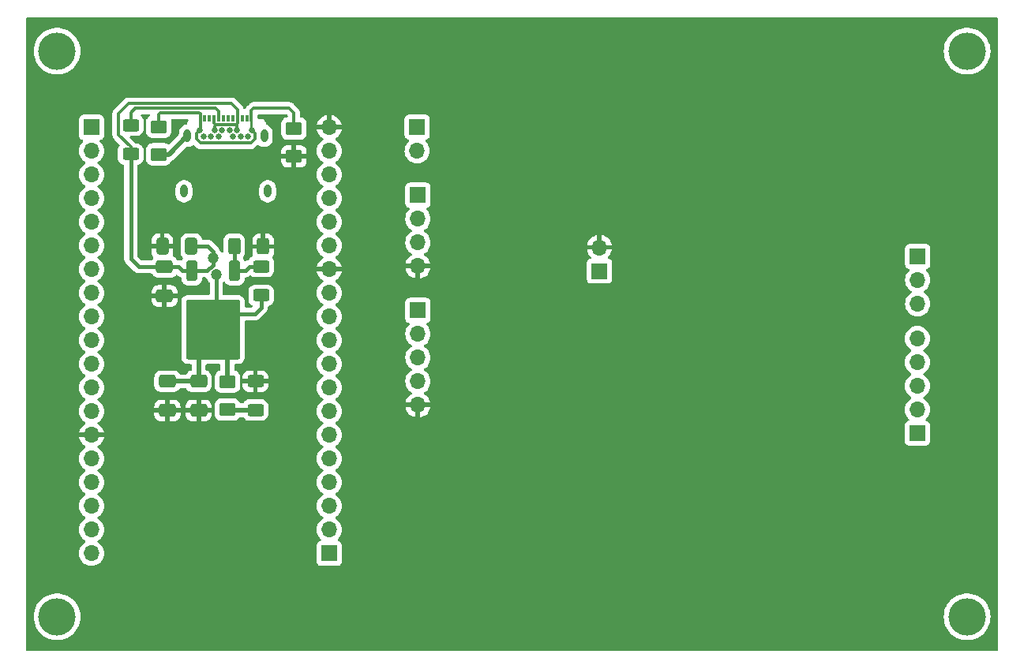
<source format=gbr>
%TF.GenerationSoftware,KiCad,Pcbnew,(7.0.0)*%
%TF.CreationDate,2023-04-14T14:04:57+02:00*%
%TF.ProjectId,display-brain-final,64697370-6c61-4792-9d62-7261696e2d66,rev?*%
%TF.SameCoordinates,Original*%
%TF.FileFunction,Copper,L1,Top*%
%TF.FilePolarity,Positive*%
%FSLAX46Y46*%
G04 Gerber Fmt 4.6, Leading zero omitted, Abs format (unit mm)*
G04 Created by KiCad (PCBNEW (7.0.0)) date 2023-04-14 14:04:57*
%MOMM*%
%LPD*%
G01*
G04 APERTURE LIST*
G04 Aperture macros list*
%AMRoundRect*
0 Rectangle with rounded corners*
0 $1 Rounding radius*
0 $2 $3 $4 $5 $6 $7 $8 $9 X,Y pos of 4 corners*
0 Add a 4 corners polygon primitive as box body*
4,1,4,$2,$3,$4,$5,$6,$7,$8,$9,$2,$3,0*
0 Add four circle primitives for the rounded corners*
1,1,$1+$1,$2,$3*
1,1,$1+$1,$4,$5*
1,1,$1+$1,$6,$7*
1,1,$1+$1,$8,$9*
0 Add four rect primitives between the rounded corners*
20,1,$1+$1,$2,$3,$4,$5,0*
20,1,$1+$1,$4,$5,$6,$7,0*
20,1,$1+$1,$6,$7,$8,$9,0*
20,1,$1+$1,$8,$9,$2,$3,0*%
G04 Aperture macros list end*
%TA.AperFunction,SMDPad,CuDef*%
%ADD10RoundRect,0.250000X-0.625000X0.400000X-0.625000X-0.400000X0.625000X-0.400000X0.625000X0.400000X0*%
%TD*%
%TA.AperFunction,ComponentPad*%
%ADD11C,4.000000*%
%TD*%
%TA.AperFunction,SMDPad,CuDef*%
%ADD12RoundRect,0.250000X0.625000X-0.400000X0.625000X0.400000X-0.625000X0.400000X-0.625000X-0.400000X0*%
%TD*%
%TA.AperFunction,ComponentPad*%
%ADD13R,1.700000X1.700000*%
%TD*%
%TA.AperFunction,ComponentPad*%
%ADD14O,1.700000X1.700000*%
%TD*%
%TA.AperFunction,SMDPad,CuDef*%
%ADD15RoundRect,0.250000X-0.400000X-0.625000X0.400000X-0.625000X0.400000X0.625000X-0.400000X0.625000X0*%
%TD*%
%TA.AperFunction,SMDPad,CuDef*%
%ADD16RoundRect,0.250000X-0.350000X0.850000X-0.350000X-0.850000X0.350000X-0.850000X0.350000X0.850000X0*%
%TD*%
%TA.AperFunction,SMDPad,CuDef*%
%ADD17RoundRect,0.250000X-1.125000X1.275000X-1.125000X-1.275000X1.125000X-1.275000X1.125000X1.275000X0*%
%TD*%
%TA.AperFunction,SMDPad,CuDef*%
%ADD18RoundRect,0.249997X-2.650003X2.950003X-2.650003X-2.950003X2.650003X-2.950003X2.650003X2.950003X0*%
%TD*%
%TA.AperFunction,SMDPad,CuDef*%
%ADD19RoundRect,0.250001X0.624999X-0.462499X0.624999X0.462499X-0.624999X0.462499X-0.624999X-0.462499X0*%
%TD*%
%TA.AperFunction,SMDPad,CuDef*%
%ADD20RoundRect,0.250001X-0.624999X0.462499X-0.624999X-0.462499X0.624999X-0.462499X0.624999X0.462499X0*%
%TD*%
%TA.AperFunction,SMDPad,CuDef*%
%ADD21RoundRect,0.250000X-0.650000X0.412500X-0.650000X-0.412500X0.650000X-0.412500X0.650000X0.412500X0*%
%TD*%
%TA.AperFunction,SMDPad,CuDef*%
%ADD22R,0.300000X0.700000*%
%TD*%
%TA.AperFunction,ComponentPad*%
%ADD23C,0.650000*%
%TD*%
%TA.AperFunction,ComponentPad*%
%ADD24O,0.800000X1.400000*%
%TD*%
%TA.AperFunction,SMDPad,CuDef*%
%ADD25RoundRect,0.250000X0.412500X0.650000X-0.412500X0.650000X-0.412500X-0.650000X0.412500X-0.650000X0*%
%TD*%
%TA.AperFunction,ViaPad*%
%ADD26C,1.200000*%
%TD*%
%TA.AperFunction,Conductor*%
%ADD27C,0.500000*%
%TD*%
%TA.AperFunction,Conductor*%
%ADD28C,0.300000*%
%TD*%
%TA.AperFunction,Conductor*%
%ADD29C,0.250000*%
%TD*%
%TA.AperFunction,Conductor*%
%ADD30C,0.400000*%
%TD*%
G04 APERTURE END LIST*
D10*
%TO.P,R2,1*%
%TO.N,GND*%
X150675000Y-87720000D03*
%TO.P,R2,2*%
%TO.N,Net-(D1-K)*%
X150675000Y-90820000D03*
%TD*%
D11*
%TO.P,TP2,1,1*%
%TO.N,unconnected-(TP2-Pad1)*%
X129400000Y-52300000D03*
%TD*%
D12*
%TO.P,R4,1*%
%TO.N,/3V3*%
X151290000Y-78510000D03*
%TO.P,R4,2*%
%TO.N,Net-(U3-ADJ)*%
X151290000Y-75410000D03*
%TD*%
D13*
%TO.P,J3,1,Pin_1*%
%TO.N,/3V3*%
X133099999Y-60479999D03*
D14*
%TO.P,J3,2,Pin_2*%
%TO.N,/EN*%
X133099999Y-63019999D03*
%TO.P,J3,3,Pin_3*%
%TO.N,/SENSOR_VP*%
X133099999Y-65559999D03*
%TO.P,J3,4,Pin_4*%
%TO.N,/SENSOR_VN*%
X133099999Y-68099999D03*
%TO.P,J3,5,Pin_5*%
%TO.N,/IO34*%
X133099999Y-70639999D03*
%TO.P,J3,6,Pin_6*%
%TO.N,/IO35*%
X133099999Y-73179999D03*
%TO.P,J3,7,Pin_7*%
%TO.N,/IO32*%
X133099999Y-75719999D03*
%TO.P,J3,8,Pin_8*%
%TO.N,/IO33*%
X133099999Y-78259999D03*
%TO.P,J3,9,Pin_9*%
%TO.N,/IO25*%
X133099999Y-80799999D03*
%TO.P,J3,10,Pin_10*%
%TO.N,/IO26*%
X133099999Y-83339999D03*
%TO.P,J3,11,Pin_11*%
%TO.N,/IO27*%
X133099999Y-85879999D03*
%TO.P,J3,12,Pin_12*%
%TO.N,/IO14*%
X133099999Y-88419999D03*
%TO.P,J3,13,Pin_13*%
%TO.N,/IO12*%
X133099999Y-90959999D03*
%TO.P,J3,14,Pin_14*%
%TO.N,GND*%
X133099999Y-93499999D03*
%TO.P,J3,15,Pin_15*%
%TO.N,/IO13*%
X133099999Y-96039999D03*
%TO.P,J3,16,Pin_16*%
%TO.N,/SD2*%
X133099999Y-98579999D03*
%TO.P,J3,17,Pin_17*%
%TO.N,/SD3*%
X133099999Y-101119999D03*
%TO.P,J3,18,Pin_18*%
%TO.N,/CMD*%
X133099999Y-103659999D03*
%TO.P,J3,19,Pin_19*%
%TO.N,/ESP_5V*%
X133099999Y-106199999D03*
%TD*%
D15*
%TO.P,R3,1*%
%TO.N,Net-(U3-ADJ)*%
X148400000Y-73270000D03*
%TO.P,R3,2*%
%TO.N,GND*%
X151500000Y-73270000D03*
%TD*%
D13*
%TO.P,J8,1,Pin_1*%
%TO.N,/IO16*%
X221699999Y-74319999D03*
D14*
%TO.P,J8,2,Pin_2*%
%TO.N,/IO4*%
X221699999Y-76859999D03*
%TO.P,J8,3,Pin_3*%
%TO.N,/IO15*%
X221699999Y-79399999D03*
%TD*%
D16*
%TO.P,U3,1,ADJ*%
%TO.N,Net-(U3-ADJ)*%
X148400000Y-75870000D03*
D17*
%TO.P,U3,2,VO*%
%TO.N,/3V3*%
X147645000Y-80495000D03*
X144595000Y-80495000D03*
D18*
X146120000Y-82170000D03*
D17*
X147645000Y-83845000D03*
X144595000Y-83845000D03*
D16*
%TO.P,U3,3,VI*%
%TO.N,/5V*%
X143840000Y-75870000D03*
%TD*%
D19*
%TO.P,FB1,1*%
%TO.N,Net-(P1-SHIELD)*%
X140300000Y-63387500D03*
%TO.P,FB1,2*%
%TO.N,Net-(FB1-Pad2)*%
X140300000Y-60412500D03*
%TD*%
D13*
%TO.P,J5,1,Pin_1*%
%TO.N,/5V*%
X168099999Y-67759999D03*
D14*
%TO.P,J5,2,Pin_2*%
%TO.N,/IO21_SDA*%
X168099999Y-70299999D03*
%TO.P,J5,3,Pin_3*%
%TO.N,/IO22_SCL*%
X168099999Y-72839999D03*
%TO.P,J5,4,Pin_4*%
%TO.N,GND*%
X168099999Y-75379999D03*
%TD*%
D13*
%TO.P,J4,1,Pin_1*%
%TO.N,/CLK*%
X158599999Y-106199999D03*
D14*
%TO.P,J4,2,Pin_2*%
%TO.N,/SD0*%
X158599999Y-103659999D03*
%TO.P,J4,3,Pin_3*%
%TO.N,/SD1*%
X158599999Y-101119999D03*
%TO.P,J4,4,Pin_4*%
%TO.N,/IO15*%
X158599999Y-98579999D03*
%TO.P,J4,5,Pin_5*%
%TO.N,/IO2*%
X158599999Y-96039999D03*
%TO.P,J4,6,Pin_6*%
%TO.N,/IO0*%
X158599999Y-93499999D03*
%TO.P,J4,7,Pin_7*%
%TO.N,/IO4*%
X158599999Y-90959999D03*
%TO.P,J4,8,Pin_8*%
%TO.N,/IO16*%
X158599999Y-88419999D03*
%TO.P,J4,9,Pin_9*%
%TO.N,/IO17*%
X158599999Y-85879999D03*
%TO.P,J4,10,Pin_10*%
%TO.N,/IO5_SS*%
X158599999Y-83339999D03*
%TO.P,J4,11,Pin_11*%
%TO.N,/IO18_SCK*%
X158599999Y-80799999D03*
%TO.P,J4,12,Pin_12*%
%TO.N,/IO19_MISO*%
X158599999Y-78259999D03*
%TO.P,J4,13,Pin_13*%
%TO.N,GND*%
X158599999Y-75719999D03*
%TO.P,J4,14,Pin_14*%
%TO.N,/IO21_SDA*%
X158599999Y-73179999D03*
%TO.P,J4,15,Pin_15*%
%TO.N,/RXD0*%
X158599999Y-70639999D03*
%TO.P,J4,16,Pin_16*%
%TO.N,/TXD0*%
X158599999Y-68099999D03*
%TO.P,J4,17,Pin_17*%
%TO.N,/IO22_SCL*%
X158599999Y-65559999D03*
%TO.P,J4,18,Pin_18*%
%TO.N,/IO23_MOSI*%
X158599999Y-63019999D03*
%TO.P,J4,19,Pin_19*%
%TO.N,GND*%
X158599999Y-60479999D03*
%TD*%
D10*
%TO.P,R1,1*%
%TO.N,Net-(P1-CC)*%
X137300000Y-60250000D03*
%TO.P,R1,2*%
%TO.N,/5V*%
X137300000Y-63350000D03*
%TD*%
D13*
%TO.P,J2,1,Pin_1*%
%TO.N,/SENSOR_VP*%
X168099999Y-80119999D03*
D14*
%TO.P,J2,2,Pin_2*%
%TO.N,/SENSOR_VN*%
X168099999Y-82659999D03*
%TO.P,J2,3,Pin_3*%
%TO.N,/IO34*%
X168099999Y-85199999D03*
%TO.P,J2,4,Pin_4*%
%TO.N,/5V*%
X168099999Y-87739999D03*
%TO.P,J2,5,Pin_5*%
%TO.N,GND*%
X168099999Y-90279999D03*
%TD*%
D13*
%TO.P,J6,1,Pin_1*%
%TO.N,/IO0*%
X221664577Y-93309757D03*
D14*
%TO.P,J6,2,Pin_2*%
%TO.N,/CLK*%
X221664577Y-90769757D03*
%TO.P,J6,3,Pin_3*%
%TO.N,/SD1*%
X221664577Y-88229757D03*
%TO.P,J6,4,Pin_4*%
%TO.N,/SD0*%
X221664577Y-85689757D03*
%TO.P,J6,5,Pin_5*%
%TO.N,/IO2*%
X221664577Y-83149757D03*
%TD*%
D11*
%TO.P,TP3,1,1*%
%TO.N,unconnected-(TP3-Pad1)*%
X129400000Y-113000000D03*
%TD*%
D20*
%TO.P,FB2,1*%
%TO.N,Net-(FB1-Pad2)*%
X154800000Y-60612500D03*
%TO.P,FB2,2*%
%TO.N,GND*%
X154800000Y-63587500D03*
%TD*%
D19*
%TO.P,D1,1,K*%
%TO.N,Net-(D1-K)*%
X147675000Y-90757500D03*
%TO.P,D1,2,A*%
%TO.N,/3V3*%
X147675000Y-87782500D03*
%TD*%
D11*
%TO.P,TP1,1,1*%
%TO.N,unconnected-(TP1-Pad1)*%
X227000000Y-52300000D03*
%TD*%
%TO.P,TP4,1,1*%
%TO.N,unconnected-(TP4-Pad1)*%
X227000000Y-113000000D03*
%TD*%
D21*
%TO.P,C3,1*%
%TO.N,/3V3*%
X144585000Y-87740000D03*
%TO.P,C3,2*%
%TO.N,GND*%
X144585000Y-90865000D03*
%TD*%
%TO.P,C4,1*%
%TO.N,/3V3*%
X141235000Y-87740000D03*
%TO.P,C4,2*%
%TO.N,GND*%
X141235000Y-90865000D03*
%TD*%
D22*
%TO.P,P1,A1,GND*%
%TO.N,Net-(FB1-Pad2)*%
X144749999Y-59479999D03*
%TO.P,P1,A2*%
%TO.N,N/C*%
X145249999Y-59479999D03*
%TO.P,P1,A3*%
X145749999Y-59479999D03*
%TO.P,P1,A4,VBUS*%
%TO.N,/5V*%
X146249999Y-59479999D03*
%TO.P,P1,A5,CC*%
%TO.N,Net-(P1-CC)*%
X146749999Y-59479999D03*
%TO.P,P1,A6,D+*%
%TO.N,unconnected-(P1-D+-PadA6)*%
X147249999Y-59479999D03*
%TO.P,P1,A7,D-*%
%TO.N,unconnected-(P1-D--PadA7)*%
X147749999Y-59479999D03*
%TO.P,P1,A8*%
%TO.N,N/C*%
X148249999Y-59479999D03*
%TO.P,P1,A9,VBUS*%
%TO.N,/5V*%
X148749999Y-59479999D03*
%TO.P,P1,A10*%
%TO.N,N/C*%
X149249999Y-59479999D03*
%TO.P,P1,A11*%
X149749999Y-59479999D03*
%TO.P,P1,A12,GND*%
%TO.N,Net-(FB1-Pad2)*%
X150249999Y-59479999D03*
D23*
%TO.P,P1,B1,GND*%
X150300000Y-60790000D03*
%TO.P,P1,B2*%
%TO.N,N/C*%
X149900000Y-61490000D03*
%TO.P,P1,B3*%
X149100000Y-61490000D03*
%TO.P,P1,B4,VBUS*%
%TO.N,/5V*%
X148700000Y-60790000D03*
%TO.P,P1,B5,VCONN*%
%TO.N,unconnected-(P1-VCONN-PadB5)*%
X148300000Y-61490000D03*
%TO.P,P1,B6*%
%TO.N,N/C*%
X147900000Y-60790000D03*
%TO.P,P1,B7*%
X147100000Y-60790000D03*
%TO.P,P1,B8*%
X146700000Y-61490000D03*
%TO.P,P1,B9,VBUS*%
%TO.N,/5V*%
X146300000Y-60790000D03*
%TO.P,P1,B10*%
%TO.N,N/C*%
X145900000Y-61490000D03*
%TO.P,P1,B11*%
X145100000Y-61490000D03*
%TO.P,P1,B12,GND*%
%TO.N,Net-(FB1-Pad2)*%
X144700000Y-60790000D03*
D24*
%TO.P,P1,S1,SHIELD*%
%TO.N,Net-(P1-SHIELD)*%
X143009999Y-67339999D03*
X143369999Y-61389999D03*
X151629999Y-61389999D03*
X151989999Y-67339999D03*
%TD*%
D21*
%TO.P,C1,1*%
%TO.N,/5V*%
X140920000Y-75447500D03*
%TO.P,C1,2*%
%TO.N,GND*%
X140920000Y-78572500D03*
%TD*%
D25*
%TO.P,C2,1*%
%TO.N,/5V*%
X143812500Y-73250000D03*
%TO.P,C2,2*%
%TO.N,GND*%
X140687500Y-73250000D03*
%TD*%
D13*
%TO.P,J7,1,Pin_1*%
%TO.N,/TXD0*%
X168024999Y-60449999D03*
D14*
%TO.P,J7,2,Pin_2*%
%TO.N,/RXD0*%
X168024999Y-62989999D03*
%TD*%
D13*
%TO.P,J1,1,Pin_1*%
%TO.N,/5V*%
X187568342Y-75899757D03*
D14*
%TO.P,J1,2,Pin_2*%
%TO.N,GND*%
X187568342Y-73359757D03*
%TD*%
D26*
%TO.N,/3V3*%
X146475000Y-76288508D03*
%TO.N,/5V*%
X146110000Y-74510000D03*
%TD*%
D27*
%TO.N,Net-(P1-SHIELD)*%
X140300000Y-63387500D02*
X141372500Y-63387500D01*
X141372500Y-63387500D02*
X143370000Y-61390000D01*
D28*
%TO.N,Net-(FB1-Pad2)*%
X140470000Y-58920000D02*
X140300000Y-59090000D01*
X140300000Y-59090000D02*
X140300000Y-60412500D01*
X144700000Y-60790000D02*
X144399000Y-61091000D01*
X150250000Y-58665000D02*
X150495000Y-58420000D01*
X150622000Y-61087000D02*
X150597000Y-61087000D01*
X144399000Y-61091000D02*
X144399000Y-61743595D01*
X150495000Y-58420000D02*
X154305000Y-58420000D01*
X150179000Y-62165000D02*
X150622000Y-61722000D01*
X144750000Y-59480000D02*
X144750000Y-60740000D01*
X150622000Y-61722000D02*
X150622000Y-61087000D01*
X154305000Y-58420000D02*
X154800000Y-58915000D01*
X144399000Y-61743595D02*
X144820405Y-62165000D01*
D29*
X150250000Y-60740000D02*
X150250000Y-59480000D01*
D28*
X154800000Y-58915000D02*
X154800000Y-60612500D01*
X144750000Y-59025000D02*
X144645000Y-58920000D01*
X150597000Y-61087000D02*
X150300000Y-60790000D01*
X144750000Y-59480000D02*
X144750000Y-59025000D01*
X144820405Y-62165000D02*
X150179000Y-62165000D01*
X144645000Y-58920000D02*
X140470000Y-58920000D01*
X150250000Y-59480000D02*
X150250000Y-58665000D01*
D30*
%TO.N,/3V3*%
X150615000Y-80495000D02*
X147645000Y-80495000D01*
D27*
X144585000Y-87740000D02*
X144585000Y-83855000D01*
X141235000Y-87740000D02*
X144585000Y-87740000D01*
D30*
X151290000Y-79820000D02*
X150615000Y-80495000D01*
X151290000Y-78510000D02*
X151290000Y-79820000D01*
X146475000Y-76288508D02*
X146475000Y-79325000D01*
X146475000Y-79325000D02*
X147645000Y-80495000D01*
D27*
X147675000Y-83875000D02*
X147645000Y-83845000D01*
X144585000Y-83855000D02*
X144595000Y-83845000D01*
X147675000Y-87782500D02*
X147675000Y-83875000D01*
D28*
%TO.N,/5V*%
X148120000Y-57920000D02*
X148750000Y-58550000D01*
D30*
X143812500Y-73250000D02*
X145580000Y-73250000D01*
X146110000Y-75240000D02*
X145480000Y-75870000D01*
D28*
X137300000Y-62600000D02*
X136000000Y-61300000D01*
D30*
X145480000Y-75870000D02*
X143840000Y-75870000D01*
D28*
X148750000Y-58550000D02*
X148750000Y-59480000D01*
X137300000Y-63350000D02*
X137300000Y-62600000D01*
X146250000Y-59480000D02*
X146250000Y-60017000D01*
D30*
X146110000Y-73780000D02*
X146110000Y-74510000D01*
D28*
X146250000Y-60017000D02*
X146431000Y-60198000D01*
D30*
X140920000Y-75447500D02*
X138197500Y-75447500D01*
X137300000Y-74550000D02*
X137300000Y-63350000D01*
D28*
X136000000Y-61300000D02*
X136000000Y-59000000D01*
D30*
X142407500Y-75447500D02*
X140920000Y-75447500D01*
X145580000Y-73250000D02*
X146110000Y-73780000D01*
D28*
X146300000Y-60790000D02*
X146300000Y-60329000D01*
X136000000Y-59000000D02*
X137080000Y-57920000D01*
X148700000Y-60308000D02*
X148590000Y-60198000D01*
X137080000Y-57920000D02*
X148120000Y-57920000D01*
X148750000Y-59480000D02*
X148750000Y-60038000D01*
X146431000Y-60198000D02*
X148590000Y-60198000D01*
X148750000Y-60038000D02*
X148590000Y-60198000D01*
D27*
X143810000Y-75840000D02*
X143840000Y-75870000D01*
D30*
X146110000Y-74510000D02*
X146110000Y-75240000D01*
D28*
X148700000Y-60790000D02*
X148700000Y-60308000D01*
D30*
X138197500Y-75447500D02*
X137300000Y-74550000D01*
D28*
X146300000Y-60329000D02*
X146431000Y-60198000D01*
D30*
X142830000Y-75870000D02*
X142407500Y-75447500D01*
X143840000Y-75870000D02*
X142830000Y-75870000D01*
D28*
%TO.N,Net-(P1-CC)*%
X146750000Y-59480000D02*
X146750000Y-58780000D01*
X146750000Y-58780000D02*
X146390000Y-58420000D01*
X137795000Y-58420000D02*
X137300000Y-58915000D01*
X146390000Y-58420000D02*
X137795000Y-58420000D01*
X137300000Y-58915000D02*
X137300000Y-60250000D01*
D27*
%TO.N,Net-(D1-K)*%
X147675000Y-90820000D02*
X150612500Y-90820000D01*
D30*
%TO.N,Net-(U3-ADJ)*%
X151290000Y-75410000D02*
X150050000Y-75410000D01*
X149590000Y-75870000D02*
X148400000Y-75870000D01*
D27*
X148410000Y-75880000D02*
X148400000Y-75870000D01*
D30*
X148400000Y-73270000D02*
X148400000Y-75870000D01*
X150050000Y-75410000D02*
X149590000Y-75870000D01*
%TD*%
%TA.AperFunction,Conductor*%
%TO.N,GND*%
G36*
X230237500Y-48717113D02*
G01*
X230282887Y-48762500D01*
X230299500Y-48824500D01*
X230299500Y-116575500D01*
X230282887Y-116637500D01*
X230237500Y-116682887D01*
X230175500Y-116699500D01*
X126224500Y-116699500D01*
X126162500Y-116682887D01*
X126117113Y-116637500D01*
X126100500Y-116575500D01*
X126100500Y-113000000D01*
X126894556Y-113000000D01*
X126914312Y-113314015D01*
X126915039Y-113317827D01*
X126915041Y-113317841D01*
X126972538Y-113619249D01*
X126973269Y-113623079D01*
X127070497Y-113922315D01*
X127204463Y-114207007D01*
X127206545Y-114210288D01*
X127206548Y-114210293D01*
X127370962Y-114469369D01*
X127370966Y-114469375D01*
X127373053Y-114472663D01*
X127573610Y-114715094D01*
X127802970Y-114930478D01*
X128057516Y-115115416D01*
X128333234Y-115266994D01*
X128625775Y-115382819D01*
X128930527Y-115461066D01*
X129242682Y-115500500D01*
X129553423Y-115500500D01*
X129557318Y-115500500D01*
X129869473Y-115461066D01*
X130174225Y-115382819D01*
X130466766Y-115266994D01*
X130742484Y-115115416D01*
X130997030Y-114930478D01*
X131226390Y-114715094D01*
X131426947Y-114472663D01*
X131595537Y-114207007D01*
X131729503Y-113922315D01*
X131826731Y-113623079D01*
X131885688Y-113314015D01*
X131905444Y-113000000D01*
X224494556Y-113000000D01*
X224514312Y-113314015D01*
X224515039Y-113317827D01*
X224515041Y-113317841D01*
X224572538Y-113619249D01*
X224573269Y-113623079D01*
X224670497Y-113922315D01*
X224804463Y-114207007D01*
X224806545Y-114210288D01*
X224806548Y-114210293D01*
X224970962Y-114469369D01*
X224970966Y-114469375D01*
X224973053Y-114472663D01*
X225173610Y-114715094D01*
X225402970Y-114930478D01*
X225657516Y-115115416D01*
X225933234Y-115266994D01*
X226225775Y-115382819D01*
X226530527Y-115461066D01*
X226842682Y-115500500D01*
X227153423Y-115500500D01*
X227157318Y-115500500D01*
X227469473Y-115461066D01*
X227774225Y-115382819D01*
X228066766Y-115266994D01*
X228342484Y-115115416D01*
X228597030Y-114930478D01*
X228826390Y-114715094D01*
X229026947Y-114472663D01*
X229195537Y-114207007D01*
X229329503Y-113922315D01*
X229426731Y-113623079D01*
X229485688Y-113314015D01*
X229505444Y-113000000D01*
X229485688Y-112685985D01*
X229426731Y-112376921D01*
X229329503Y-112077685D01*
X229195537Y-111792993D01*
X229026947Y-111527337D01*
X228826390Y-111284906D01*
X228597030Y-111069522D01*
X228342484Y-110884584D01*
X228339081Y-110882713D01*
X228339076Y-110882710D01*
X228070183Y-110734884D01*
X228070176Y-110734880D01*
X228066766Y-110733006D01*
X228063140Y-110731570D01*
X228063135Y-110731568D01*
X227777847Y-110618615D01*
X227777846Y-110618614D01*
X227774225Y-110617181D01*
X227770455Y-110616213D01*
X227770452Y-110616212D01*
X227473256Y-110539905D01*
X227473251Y-110539904D01*
X227469473Y-110538934D01*
X227465602Y-110538445D01*
X227465597Y-110538444D01*
X227161184Y-110499988D01*
X227161177Y-110499987D01*
X227157318Y-110499500D01*
X226842682Y-110499500D01*
X226838823Y-110499987D01*
X226838815Y-110499988D01*
X226534402Y-110538444D01*
X226534394Y-110538445D01*
X226530527Y-110538934D01*
X226526751Y-110539903D01*
X226526743Y-110539905D01*
X226229547Y-110616212D01*
X226229539Y-110616214D01*
X226225775Y-110617181D01*
X226222158Y-110618612D01*
X226222152Y-110618615D01*
X225936864Y-110731568D01*
X225936853Y-110731572D01*
X225933234Y-110733006D01*
X225929829Y-110734877D01*
X225929816Y-110734884D01*
X225660923Y-110882710D01*
X225660911Y-110882717D01*
X225657516Y-110884584D01*
X225654372Y-110886867D01*
X225654366Y-110886872D01*
X225406126Y-111067228D01*
X225406115Y-111067236D01*
X225402970Y-111069522D01*
X225400135Y-111072183D01*
X225400128Y-111072190D01*
X225176447Y-111282241D01*
X225176440Y-111282248D01*
X225173610Y-111284906D01*
X225171135Y-111287897D01*
X225171131Y-111287902D01*
X224975536Y-111524334D01*
X224975526Y-111524346D01*
X224973053Y-111527337D01*
X224970971Y-111530616D01*
X224970962Y-111530630D01*
X224806548Y-111789706D01*
X224806541Y-111789717D01*
X224804463Y-111792993D01*
X224802810Y-111796504D01*
X224802807Y-111796511D01*
X224672153Y-112074165D01*
X224670497Y-112077685D01*
X224573269Y-112376921D01*
X224572540Y-112380741D01*
X224572538Y-112380750D01*
X224515041Y-112682158D01*
X224515038Y-112682174D01*
X224514312Y-112685985D01*
X224494556Y-113000000D01*
X131905444Y-113000000D01*
X131885688Y-112685985D01*
X131826731Y-112376921D01*
X131729503Y-112077685D01*
X131595537Y-111792993D01*
X131426947Y-111527337D01*
X131226390Y-111284906D01*
X130997030Y-111069522D01*
X130742484Y-110884584D01*
X130739081Y-110882713D01*
X130739076Y-110882710D01*
X130470183Y-110734884D01*
X130470176Y-110734880D01*
X130466766Y-110733006D01*
X130463140Y-110731570D01*
X130463135Y-110731568D01*
X130177847Y-110618615D01*
X130177846Y-110618614D01*
X130174225Y-110617181D01*
X130170455Y-110616213D01*
X130170452Y-110616212D01*
X129873256Y-110539905D01*
X129873251Y-110539904D01*
X129869473Y-110538934D01*
X129865602Y-110538445D01*
X129865597Y-110538444D01*
X129561184Y-110499988D01*
X129561177Y-110499987D01*
X129557318Y-110499500D01*
X129242682Y-110499500D01*
X129238823Y-110499987D01*
X129238815Y-110499988D01*
X128934402Y-110538444D01*
X128934394Y-110538445D01*
X128930527Y-110538934D01*
X128926751Y-110539903D01*
X128926743Y-110539905D01*
X128629547Y-110616212D01*
X128629539Y-110616214D01*
X128625775Y-110617181D01*
X128622158Y-110618612D01*
X128622152Y-110618615D01*
X128336864Y-110731568D01*
X128336853Y-110731572D01*
X128333234Y-110733006D01*
X128329829Y-110734877D01*
X128329816Y-110734884D01*
X128060923Y-110882710D01*
X128060911Y-110882717D01*
X128057516Y-110884584D01*
X128054372Y-110886867D01*
X128054366Y-110886872D01*
X127806126Y-111067228D01*
X127806115Y-111067236D01*
X127802970Y-111069522D01*
X127800135Y-111072183D01*
X127800128Y-111072190D01*
X127576447Y-111282241D01*
X127576440Y-111282248D01*
X127573610Y-111284906D01*
X127571135Y-111287897D01*
X127571131Y-111287902D01*
X127375536Y-111524334D01*
X127375526Y-111524346D01*
X127373053Y-111527337D01*
X127370971Y-111530616D01*
X127370962Y-111530630D01*
X127206548Y-111789706D01*
X127206541Y-111789717D01*
X127204463Y-111792993D01*
X127202810Y-111796504D01*
X127202807Y-111796511D01*
X127072153Y-112074165D01*
X127070497Y-112077685D01*
X126973269Y-112376921D01*
X126972540Y-112380741D01*
X126972538Y-112380750D01*
X126915041Y-112682158D01*
X126915038Y-112682174D01*
X126914312Y-112685985D01*
X126894556Y-113000000D01*
X126100500Y-113000000D01*
X126100500Y-106200000D01*
X131744341Y-106200000D01*
X131764937Y-106435408D01*
X131766336Y-106440630D01*
X131766337Y-106440634D01*
X131824694Y-106658430D01*
X131824697Y-106658438D01*
X131826097Y-106663663D01*
X131828385Y-106668570D01*
X131828386Y-106668572D01*
X131923678Y-106872927D01*
X131923681Y-106872933D01*
X131925965Y-106877830D01*
X131929064Y-106882257D01*
X131929066Y-106882259D01*
X132058399Y-107066966D01*
X132058402Y-107066970D01*
X132061505Y-107071401D01*
X132228599Y-107238495D01*
X132233031Y-107241598D01*
X132233033Y-107241600D01*
X132377260Y-107342589D01*
X132422170Y-107374035D01*
X132636337Y-107473903D01*
X132864592Y-107535063D01*
X133100000Y-107555659D01*
X133335408Y-107535063D01*
X133563663Y-107473903D01*
X133777830Y-107374035D01*
X133971401Y-107238495D01*
X134138495Y-107071401D01*
X134274035Y-106877830D01*
X134373903Y-106663663D01*
X134435063Y-106435408D01*
X134455659Y-106200000D01*
X134435063Y-105964592D01*
X134373903Y-105736337D01*
X134274035Y-105522171D01*
X134138495Y-105328599D01*
X133971401Y-105161505D01*
X133966970Y-105158402D01*
X133966966Y-105158399D01*
X133785841Y-105031574D01*
X133746976Y-104987256D01*
X133732965Y-104929999D01*
X133746976Y-104872742D01*
X133785839Y-104828426D01*
X133971401Y-104698495D01*
X134138495Y-104531401D01*
X134274035Y-104337830D01*
X134373903Y-104123663D01*
X134435063Y-103895408D01*
X134455659Y-103660000D01*
X157244341Y-103660000D01*
X157264937Y-103895408D01*
X157266336Y-103900630D01*
X157266337Y-103900634D01*
X157324694Y-104118430D01*
X157324697Y-104118438D01*
X157326097Y-104123663D01*
X157328385Y-104128570D01*
X157328386Y-104128572D01*
X157423678Y-104332927D01*
X157423681Y-104332933D01*
X157425965Y-104337830D01*
X157429064Y-104342257D01*
X157429066Y-104342259D01*
X157558399Y-104526966D01*
X157558402Y-104526970D01*
X157561505Y-104531401D01*
X157565336Y-104535232D01*
X157683430Y-104653326D01*
X157714726Y-104706072D01*
X157716915Y-104767365D01*
X157689462Y-104822210D01*
X157639083Y-104857189D01*
X157523702Y-104900223D01*
X157507669Y-104906204D01*
X157500572Y-104911516D01*
X157500568Y-104911519D01*
X157399550Y-104987141D01*
X157399546Y-104987144D01*
X157392454Y-104992454D01*
X157387144Y-104999546D01*
X157387141Y-104999550D01*
X157311519Y-105100568D01*
X157311516Y-105100572D01*
X157306204Y-105107669D01*
X157303104Y-105115978D01*
X157303104Y-105115980D01*
X157258620Y-105235247D01*
X157258619Y-105235250D01*
X157255909Y-105242517D01*
X157255079Y-105250227D01*
X157255079Y-105250232D01*
X157249855Y-105298819D01*
X157249854Y-105298831D01*
X157249500Y-105302127D01*
X157249500Y-105305448D01*
X157249500Y-105305449D01*
X157249500Y-107094560D01*
X157249500Y-107094578D01*
X157249501Y-107097872D01*
X157249853Y-107101150D01*
X157249854Y-107101161D01*
X157255079Y-107149768D01*
X157255080Y-107149773D01*
X157255909Y-107157483D01*
X157258619Y-107164749D01*
X157258620Y-107164753D01*
X157284695Y-107234663D01*
X157306204Y-107292331D01*
X157311518Y-107299430D01*
X157311519Y-107299431D01*
X157367367Y-107374035D01*
X157392454Y-107407546D01*
X157507669Y-107493796D01*
X157642517Y-107544091D01*
X157702127Y-107550500D01*
X159497872Y-107550499D01*
X159557483Y-107544091D01*
X159692331Y-107493796D01*
X159807546Y-107407546D01*
X159893796Y-107292331D01*
X159944091Y-107157483D01*
X159950500Y-107097873D01*
X159950499Y-105302128D01*
X159944091Y-105242517D01*
X159893796Y-105107669D01*
X159807546Y-104992454D01*
X159692331Y-104906204D01*
X159622359Y-104880106D01*
X159560916Y-104857189D01*
X159510537Y-104822210D01*
X159483084Y-104767365D01*
X159485273Y-104706072D01*
X159516566Y-104653329D01*
X159638495Y-104531401D01*
X159774035Y-104337830D01*
X159873903Y-104123663D01*
X159935063Y-103895408D01*
X159955659Y-103660000D01*
X159935063Y-103424592D01*
X159873903Y-103196337D01*
X159774035Y-102982171D01*
X159638495Y-102788599D01*
X159471401Y-102621505D01*
X159466968Y-102618401D01*
X159466961Y-102618395D01*
X159285842Y-102491575D01*
X159246976Y-102447257D01*
X159232965Y-102390000D01*
X159246976Y-102332743D01*
X159285842Y-102288425D01*
X159466961Y-102161604D01*
X159466961Y-102161603D01*
X159471401Y-102158495D01*
X159638495Y-101991401D01*
X159774035Y-101797830D01*
X159873903Y-101583663D01*
X159935063Y-101355408D01*
X159955659Y-101120000D01*
X159935063Y-100884592D01*
X159873903Y-100656337D01*
X159774035Y-100442171D01*
X159638495Y-100248599D01*
X159471401Y-100081505D01*
X159466968Y-100078401D01*
X159466961Y-100078395D01*
X159285842Y-99951575D01*
X159246976Y-99907257D01*
X159232965Y-99850000D01*
X159246976Y-99792743D01*
X159285842Y-99748425D01*
X159466961Y-99621604D01*
X159466961Y-99621603D01*
X159471401Y-99618495D01*
X159638495Y-99451401D01*
X159774035Y-99257830D01*
X159873903Y-99043663D01*
X159935063Y-98815408D01*
X159955659Y-98580000D01*
X159935063Y-98344592D01*
X159873903Y-98116337D01*
X159774035Y-97902171D01*
X159638495Y-97708599D01*
X159471401Y-97541505D01*
X159466970Y-97538402D01*
X159466966Y-97538399D01*
X159285841Y-97411574D01*
X159246976Y-97367256D01*
X159232965Y-97309999D01*
X159246976Y-97252742D01*
X159285839Y-97208426D01*
X159471401Y-97078495D01*
X159638495Y-96911401D01*
X159774035Y-96717830D01*
X159873903Y-96503663D01*
X159935063Y-96275408D01*
X159955659Y-96040000D01*
X159935063Y-95804592D01*
X159873903Y-95576337D01*
X159774035Y-95362171D01*
X159638495Y-95168599D01*
X159471401Y-95001505D01*
X159466968Y-94998401D01*
X159466961Y-94998395D01*
X159285842Y-94871575D01*
X159246976Y-94827257D01*
X159232965Y-94770000D01*
X159246976Y-94712743D01*
X159285842Y-94668425D01*
X159466961Y-94541604D01*
X159466961Y-94541603D01*
X159471401Y-94538495D01*
X159638495Y-94371401D01*
X159774035Y-94177830D01*
X159873903Y-93963663D01*
X159935063Y-93735408D01*
X159955659Y-93500000D01*
X159935063Y-93264592D01*
X159873903Y-93036337D01*
X159774035Y-92822171D01*
X159638495Y-92628599D01*
X159471401Y-92461505D01*
X159466968Y-92458401D01*
X159466961Y-92458395D01*
X159285842Y-92331575D01*
X159246976Y-92287257D01*
X159232965Y-92230000D01*
X159246976Y-92172743D01*
X159285842Y-92128425D01*
X159466961Y-92001604D01*
X159466961Y-92001603D01*
X159471401Y-91998495D01*
X159638495Y-91831401D01*
X159774035Y-91637830D01*
X159873903Y-91423663D01*
X159935063Y-91195408D01*
X159955659Y-90960000D01*
X159935063Y-90724592D01*
X159883606Y-90532551D01*
X166772688Y-90532551D01*
X166773056Y-90543780D01*
X166825168Y-90738263D01*
X166828856Y-90748397D01*
X166924113Y-90952676D01*
X166929501Y-90962008D01*
X167058784Y-91146643D01*
X167065721Y-91154909D01*
X167225090Y-91314278D01*
X167233356Y-91321215D01*
X167417991Y-91450498D01*
X167427323Y-91455886D01*
X167631602Y-91551143D01*
X167641736Y-91554831D01*
X167836219Y-91606943D01*
X167847448Y-91607311D01*
X167850000Y-91596369D01*
X168350000Y-91596369D01*
X168352551Y-91607311D01*
X168363780Y-91606943D01*
X168558263Y-91554831D01*
X168568397Y-91551143D01*
X168772676Y-91455886D01*
X168782008Y-91450498D01*
X168966643Y-91321215D01*
X168974909Y-91314278D01*
X169134278Y-91154909D01*
X169141215Y-91146643D01*
X169270498Y-90962008D01*
X169275886Y-90952676D01*
X169361182Y-90769758D01*
X220308919Y-90769758D01*
X220309391Y-90775153D01*
X220324922Y-90952676D01*
X220329515Y-91005166D01*
X220330914Y-91010388D01*
X220330915Y-91010392D01*
X220389272Y-91228188D01*
X220389275Y-91228196D01*
X220390675Y-91233421D01*
X220392963Y-91238328D01*
X220392964Y-91238330D01*
X220488256Y-91442685D01*
X220488259Y-91442691D01*
X220490543Y-91447588D01*
X220493642Y-91452015D01*
X220493644Y-91452017D01*
X220622977Y-91636724D01*
X220622980Y-91636728D01*
X220626083Y-91641159D01*
X220629914Y-91644990D01*
X220748008Y-91763084D01*
X220779304Y-91815830D01*
X220781493Y-91877123D01*
X220754040Y-91931968D01*
X220703661Y-91966947D01*
X220588280Y-92009981D01*
X220572247Y-92015962D01*
X220565150Y-92021274D01*
X220565146Y-92021277D01*
X220464128Y-92096899D01*
X220464124Y-92096902D01*
X220457032Y-92102212D01*
X220451722Y-92109304D01*
X220451719Y-92109308D01*
X220376097Y-92210326D01*
X220376094Y-92210330D01*
X220370782Y-92217427D01*
X220367682Y-92225736D01*
X220367682Y-92225738D01*
X220323198Y-92345005D01*
X220323197Y-92345008D01*
X220320487Y-92352275D01*
X220319657Y-92359985D01*
X220319657Y-92359990D01*
X220314433Y-92408577D01*
X220314432Y-92408589D01*
X220314078Y-92411885D01*
X220314078Y-92415206D01*
X220314078Y-92415207D01*
X220314078Y-94204318D01*
X220314078Y-94204336D01*
X220314079Y-94207630D01*
X220314431Y-94210908D01*
X220314432Y-94210919D01*
X220319657Y-94259526D01*
X220319658Y-94259531D01*
X220320487Y-94267241D01*
X220323197Y-94274507D01*
X220323198Y-94274511D01*
X220356795Y-94364589D01*
X220370782Y-94402089D01*
X220457032Y-94517304D01*
X220572247Y-94603554D01*
X220707095Y-94653849D01*
X220766705Y-94660258D01*
X222562450Y-94660257D01*
X222622061Y-94653849D01*
X222756909Y-94603554D01*
X222872124Y-94517304D01*
X222958374Y-94402089D01*
X223008669Y-94267241D01*
X223015078Y-94207631D01*
X223015077Y-92411886D01*
X223008669Y-92352275D01*
X222958374Y-92217427D01*
X222872124Y-92102212D01*
X222772320Y-92027499D01*
X222764009Y-92021277D01*
X222764008Y-92021276D01*
X222756909Y-92015962D01*
X222686937Y-91989864D01*
X222625494Y-91966947D01*
X222575115Y-91931968D01*
X222547662Y-91877123D01*
X222549851Y-91815830D01*
X222581144Y-91763087D01*
X222703073Y-91641159D01*
X222838613Y-91447588D01*
X222938481Y-91233421D01*
X222999641Y-91005166D01*
X223020237Y-90769758D01*
X222999641Y-90534350D01*
X222938481Y-90306095D01*
X222838613Y-90091929D01*
X222703073Y-89898357D01*
X222535979Y-89731263D01*
X222531548Y-89728160D01*
X222531544Y-89728157D01*
X222350419Y-89601332D01*
X222311554Y-89557014D01*
X222297543Y-89499757D01*
X222311554Y-89442500D01*
X222350417Y-89398184D01*
X222535979Y-89268253D01*
X222703073Y-89101159D01*
X222838613Y-88907588D01*
X222938481Y-88693421D01*
X222999641Y-88465166D01*
X223020237Y-88229758D01*
X222999641Y-87994350D01*
X222938481Y-87766095D01*
X222838613Y-87551929D01*
X222703073Y-87358357D01*
X222535979Y-87191263D01*
X222531546Y-87188159D01*
X222531539Y-87188153D01*
X222350420Y-87061333D01*
X222311554Y-87017015D01*
X222297543Y-86959758D01*
X222311554Y-86902501D01*
X222350420Y-86858183D01*
X222531539Y-86731362D01*
X222531539Y-86731361D01*
X222535979Y-86728253D01*
X222703073Y-86561159D01*
X222838613Y-86367588D01*
X222938481Y-86153421D01*
X222999641Y-85925166D01*
X223020237Y-85689758D01*
X222999641Y-85454350D01*
X222938481Y-85226095D01*
X222838613Y-85011929D01*
X222703073Y-84818357D01*
X222535979Y-84651263D01*
X222531548Y-84648160D01*
X222531544Y-84648157D01*
X222350419Y-84521332D01*
X222311554Y-84477014D01*
X222297543Y-84419757D01*
X222311554Y-84362500D01*
X222350417Y-84318184D01*
X222535979Y-84188253D01*
X222703073Y-84021159D01*
X222838613Y-83827588D01*
X222938481Y-83613421D01*
X222999641Y-83385166D01*
X223020237Y-83149758D01*
X222999641Y-82914350D01*
X222938481Y-82686095D01*
X222838613Y-82471929D01*
X222703073Y-82278357D01*
X222535979Y-82111263D01*
X222531548Y-82108160D01*
X222531544Y-82108157D01*
X222346837Y-81978824D01*
X222346835Y-81978822D01*
X222342408Y-81975723D01*
X222337511Y-81973439D01*
X222337505Y-81973436D01*
X222133150Y-81878144D01*
X222133148Y-81878143D01*
X222128241Y-81875855D01*
X222123016Y-81874455D01*
X222123008Y-81874452D01*
X221905212Y-81816095D01*
X221905208Y-81816094D01*
X221899986Y-81814695D01*
X221894598Y-81814223D01*
X221894595Y-81814223D01*
X221669973Y-81794571D01*
X221664578Y-81794099D01*
X221659183Y-81794571D01*
X221434560Y-81814223D01*
X221434555Y-81814223D01*
X221429170Y-81814695D01*
X221423949Y-81816093D01*
X221423943Y-81816095D01*
X221206147Y-81874452D01*
X221206135Y-81874456D01*
X221200915Y-81875855D01*
X221196010Y-81878141D01*
X221196005Y-81878144D01*
X220991659Y-81973433D01*
X220991655Y-81973435D01*
X220986749Y-81975723D01*
X220982316Y-81978826D01*
X220982309Y-81978831D01*
X220797612Y-82108157D01*
X220797607Y-82108160D01*
X220793177Y-82111263D01*
X220789353Y-82115086D01*
X220789347Y-82115092D01*
X220629912Y-82274527D01*
X220629906Y-82274533D01*
X220626083Y-82278357D01*
X220622980Y-82282787D01*
X220622977Y-82282792D01*
X220493651Y-82467489D01*
X220493646Y-82467496D01*
X220490543Y-82471929D01*
X220488255Y-82476835D01*
X220488253Y-82476839D01*
X220392964Y-82681185D01*
X220392961Y-82681190D01*
X220390675Y-82686095D01*
X220389276Y-82691315D01*
X220389272Y-82691327D01*
X220330915Y-82909123D01*
X220330913Y-82909129D01*
X220329515Y-82914350D01*
X220308919Y-83149758D01*
X220309391Y-83155153D01*
X220325373Y-83337830D01*
X220329515Y-83385166D01*
X220330914Y-83390388D01*
X220330915Y-83390392D01*
X220389272Y-83608188D01*
X220389275Y-83608196D01*
X220390675Y-83613421D01*
X220392963Y-83618328D01*
X220392964Y-83618330D01*
X220488256Y-83822685D01*
X220488259Y-83822691D01*
X220490543Y-83827588D01*
X220493642Y-83832015D01*
X220493644Y-83832017D01*
X220622977Y-84016724D01*
X220622980Y-84016728D01*
X220626083Y-84021159D01*
X220793177Y-84188253D01*
X220797610Y-84191357D01*
X220797616Y-84191362D01*
X220978736Y-84318183D01*
X221017602Y-84362501D01*
X221031613Y-84419758D01*
X221017602Y-84477015D01*
X220978738Y-84521332D01*
X220793177Y-84651263D01*
X220789353Y-84655086D01*
X220789347Y-84655092D01*
X220629912Y-84814527D01*
X220629906Y-84814533D01*
X220626083Y-84818357D01*
X220622980Y-84822787D01*
X220622977Y-84822792D01*
X220493651Y-85007489D01*
X220493646Y-85007496D01*
X220490543Y-85011929D01*
X220488255Y-85016835D01*
X220488253Y-85016839D01*
X220392964Y-85221185D01*
X220392961Y-85221190D01*
X220390675Y-85226095D01*
X220389276Y-85231315D01*
X220389272Y-85231327D01*
X220330915Y-85449123D01*
X220330913Y-85449129D01*
X220329515Y-85454350D01*
X220329043Y-85459735D01*
X220329043Y-85459740D01*
X220317764Y-85588657D01*
X220308919Y-85689758D01*
X220309391Y-85695153D01*
X220326185Y-85887113D01*
X220329515Y-85925166D01*
X220330914Y-85930388D01*
X220330915Y-85930392D01*
X220389272Y-86148188D01*
X220389275Y-86148196D01*
X220390675Y-86153421D01*
X220392963Y-86158328D01*
X220392964Y-86158330D01*
X220488256Y-86362685D01*
X220488259Y-86362691D01*
X220490543Y-86367588D01*
X220493642Y-86372015D01*
X220493644Y-86372017D01*
X220622977Y-86556724D01*
X220622980Y-86556728D01*
X220626083Y-86561159D01*
X220793177Y-86728253D01*
X220797610Y-86731357D01*
X220797616Y-86731362D01*
X220978736Y-86858183D01*
X221017602Y-86902501D01*
X221031613Y-86959758D01*
X221017602Y-87017015D01*
X220978737Y-87061333D01*
X220797619Y-87188153D01*
X220793177Y-87191263D01*
X220789353Y-87195086D01*
X220789347Y-87195092D01*
X220629912Y-87354527D01*
X220629906Y-87354533D01*
X220626083Y-87358357D01*
X220622980Y-87362787D01*
X220622977Y-87362792D01*
X220493651Y-87547489D01*
X220493646Y-87547496D01*
X220490543Y-87551929D01*
X220488255Y-87556835D01*
X220488253Y-87556839D01*
X220392964Y-87761185D01*
X220392961Y-87761190D01*
X220390675Y-87766095D01*
X220389276Y-87771315D01*
X220389272Y-87771327D01*
X220330915Y-87989123D01*
X220330913Y-87989129D01*
X220329515Y-87994350D01*
X220329043Y-87999735D01*
X220329043Y-87999740D01*
X220311303Y-88202508D01*
X220308919Y-88229758D01*
X220309391Y-88235153D01*
X220326636Y-88432267D01*
X220329515Y-88465166D01*
X220330914Y-88470388D01*
X220330915Y-88470392D01*
X220389272Y-88688188D01*
X220389275Y-88688196D01*
X220390675Y-88693421D01*
X220392963Y-88698328D01*
X220392964Y-88698330D01*
X220488256Y-88902685D01*
X220488259Y-88902691D01*
X220490543Y-88907588D01*
X220493642Y-88912015D01*
X220493644Y-88912017D01*
X220622977Y-89096724D01*
X220622980Y-89096728D01*
X220626083Y-89101159D01*
X220793177Y-89268253D01*
X220797610Y-89271357D01*
X220797616Y-89271362D01*
X220978736Y-89398183D01*
X221017602Y-89442501D01*
X221031613Y-89499758D01*
X221017602Y-89557015D01*
X220978737Y-89601333D01*
X220810938Y-89718827D01*
X220793177Y-89731263D01*
X220789353Y-89735086D01*
X220789347Y-89735092D01*
X220629912Y-89894527D01*
X220629906Y-89894533D01*
X220626083Y-89898357D01*
X220622980Y-89902787D01*
X220622977Y-89902792D01*
X220493651Y-90087489D01*
X220493646Y-90087496D01*
X220490543Y-90091929D01*
X220488255Y-90096835D01*
X220488253Y-90096839D01*
X220392964Y-90301185D01*
X220392961Y-90301190D01*
X220390675Y-90306095D01*
X220389276Y-90311315D01*
X220389272Y-90311327D01*
X220330915Y-90529123D01*
X220330913Y-90529129D01*
X220329515Y-90534350D01*
X220329043Y-90539735D01*
X220329043Y-90539740D01*
X220310788Y-90748397D01*
X220308919Y-90769758D01*
X169361182Y-90769758D01*
X169371143Y-90748397D01*
X169374831Y-90738263D01*
X169426943Y-90543780D01*
X169427311Y-90532551D01*
X169416369Y-90530000D01*
X168366326Y-90530000D01*
X168353450Y-90533450D01*
X168350000Y-90546326D01*
X168350000Y-91596369D01*
X167850000Y-91596369D01*
X167850000Y-90546326D01*
X167846549Y-90533450D01*
X167833674Y-90530000D01*
X166783631Y-90530000D01*
X166772688Y-90532551D01*
X159883606Y-90532551D01*
X159873903Y-90496337D01*
X159774035Y-90282171D01*
X159638495Y-90088599D01*
X159471401Y-89921505D01*
X159466968Y-89918401D01*
X159466961Y-89918395D01*
X159285842Y-89791575D01*
X159246976Y-89747257D01*
X159232965Y-89690000D01*
X159246976Y-89632743D01*
X159285842Y-89588425D01*
X159466961Y-89461604D01*
X159466961Y-89461603D01*
X159471401Y-89458495D01*
X159638495Y-89291401D01*
X159774035Y-89097830D01*
X159873903Y-88883663D01*
X159935063Y-88655408D01*
X159955659Y-88420000D01*
X159935063Y-88184592D01*
X159873903Y-87956337D01*
X159774035Y-87742171D01*
X159772515Y-87740000D01*
X166744341Y-87740000D01*
X166764937Y-87975408D01*
X166766336Y-87980630D01*
X166766337Y-87980634D01*
X166824694Y-88198430D01*
X166824697Y-88198438D01*
X166826097Y-88203663D01*
X166828385Y-88208570D01*
X166828386Y-88208572D01*
X166923678Y-88412927D01*
X166923681Y-88412933D01*
X166925965Y-88417830D01*
X166929064Y-88422257D01*
X166929066Y-88422259D01*
X167058399Y-88606966D01*
X167058402Y-88606970D01*
X167061505Y-88611401D01*
X167228599Y-88778495D01*
X167233031Y-88781598D01*
X167233033Y-88781600D01*
X167414595Y-88908731D01*
X167453460Y-88953049D01*
X167467471Y-89010306D01*
X167453460Y-89067563D01*
X167414595Y-89111881D01*
X167233352Y-89238788D01*
X167225092Y-89245719D01*
X167065719Y-89405092D01*
X167058784Y-89413357D01*
X166929508Y-89597982D01*
X166924110Y-89607332D01*
X166828856Y-89811602D01*
X166825168Y-89821736D01*
X166773056Y-90016219D01*
X166772688Y-90027448D01*
X166783631Y-90030000D01*
X169416369Y-90030000D01*
X169427311Y-90027448D01*
X169426943Y-90016219D01*
X169374831Y-89821736D01*
X169371143Y-89811602D01*
X169275889Y-89607332D01*
X169270491Y-89597982D01*
X169141215Y-89413357D01*
X169134280Y-89405092D01*
X168974909Y-89245721D01*
X168966643Y-89238784D01*
X168785405Y-89111880D01*
X168746540Y-89067562D01*
X168732529Y-89010305D01*
X168746540Y-88953048D01*
X168785406Y-88908730D01*
X168793590Y-88903000D01*
X168971401Y-88778495D01*
X169138495Y-88611401D01*
X169274035Y-88417830D01*
X169373903Y-88203663D01*
X169435063Y-87975408D01*
X169455659Y-87740000D01*
X169435063Y-87504592D01*
X169373903Y-87276337D01*
X169274035Y-87062171D01*
X169138495Y-86868599D01*
X168971401Y-86701505D01*
X168966968Y-86698401D01*
X168966961Y-86698395D01*
X168785842Y-86571575D01*
X168746976Y-86527257D01*
X168732965Y-86470000D01*
X168746976Y-86412743D01*
X168785842Y-86368425D01*
X168966961Y-86241604D01*
X168966961Y-86241603D01*
X168971401Y-86238495D01*
X169138495Y-86071401D01*
X169274035Y-85877830D01*
X169373903Y-85663663D01*
X169435063Y-85435408D01*
X169455659Y-85200000D01*
X169435063Y-84964592D01*
X169373903Y-84736337D01*
X169274035Y-84522171D01*
X169138495Y-84328599D01*
X168971401Y-84161505D01*
X168966968Y-84158401D01*
X168966961Y-84158395D01*
X168785842Y-84031575D01*
X168746976Y-83987257D01*
X168732965Y-83930000D01*
X168746976Y-83872743D01*
X168785842Y-83828425D01*
X168966961Y-83701604D01*
X168966961Y-83701603D01*
X168971401Y-83698495D01*
X169138495Y-83531401D01*
X169274035Y-83337830D01*
X169373903Y-83123663D01*
X169435063Y-82895408D01*
X169455659Y-82660000D01*
X169435063Y-82424592D01*
X169373903Y-82196337D01*
X169274035Y-81982171D01*
X169138495Y-81788599D01*
X169016569Y-81666673D01*
X168985273Y-81613927D01*
X168983084Y-81552634D01*
X169010537Y-81497789D01*
X169060916Y-81462810D01*
X169192331Y-81413796D01*
X169307546Y-81327546D01*
X169393796Y-81212331D01*
X169444091Y-81077483D01*
X169450500Y-81017873D01*
X169450499Y-79400000D01*
X220344341Y-79400000D01*
X220344813Y-79405395D01*
X220364110Y-79625965D01*
X220364937Y-79635408D01*
X220366336Y-79640630D01*
X220366337Y-79640634D01*
X220424694Y-79858430D01*
X220424697Y-79858438D01*
X220426097Y-79863663D01*
X220428385Y-79868570D01*
X220428386Y-79868572D01*
X220523678Y-80072927D01*
X220523681Y-80072933D01*
X220525965Y-80077830D01*
X220529064Y-80082257D01*
X220529066Y-80082259D01*
X220658399Y-80266966D01*
X220658402Y-80266970D01*
X220661505Y-80271401D01*
X220828599Y-80438495D01*
X221022170Y-80574035D01*
X221236337Y-80673903D01*
X221464592Y-80735063D01*
X221700000Y-80755659D01*
X221935408Y-80735063D01*
X222163663Y-80673903D01*
X222377830Y-80574035D01*
X222571401Y-80438495D01*
X222738495Y-80271401D01*
X222874035Y-80077830D01*
X222973903Y-79863663D01*
X223035063Y-79635408D01*
X223055659Y-79400000D01*
X223035063Y-79164592D01*
X222973903Y-78936337D01*
X222874035Y-78722171D01*
X222738495Y-78528599D01*
X222571401Y-78361505D01*
X222566968Y-78358401D01*
X222566961Y-78358395D01*
X222385842Y-78231575D01*
X222346976Y-78187257D01*
X222332965Y-78130000D01*
X222346976Y-78072743D01*
X222385842Y-78028425D01*
X222566961Y-77901604D01*
X222566961Y-77901603D01*
X222571401Y-77898495D01*
X222738495Y-77731401D01*
X222874035Y-77537830D01*
X222973903Y-77323663D01*
X223035063Y-77095408D01*
X223055659Y-76860000D01*
X223035063Y-76624592D01*
X222973903Y-76396337D01*
X222874035Y-76182171D01*
X222738495Y-75988599D01*
X222616569Y-75866673D01*
X222585273Y-75813927D01*
X222583084Y-75752634D01*
X222610537Y-75697789D01*
X222660916Y-75662810D01*
X222792331Y-75613796D01*
X222907546Y-75527546D01*
X222993796Y-75412331D01*
X223044091Y-75277483D01*
X223050500Y-75217873D01*
X223050499Y-73422128D01*
X223044091Y-73362517D01*
X222993796Y-73227669D01*
X222907546Y-73112454D01*
X222792331Y-73026204D01*
X222657483Y-72975909D01*
X222649770Y-72975079D01*
X222649767Y-72975079D01*
X222601180Y-72969855D01*
X222601169Y-72969854D01*
X222597873Y-72969500D01*
X222594550Y-72969500D01*
X220805439Y-72969500D01*
X220805420Y-72969500D01*
X220802128Y-72969501D01*
X220798850Y-72969853D01*
X220798838Y-72969854D01*
X220750231Y-72975079D01*
X220750225Y-72975080D01*
X220742517Y-72975909D01*
X220735252Y-72978618D01*
X220735246Y-72978620D01*
X220615980Y-73023104D01*
X220615978Y-73023104D01*
X220607669Y-73026204D01*
X220600572Y-73031516D01*
X220600568Y-73031519D01*
X220499550Y-73107141D01*
X220499546Y-73107144D01*
X220492454Y-73112454D01*
X220487144Y-73119546D01*
X220487141Y-73119550D01*
X220411519Y-73220568D01*
X220411516Y-73220572D01*
X220406204Y-73227669D01*
X220403104Y-73235978D01*
X220403104Y-73235980D01*
X220358620Y-73355247D01*
X220358619Y-73355250D01*
X220355909Y-73362517D01*
X220355079Y-73370227D01*
X220355079Y-73370232D01*
X220349855Y-73418819D01*
X220349854Y-73418831D01*
X220349500Y-73422127D01*
X220349500Y-73425448D01*
X220349500Y-73425449D01*
X220349500Y-75214560D01*
X220349500Y-75214578D01*
X220349501Y-75217872D01*
X220349853Y-75221150D01*
X220349854Y-75221161D01*
X220355079Y-75269768D01*
X220355080Y-75269773D01*
X220355909Y-75277483D01*
X220358619Y-75284749D01*
X220358620Y-75284753D01*
X220392217Y-75374831D01*
X220406204Y-75412331D01*
X220411518Y-75419430D01*
X220411519Y-75419431D01*
X220464333Y-75489982D01*
X220492454Y-75527546D01*
X220607669Y-75613796D01*
X220694887Y-75646326D01*
X220739082Y-75662810D01*
X220789462Y-75697789D01*
X220816915Y-75752633D01*
X220814726Y-75813926D01*
X220783430Y-75866673D01*
X220661505Y-75988599D01*
X220658402Y-75993029D01*
X220658399Y-75993034D01*
X220529073Y-76177731D01*
X220529068Y-76177738D01*
X220525965Y-76182171D01*
X220523677Y-76187077D01*
X220523675Y-76187081D01*
X220428386Y-76391427D01*
X220428383Y-76391432D01*
X220426097Y-76396337D01*
X220424698Y-76401557D01*
X220424694Y-76401569D01*
X220366337Y-76619365D01*
X220366335Y-76619371D01*
X220364937Y-76624592D01*
X220364465Y-76629977D01*
X220364465Y-76629982D01*
X220349798Y-76797630D01*
X220344341Y-76860000D01*
X220344813Y-76865395D01*
X220364110Y-77085965D01*
X220364937Y-77095408D01*
X220366336Y-77100630D01*
X220366337Y-77100634D01*
X220424694Y-77318430D01*
X220424697Y-77318438D01*
X220426097Y-77323663D01*
X220428385Y-77328570D01*
X220428386Y-77328572D01*
X220523678Y-77532927D01*
X220523681Y-77532933D01*
X220525965Y-77537830D01*
X220529064Y-77542257D01*
X220529066Y-77542259D01*
X220658399Y-77726966D01*
X220658402Y-77726970D01*
X220661505Y-77731401D01*
X220828599Y-77898495D01*
X220833032Y-77901599D01*
X220833038Y-77901604D01*
X221014158Y-78028425D01*
X221053024Y-78072743D01*
X221067035Y-78130000D01*
X221053024Y-78187257D01*
X221014159Y-78231575D01*
X220833041Y-78358395D01*
X220828599Y-78361505D01*
X220824775Y-78365328D01*
X220824769Y-78365334D01*
X220665334Y-78524769D01*
X220665328Y-78524775D01*
X220661505Y-78528599D01*
X220658402Y-78533029D01*
X220658399Y-78533034D01*
X220529073Y-78717731D01*
X220529068Y-78717738D01*
X220525965Y-78722171D01*
X220523677Y-78727077D01*
X220523675Y-78727081D01*
X220428386Y-78931427D01*
X220428383Y-78931432D01*
X220426097Y-78936337D01*
X220424698Y-78941557D01*
X220424694Y-78941569D01*
X220366337Y-79159365D01*
X220366335Y-79159371D01*
X220364937Y-79164592D01*
X220364465Y-79169977D01*
X220364465Y-79169982D01*
X220358735Y-79235480D01*
X220344341Y-79400000D01*
X169450499Y-79400000D01*
X169450499Y-79222128D01*
X169444091Y-79162517D01*
X169393796Y-79027669D01*
X169307546Y-78912454D01*
X169192331Y-78826204D01*
X169057483Y-78775909D01*
X169049770Y-78775079D01*
X169049767Y-78775079D01*
X169001180Y-78769855D01*
X169001169Y-78769854D01*
X168997873Y-78769500D01*
X168994550Y-78769500D01*
X167205439Y-78769500D01*
X167205420Y-78769500D01*
X167202128Y-78769501D01*
X167198850Y-78769853D01*
X167198838Y-78769854D01*
X167150231Y-78775079D01*
X167150225Y-78775080D01*
X167142517Y-78775909D01*
X167135252Y-78778618D01*
X167135246Y-78778620D01*
X167015980Y-78823104D01*
X167015978Y-78823104D01*
X167007669Y-78826204D01*
X167000572Y-78831516D01*
X167000568Y-78831519D01*
X166899550Y-78907141D01*
X166899546Y-78907144D01*
X166892454Y-78912454D01*
X166887144Y-78919546D01*
X166887141Y-78919550D01*
X166811519Y-79020568D01*
X166811516Y-79020572D01*
X166806204Y-79027669D01*
X166803104Y-79035978D01*
X166803104Y-79035980D01*
X166758620Y-79155247D01*
X166758619Y-79155250D01*
X166755909Y-79162517D01*
X166755079Y-79170227D01*
X166755079Y-79170232D01*
X166749855Y-79218819D01*
X166749854Y-79218831D01*
X166749500Y-79222127D01*
X166749500Y-79225448D01*
X166749500Y-79225449D01*
X166749500Y-81014560D01*
X166749500Y-81014578D01*
X166749501Y-81017872D01*
X166749853Y-81021150D01*
X166749854Y-81021161D01*
X166755079Y-81069768D01*
X166755080Y-81069773D01*
X166755909Y-81077483D01*
X166758619Y-81084749D01*
X166758620Y-81084753D01*
X166780721Y-81144007D01*
X166806204Y-81212331D01*
X166811518Y-81219430D01*
X166811519Y-81219431D01*
X166840017Y-81257500D01*
X166892454Y-81327546D01*
X167007669Y-81413796D01*
X167117405Y-81454725D01*
X167139082Y-81462810D01*
X167189462Y-81497789D01*
X167216915Y-81552633D01*
X167214726Y-81613926D01*
X167183431Y-81666672D01*
X167061505Y-81788599D01*
X167058402Y-81793029D01*
X167058399Y-81793034D01*
X166929073Y-81977731D01*
X166929068Y-81977738D01*
X166925965Y-81982171D01*
X166923677Y-81987077D01*
X166923675Y-81987081D01*
X166828386Y-82191427D01*
X166828383Y-82191432D01*
X166826097Y-82196337D01*
X166824698Y-82201557D01*
X166824694Y-82201569D01*
X166766337Y-82419365D01*
X166766335Y-82419371D01*
X166764937Y-82424592D01*
X166764465Y-82429977D01*
X166764465Y-82429982D01*
X166760366Y-82476839D01*
X166744341Y-82660000D01*
X166764937Y-82895408D01*
X166766336Y-82900630D01*
X166766337Y-82900634D01*
X166824694Y-83118430D01*
X166824697Y-83118438D01*
X166826097Y-83123663D01*
X166828385Y-83128570D01*
X166828386Y-83128572D01*
X166923678Y-83332927D01*
X166923681Y-83332933D01*
X166925965Y-83337830D01*
X166929064Y-83342257D01*
X166929066Y-83342259D01*
X167058399Y-83526966D01*
X167058402Y-83526970D01*
X167061505Y-83531401D01*
X167228599Y-83698495D01*
X167233032Y-83701599D01*
X167233038Y-83701604D01*
X167414158Y-83828425D01*
X167453024Y-83872743D01*
X167467035Y-83930000D01*
X167453024Y-83987257D01*
X167414159Y-84031575D01*
X167233041Y-84158395D01*
X167228599Y-84161505D01*
X167224775Y-84165328D01*
X167224769Y-84165334D01*
X167065334Y-84324769D01*
X167065328Y-84324775D01*
X167061505Y-84328599D01*
X167058402Y-84333029D01*
X167058399Y-84333034D01*
X166929073Y-84517731D01*
X166929068Y-84517738D01*
X166925965Y-84522171D01*
X166923677Y-84527077D01*
X166923675Y-84527081D01*
X166828386Y-84731427D01*
X166828383Y-84731432D01*
X166826097Y-84736337D01*
X166824698Y-84741557D01*
X166824694Y-84741569D01*
X166766337Y-84959365D01*
X166766335Y-84959371D01*
X166764937Y-84964592D01*
X166764465Y-84969977D01*
X166764465Y-84969982D01*
X166760366Y-85016839D01*
X166744341Y-85200000D01*
X166764937Y-85435408D01*
X166766336Y-85440630D01*
X166766337Y-85440634D01*
X166824694Y-85658430D01*
X166824697Y-85658438D01*
X166826097Y-85663663D01*
X166828385Y-85668570D01*
X166828386Y-85668572D01*
X166923678Y-85872927D01*
X166923681Y-85872933D01*
X166925965Y-85877830D01*
X166929064Y-85882257D01*
X166929066Y-85882259D01*
X167058399Y-86066966D01*
X167058402Y-86066970D01*
X167061505Y-86071401D01*
X167228599Y-86238495D01*
X167233032Y-86241599D01*
X167233038Y-86241604D01*
X167414158Y-86368425D01*
X167453024Y-86412743D01*
X167467035Y-86470000D01*
X167453024Y-86527257D01*
X167414159Y-86571575D01*
X167233041Y-86698395D01*
X167228599Y-86701505D01*
X167224775Y-86705328D01*
X167224769Y-86705334D01*
X167065334Y-86864769D01*
X167065328Y-86864775D01*
X167061505Y-86868599D01*
X167058402Y-86873029D01*
X167058399Y-86873034D01*
X166929073Y-87057731D01*
X166929068Y-87057738D01*
X166925965Y-87062171D01*
X166923677Y-87067077D01*
X166923675Y-87067081D01*
X166828386Y-87271427D01*
X166828383Y-87271432D01*
X166826097Y-87276337D01*
X166824698Y-87281557D01*
X166824694Y-87281569D01*
X166766337Y-87499365D01*
X166766335Y-87499371D01*
X166764937Y-87504592D01*
X166764465Y-87509977D01*
X166764465Y-87509982D01*
X166760366Y-87556839D01*
X166744341Y-87740000D01*
X159772515Y-87740000D01*
X159638495Y-87548599D01*
X159471401Y-87381505D01*
X159466968Y-87378401D01*
X159466961Y-87378395D01*
X159285842Y-87251575D01*
X159246976Y-87207257D01*
X159232965Y-87150000D01*
X159246976Y-87092743D01*
X159285842Y-87048425D01*
X159466961Y-86921604D01*
X159466961Y-86921603D01*
X159471401Y-86918495D01*
X159638495Y-86751401D01*
X159774035Y-86557830D01*
X159873903Y-86343663D01*
X159935063Y-86115408D01*
X159955659Y-85880000D01*
X159935063Y-85644592D01*
X159880413Y-85440634D01*
X159875305Y-85421569D01*
X159875304Y-85421567D01*
X159873903Y-85416337D01*
X159774035Y-85202171D01*
X159638495Y-85008599D01*
X159471401Y-84841505D01*
X159466968Y-84838401D01*
X159466961Y-84838395D01*
X159285842Y-84711575D01*
X159246976Y-84667257D01*
X159232965Y-84610000D01*
X159246976Y-84552743D01*
X159285842Y-84508425D01*
X159466961Y-84381604D01*
X159466961Y-84381603D01*
X159471401Y-84378495D01*
X159638495Y-84211401D01*
X159774035Y-84017830D01*
X159873903Y-83803663D01*
X159935063Y-83575408D01*
X159955659Y-83340000D01*
X159935063Y-83104592D01*
X159873903Y-82876337D01*
X159774035Y-82662171D01*
X159638495Y-82468599D01*
X159471401Y-82301505D01*
X159466968Y-82298401D01*
X159466961Y-82298395D01*
X159285842Y-82171575D01*
X159246976Y-82127257D01*
X159232965Y-82070000D01*
X159246976Y-82012743D01*
X159285842Y-81968425D01*
X159466961Y-81841604D01*
X159466961Y-81841603D01*
X159471401Y-81838495D01*
X159638495Y-81671401D01*
X159774035Y-81477830D01*
X159873903Y-81263663D01*
X159935063Y-81035408D01*
X159955659Y-80800000D01*
X159935063Y-80564592D01*
X159873903Y-80336337D01*
X159774035Y-80122171D01*
X159638495Y-79928599D01*
X159471401Y-79761505D01*
X159466970Y-79758402D01*
X159466966Y-79758399D01*
X159285841Y-79631574D01*
X159246976Y-79587256D01*
X159232965Y-79529999D01*
X159246976Y-79472742D01*
X159285839Y-79428426D01*
X159471401Y-79298495D01*
X159638495Y-79131401D01*
X159774035Y-78937830D01*
X159873903Y-78723663D01*
X159935063Y-78495408D01*
X159955659Y-78260000D01*
X159935063Y-78024592D01*
X159873903Y-77796337D01*
X159774035Y-77582171D01*
X159638495Y-77388599D01*
X159471401Y-77221505D01*
X159466970Y-77218402D01*
X159466966Y-77218399D01*
X159285405Y-77091269D01*
X159246540Y-77046951D01*
X159232529Y-76989694D01*
X159246540Y-76932437D01*
X159285406Y-76888119D01*
X159419342Y-76794336D01*
X186217843Y-76794336D01*
X186217844Y-76797630D01*
X186218196Y-76800908D01*
X186218197Y-76800919D01*
X186223422Y-76849526D01*
X186223423Y-76849531D01*
X186224252Y-76857241D01*
X186226962Y-76864507D01*
X186226963Y-76864511D01*
X186237975Y-76894035D01*
X186274547Y-76992089D01*
X186279861Y-76999188D01*
X186279862Y-76999189D01*
X186351891Y-77095408D01*
X186360797Y-77107304D01*
X186476012Y-77193554D01*
X186610860Y-77243849D01*
X186670470Y-77250258D01*
X188466215Y-77250257D01*
X188525826Y-77243849D01*
X188660674Y-77193554D01*
X188775889Y-77107304D01*
X188862139Y-76992089D01*
X188912434Y-76857241D01*
X188918843Y-76797631D01*
X188918842Y-75001886D01*
X188912434Y-74942275D01*
X188862139Y-74807427D01*
X188775889Y-74692212D01*
X188767215Y-74685719D01*
X188667774Y-74611277D01*
X188667773Y-74611276D01*
X188660674Y-74605962D01*
X188584267Y-74577464D01*
X188528744Y-74556755D01*
X188478364Y-74521776D01*
X188450911Y-74466931D01*
X188453100Y-74405638D01*
X188484396Y-74352891D01*
X188602627Y-74234660D01*
X188609558Y-74226401D01*
X188738841Y-74041766D01*
X188744229Y-74032434D01*
X188839486Y-73828155D01*
X188843174Y-73818021D01*
X188895286Y-73623538D01*
X188895654Y-73612309D01*
X188884712Y-73609758D01*
X186251974Y-73609758D01*
X186241031Y-73612309D01*
X186241399Y-73623538D01*
X186293511Y-73818021D01*
X186297199Y-73828155D01*
X186392456Y-74032434D01*
X186397844Y-74041766D01*
X186527127Y-74226401D01*
X186534064Y-74234667D01*
X186652289Y-74352892D01*
X186683585Y-74405638D01*
X186685774Y-74466931D01*
X186658321Y-74521776D01*
X186607942Y-74556755D01*
X186511821Y-74592606D01*
X186476012Y-74605962D01*
X186468915Y-74611274D01*
X186468911Y-74611277D01*
X186367893Y-74686899D01*
X186367889Y-74686902D01*
X186360797Y-74692212D01*
X186355487Y-74699304D01*
X186355484Y-74699308D01*
X186279862Y-74800326D01*
X186279859Y-74800330D01*
X186274547Y-74807427D01*
X186271447Y-74815736D01*
X186271447Y-74815738D01*
X186226963Y-74935005D01*
X186226962Y-74935008D01*
X186224252Y-74942275D01*
X186223422Y-74949985D01*
X186223422Y-74949990D01*
X186218198Y-74998577D01*
X186218197Y-74998589D01*
X186217843Y-75001885D01*
X186217843Y-75005206D01*
X186217843Y-75005207D01*
X186217843Y-76794318D01*
X186217843Y-76794336D01*
X159419342Y-76794336D01*
X159466638Y-76761219D01*
X159474909Y-76754278D01*
X159634278Y-76594909D01*
X159641215Y-76586643D01*
X159770498Y-76402008D01*
X159775886Y-76392676D01*
X159871143Y-76188397D01*
X159874831Y-76178263D01*
X159926943Y-75983780D01*
X159927311Y-75972551D01*
X159916369Y-75970000D01*
X157283631Y-75970000D01*
X157272688Y-75972551D01*
X157273056Y-75983780D01*
X157325168Y-76178263D01*
X157328856Y-76188397D01*
X157424113Y-76392676D01*
X157429501Y-76402008D01*
X157558784Y-76586643D01*
X157565721Y-76594909D01*
X157725090Y-76754278D01*
X157733356Y-76761215D01*
X157914595Y-76888120D01*
X157953460Y-76932438D01*
X157967471Y-76989695D01*
X157953460Y-77046952D01*
X157914594Y-77091270D01*
X157733034Y-77218399D01*
X157733029Y-77218402D01*
X157728599Y-77221505D01*
X157724775Y-77225328D01*
X157724769Y-77225334D01*
X157565334Y-77384769D01*
X157565328Y-77384775D01*
X157561505Y-77388599D01*
X157558402Y-77393029D01*
X157558399Y-77393034D01*
X157429073Y-77577731D01*
X157429068Y-77577738D01*
X157425965Y-77582171D01*
X157423677Y-77587077D01*
X157423675Y-77587081D01*
X157328386Y-77791427D01*
X157328383Y-77791432D01*
X157326097Y-77796337D01*
X157324698Y-77801557D01*
X157324694Y-77801569D01*
X157266337Y-78019365D01*
X157266335Y-78019371D01*
X157264937Y-78024592D01*
X157264465Y-78029977D01*
X157264465Y-78029982D01*
X157257187Y-78113168D01*
X157244341Y-78260000D01*
X157244813Y-78265395D01*
X157263528Y-78479312D01*
X157264937Y-78495408D01*
X157266336Y-78500630D01*
X157266337Y-78500634D01*
X157324694Y-78718430D01*
X157324697Y-78718438D01*
X157326097Y-78723663D01*
X157328385Y-78728570D01*
X157328386Y-78728572D01*
X157423678Y-78932927D01*
X157423681Y-78932933D01*
X157425965Y-78937830D01*
X157429064Y-78942257D01*
X157429066Y-78942259D01*
X157558399Y-79126966D01*
X157558402Y-79126970D01*
X157561505Y-79131401D01*
X157728599Y-79298495D01*
X157733032Y-79301599D01*
X157733038Y-79301604D01*
X157914158Y-79428425D01*
X157953024Y-79472743D01*
X157967035Y-79530000D01*
X157953024Y-79587257D01*
X157914159Y-79631575D01*
X157768245Y-79733745D01*
X157728599Y-79761505D01*
X157724775Y-79765328D01*
X157724769Y-79765334D01*
X157565334Y-79924769D01*
X157565328Y-79924775D01*
X157561505Y-79928599D01*
X157558402Y-79933029D01*
X157558399Y-79933034D01*
X157429073Y-80117731D01*
X157429068Y-80117738D01*
X157425965Y-80122171D01*
X157423677Y-80127077D01*
X157423675Y-80127081D01*
X157328386Y-80331427D01*
X157328383Y-80331432D01*
X157326097Y-80336337D01*
X157324698Y-80341557D01*
X157324694Y-80341569D01*
X157266337Y-80559365D01*
X157266335Y-80559371D01*
X157264937Y-80564592D01*
X157264465Y-80569977D01*
X157264465Y-80569982D01*
X157250145Y-80733662D01*
X157244341Y-80800000D01*
X157244813Y-80805395D01*
X157263690Y-81021161D01*
X157264937Y-81035408D01*
X157266336Y-81040630D01*
X157266337Y-81040634D01*
X157324694Y-81258430D01*
X157324697Y-81258438D01*
X157326097Y-81263663D01*
X157328385Y-81268570D01*
X157328386Y-81268572D01*
X157423678Y-81472927D01*
X157423681Y-81472933D01*
X157425965Y-81477830D01*
X157429064Y-81482257D01*
X157429066Y-81482259D01*
X157558399Y-81666966D01*
X157558402Y-81666970D01*
X157561505Y-81671401D01*
X157728599Y-81838495D01*
X157733032Y-81841599D01*
X157733038Y-81841604D01*
X157914158Y-81968425D01*
X157953024Y-82012743D01*
X157967035Y-82070000D01*
X157953024Y-82127257D01*
X157914159Y-82171575D01*
X157733041Y-82298395D01*
X157728599Y-82301505D01*
X157724775Y-82305328D01*
X157724769Y-82305334D01*
X157565334Y-82464769D01*
X157565328Y-82464775D01*
X157561505Y-82468599D01*
X157558402Y-82473029D01*
X157558399Y-82473034D01*
X157429073Y-82657731D01*
X157429068Y-82657738D01*
X157425965Y-82662171D01*
X157423677Y-82667077D01*
X157423675Y-82667081D01*
X157328386Y-82871427D01*
X157328383Y-82871432D01*
X157326097Y-82876337D01*
X157324698Y-82881557D01*
X157324694Y-82881569D01*
X157266337Y-83099365D01*
X157266335Y-83099371D01*
X157264937Y-83104592D01*
X157244341Y-83340000D01*
X157264937Y-83575408D01*
X157266336Y-83580630D01*
X157266337Y-83580634D01*
X157324694Y-83798430D01*
X157324697Y-83798438D01*
X157326097Y-83803663D01*
X157328385Y-83808570D01*
X157328386Y-83808572D01*
X157423678Y-84012927D01*
X157423681Y-84012933D01*
X157425965Y-84017830D01*
X157429064Y-84022257D01*
X157429066Y-84022259D01*
X157558399Y-84206966D01*
X157558402Y-84206970D01*
X157561505Y-84211401D01*
X157728599Y-84378495D01*
X157733032Y-84381599D01*
X157733038Y-84381604D01*
X157914158Y-84508425D01*
X157953024Y-84552743D01*
X157967035Y-84610000D01*
X157953024Y-84667257D01*
X157914159Y-84711575D01*
X157733041Y-84838395D01*
X157728599Y-84841505D01*
X157724775Y-84845328D01*
X157724769Y-84845334D01*
X157565334Y-85004769D01*
X157565328Y-85004775D01*
X157561505Y-85008599D01*
X157558402Y-85013029D01*
X157558399Y-85013034D01*
X157429073Y-85197731D01*
X157429068Y-85197738D01*
X157425965Y-85202171D01*
X157423677Y-85207077D01*
X157423675Y-85207081D01*
X157328386Y-85411427D01*
X157328383Y-85411432D01*
X157326097Y-85416337D01*
X157324698Y-85421557D01*
X157324694Y-85421569D01*
X157266337Y-85639365D01*
X157266335Y-85639371D01*
X157264937Y-85644592D01*
X157244341Y-85880000D01*
X157264937Y-86115408D01*
X157266336Y-86120630D01*
X157266337Y-86120634D01*
X157324694Y-86338430D01*
X157324697Y-86338438D01*
X157326097Y-86343663D01*
X157328385Y-86348570D01*
X157328386Y-86348572D01*
X157423678Y-86552927D01*
X157423681Y-86552933D01*
X157425965Y-86557830D01*
X157429064Y-86562257D01*
X157429066Y-86562259D01*
X157558399Y-86746966D01*
X157558402Y-86746970D01*
X157561505Y-86751401D01*
X157728599Y-86918495D01*
X157733032Y-86921599D01*
X157733038Y-86921604D01*
X157914158Y-87048425D01*
X157953024Y-87092743D01*
X157967035Y-87150000D01*
X157953024Y-87207257D01*
X157914159Y-87251575D01*
X157733041Y-87378395D01*
X157728599Y-87381505D01*
X157724775Y-87385328D01*
X157724769Y-87385334D01*
X157565334Y-87544769D01*
X157565328Y-87544775D01*
X157561505Y-87548599D01*
X157558402Y-87553029D01*
X157558399Y-87553034D01*
X157429073Y-87737731D01*
X157429068Y-87737738D01*
X157425965Y-87742171D01*
X157423677Y-87747077D01*
X157423675Y-87747081D01*
X157328386Y-87951427D01*
X157328383Y-87951432D01*
X157326097Y-87956337D01*
X157324698Y-87961557D01*
X157324694Y-87961569D01*
X157266337Y-88179365D01*
X157266335Y-88179371D01*
X157264937Y-88184592D01*
X157264465Y-88189977D01*
X157264465Y-88189982D01*
X157254966Y-88298559D01*
X157244341Y-88420000D01*
X157244813Y-88425395D01*
X157261402Y-88615011D01*
X157264937Y-88655408D01*
X157266336Y-88660630D01*
X157266337Y-88660634D01*
X157324694Y-88878430D01*
X157324697Y-88878438D01*
X157326097Y-88883663D01*
X157328385Y-88888570D01*
X157328386Y-88888572D01*
X157423678Y-89092927D01*
X157423681Y-89092933D01*
X157425965Y-89097830D01*
X157429064Y-89102257D01*
X157429066Y-89102259D01*
X157558399Y-89286966D01*
X157558402Y-89286970D01*
X157561505Y-89291401D01*
X157728599Y-89458495D01*
X157733032Y-89461599D01*
X157733038Y-89461604D01*
X157914158Y-89588425D01*
X157953024Y-89632743D01*
X157967035Y-89690000D01*
X157953024Y-89747257D01*
X157914159Y-89791575D01*
X157733041Y-89918395D01*
X157728599Y-89921505D01*
X157724775Y-89925328D01*
X157724769Y-89925334D01*
X157565334Y-90084769D01*
X157565328Y-90084775D01*
X157561505Y-90088599D01*
X157558402Y-90093029D01*
X157558399Y-90093034D01*
X157429073Y-90277731D01*
X157429068Y-90277738D01*
X157425965Y-90282171D01*
X157423677Y-90287077D01*
X157423675Y-90287081D01*
X157328386Y-90491427D01*
X157328383Y-90491432D01*
X157326097Y-90496337D01*
X157324698Y-90501557D01*
X157324694Y-90501569D01*
X157266337Y-90719365D01*
X157266335Y-90719371D01*
X157264937Y-90724592D01*
X157244341Y-90960000D01*
X157244813Y-90965395D01*
X157261393Y-91154909D01*
X157264937Y-91195408D01*
X157266336Y-91200630D01*
X157266337Y-91200634D01*
X157324694Y-91418430D01*
X157324697Y-91418438D01*
X157326097Y-91423663D01*
X157328385Y-91428570D01*
X157328386Y-91428572D01*
X157423678Y-91632927D01*
X157423681Y-91632933D01*
X157425965Y-91637830D01*
X157429064Y-91642257D01*
X157429066Y-91642259D01*
X157558399Y-91826966D01*
X157558402Y-91826970D01*
X157561505Y-91831401D01*
X157728599Y-91998495D01*
X157733032Y-92001599D01*
X157733038Y-92001604D01*
X157914158Y-92128425D01*
X157953024Y-92172743D01*
X157967035Y-92230000D01*
X157953024Y-92287257D01*
X157914159Y-92331575D01*
X157733041Y-92458395D01*
X157728599Y-92461505D01*
X157724775Y-92465328D01*
X157724769Y-92465334D01*
X157565334Y-92624769D01*
X157565328Y-92624775D01*
X157561505Y-92628599D01*
X157558402Y-92633029D01*
X157558399Y-92633034D01*
X157429073Y-92817731D01*
X157429068Y-92817738D01*
X157425965Y-92822171D01*
X157423677Y-92827077D01*
X157423675Y-92827081D01*
X157328386Y-93031427D01*
X157328383Y-93031432D01*
X157326097Y-93036337D01*
X157324698Y-93041557D01*
X157324694Y-93041569D01*
X157266337Y-93259365D01*
X157266335Y-93259371D01*
X157264937Y-93264592D01*
X157244341Y-93500000D01*
X157264937Y-93735408D01*
X157266336Y-93740630D01*
X157266337Y-93740634D01*
X157324694Y-93958430D01*
X157324697Y-93958438D01*
X157326097Y-93963663D01*
X157328385Y-93968570D01*
X157328386Y-93968572D01*
X157423678Y-94172927D01*
X157423681Y-94172933D01*
X157425965Y-94177830D01*
X157429064Y-94182257D01*
X157429066Y-94182259D01*
X157558399Y-94366966D01*
X157558402Y-94366970D01*
X157561505Y-94371401D01*
X157728599Y-94538495D01*
X157733032Y-94541599D01*
X157733038Y-94541604D01*
X157914158Y-94668425D01*
X157953024Y-94712743D01*
X157967035Y-94770000D01*
X157953024Y-94827257D01*
X157914159Y-94871575D01*
X157733041Y-94998395D01*
X157728599Y-95001505D01*
X157724775Y-95005328D01*
X157724769Y-95005334D01*
X157565334Y-95164769D01*
X157565328Y-95164775D01*
X157561505Y-95168599D01*
X157558402Y-95173029D01*
X157558399Y-95173034D01*
X157429073Y-95357731D01*
X157429068Y-95357738D01*
X157425965Y-95362171D01*
X157423677Y-95367077D01*
X157423675Y-95367081D01*
X157328386Y-95571427D01*
X157328383Y-95571432D01*
X157326097Y-95576337D01*
X157324698Y-95581557D01*
X157324694Y-95581569D01*
X157266337Y-95799365D01*
X157266335Y-95799371D01*
X157264937Y-95804592D01*
X157244341Y-96040000D01*
X157264937Y-96275408D01*
X157266336Y-96280630D01*
X157266337Y-96280634D01*
X157324694Y-96498430D01*
X157324697Y-96498438D01*
X157326097Y-96503663D01*
X157328385Y-96508570D01*
X157328386Y-96508572D01*
X157423678Y-96712927D01*
X157423681Y-96712933D01*
X157425965Y-96717830D01*
X157429064Y-96722257D01*
X157429066Y-96722259D01*
X157558399Y-96906966D01*
X157558402Y-96906970D01*
X157561505Y-96911401D01*
X157728599Y-97078495D01*
X157733032Y-97081599D01*
X157733038Y-97081604D01*
X157914158Y-97208425D01*
X157953024Y-97252743D01*
X157967035Y-97310000D01*
X157953024Y-97367257D01*
X157914160Y-97411574D01*
X157728599Y-97541505D01*
X157724775Y-97545328D01*
X157724769Y-97545334D01*
X157565334Y-97704769D01*
X157565328Y-97704775D01*
X157561505Y-97708599D01*
X157558402Y-97713029D01*
X157558399Y-97713034D01*
X157429073Y-97897731D01*
X157429068Y-97897738D01*
X157425965Y-97902171D01*
X157423677Y-97907077D01*
X157423675Y-97907081D01*
X157328386Y-98111427D01*
X157328383Y-98111432D01*
X157326097Y-98116337D01*
X157324698Y-98121557D01*
X157324694Y-98121569D01*
X157266337Y-98339365D01*
X157266335Y-98339371D01*
X157264937Y-98344592D01*
X157244341Y-98580000D01*
X157264937Y-98815408D01*
X157266336Y-98820630D01*
X157266337Y-98820634D01*
X157324694Y-99038430D01*
X157324697Y-99038438D01*
X157326097Y-99043663D01*
X157328385Y-99048570D01*
X157328386Y-99048572D01*
X157423678Y-99252927D01*
X157423681Y-99252933D01*
X157425965Y-99257830D01*
X157429064Y-99262257D01*
X157429066Y-99262259D01*
X157558399Y-99446966D01*
X157558402Y-99446970D01*
X157561505Y-99451401D01*
X157728599Y-99618495D01*
X157733032Y-99621599D01*
X157733038Y-99621604D01*
X157914158Y-99748425D01*
X157953024Y-99792743D01*
X157967035Y-99850000D01*
X157953024Y-99907257D01*
X157914159Y-99951575D01*
X157733041Y-100078395D01*
X157728599Y-100081505D01*
X157724775Y-100085328D01*
X157724769Y-100085334D01*
X157565334Y-100244769D01*
X157565328Y-100244775D01*
X157561505Y-100248599D01*
X157558402Y-100253029D01*
X157558399Y-100253034D01*
X157429073Y-100437731D01*
X157429068Y-100437738D01*
X157425965Y-100442171D01*
X157423677Y-100447077D01*
X157423675Y-100447081D01*
X157328386Y-100651427D01*
X157328383Y-100651432D01*
X157326097Y-100656337D01*
X157324698Y-100661557D01*
X157324694Y-100661569D01*
X157266337Y-100879365D01*
X157266335Y-100879371D01*
X157264937Y-100884592D01*
X157244341Y-101120000D01*
X157264937Y-101355408D01*
X157266336Y-101360630D01*
X157266337Y-101360634D01*
X157324694Y-101578430D01*
X157324697Y-101578438D01*
X157326097Y-101583663D01*
X157328385Y-101588570D01*
X157328386Y-101588572D01*
X157423678Y-101792927D01*
X157423681Y-101792933D01*
X157425965Y-101797830D01*
X157429064Y-101802257D01*
X157429066Y-101802259D01*
X157558399Y-101986966D01*
X157558402Y-101986970D01*
X157561505Y-101991401D01*
X157728599Y-102158495D01*
X157733032Y-102161599D01*
X157733038Y-102161604D01*
X157914158Y-102288425D01*
X157953024Y-102332743D01*
X157967035Y-102390000D01*
X157953024Y-102447257D01*
X157914159Y-102491575D01*
X157733041Y-102618395D01*
X157728599Y-102621505D01*
X157724775Y-102625328D01*
X157724769Y-102625334D01*
X157565334Y-102784769D01*
X157565328Y-102784775D01*
X157561505Y-102788599D01*
X157558402Y-102793029D01*
X157558399Y-102793034D01*
X157429073Y-102977731D01*
X157429068Y-102977738D01*
X157425965Y-102982171D01*
X157423677Y-102987077D01*
X157423675Y-102987081D01*
X157328386Y-103191427D01*
X157328383Y-103191432D01*
X157326097Y-103196337D01*
X157324698Y-103201557D01*
X157324694Y-103201569D01*
X157266337Y-103419365D01*
X157266335Y-103419371D01*
X157264937Y-103424592D01*
X157244341Y-103660000D01*
X134455659Y-103660000D01*
X134435063Y-103424592D01*
X134373903Y-103196337D01*
X134274035Y-102982171D01*
X134138495Y-102788599D01*
X133971401Y-102621505D01*
X133966968Y-102618401D01*
X133966961Y-102618395D01*
X133785842Y-102491575D01*
X133746976Y-102447257D01*
X133732965Y-102390000D01*
X133746976Y-102332743D01*
X133785842Y-102288425D01*
X133966961Y-102161604D01*
X133966961Y-102161603D01*
X133971401Y-102158495D01*
X134138495Y-101991401D01*
X134274035Y-101797830D01*
X134373903Y-101583663D01*
X134435063Y-101355408D01*
X134455659Y-101120000D01*
X134435063Y-100884592D01*
X134373903Y-100656337D01*
X134274035Y-100442171D01*
X134138495Y-100248599D01*
X133971401Y-100081505D01*
X133966968Y-100078401D01*
X133966961Y-100078395D01*
X133785842Y-99951575D01*
X133746976Y-99907257D01*
X133732965Y-99850000D01*
X133746976Y-99792743D01*
X133785842Y-99748425D01*
X133966961Y-99621604D01*
X133966961Y-99621603D01*
X133971401Y-99618495D01*
X134138495Y-99451401D01*
X134274035Y-99257830D01*
X134373903Y-99043663D01*
X134435063Y-98815408D01*
X134455659Y-98580000D01*
X134435063Y-98344592D01*
X134373903Y-98116337D01*
X134274035Y-97902171D01*
X134138495Y-97708599D01*
X133971401Y-97541505D01*
X133966970Y-97538402D01*
X133966966Y-97538399D01*
X133785841Y-97411574D01*
X133746976Y-97367256D01*
X133732965Y-97309999D01*
X133746976Y-97252742D01*
X133785839Y-97208426D01*
X133971401Y-97078495D01*
X134138495Y-96911401D01*
X134274035Y-96717830D01*
X134373903Y-96503663D01*
X134435063Y-96275408D01*
X134455659Y-96040000D01*
X134435063Y-95804592D01*
X134373903Y-95576337D01*
X134274035Y-95362171D01*
X134138495Y-95168599D01*
X133971401Y-95001505D01*
X133966970Y-94998402D01*
X133966966Y-94998399D01*
X133785405Y-94871269D01*
X133746540Y-94826951D01*
X133732529Y-94769694D01*
X133746540Y-94712437D01*
X133785406Y-94668119D01*
X133966638Y-94541219D01*
X133974909Y-94534278D01*
X134134278Y-94374909D01*
X134141215Y-94366643D01*
X134270498Y-94182008D01*
X134275886Y-94172676D01*
X134371143Y-93968397D01*
X134374831Y-93958263D01*
X134426943Y-93763780D01*
X134427311Y-93752551D01*
X134416369Y-93750000D01*
X131783631Y-93750000D01*
X131772688Y-93752551D01*
X131773056Y-93763780D01*
X131825168Y-93958263D01*
X131828856Y-93968397D01*
X131924113Y-94172676D01*
X131929501Y-94182008D01*
X132058784Y-94366643D01*
X132065721Y-94374909D01*
X132225090Y-94534278D01*
X132233356Y-94541215D01*
X132414595Y-94668120D01*
X132453460Y-94712438D01*
X132467471Y-94769695D01*
X132453460Y-94826952D01*
X132414594Y-94871270D01*
X132233034Y-94998399D01*
X132233029Y-94998402D01*
X132228599Y-95001505D01*
X132224775Y-95005328D01*
X132224769Y-95005334D01*
X132065334Y-95164769D01*
X132065328Y-95164775D01*
X132061505Y-95168599D01*
X132058402Y-95173029D01*
X132058399Y-95173034D01*
X131929073Y-95357731D01*
X131929068Y-95357738D01*
X131925965Y-95362171D01*
X131923677Y-95367077D01*
X131923675Y-95367081D01*
X131828386Y-95571427D01*
X131828383Y-95571432D01*
X131826097Y-95576337D01*
X131824698Y-95581557D01*
X131824694Y-95581569D01*
X131766337Y-95799365D01*
X131766335Y-95799371D01*
X131764937Y-95804592D01*
X131744341Y-96040000D01*
X131764937Y-96275408D01*
X131766336Y-96280630D01*
X131766337Y-96280634D01*
X131824694Y-96498430D01*
X131824697Y-96498438D01*
X131826097Y-96503663D01*
X131828385Y-96508570D01*
X131828386Y-96508572D01*
X131923678Y-96712927D01*
X131923681Y-96712933D01*
X131925965Y-96717830D01*
X131929064Y-96722257D01*
X131929066Y-96722259D01*
X132058399Y-96906966D01*
X132058402Y-96906970D01*
X132061505Y-96911401D01*
X132228599Y-97078495D01*
X132233032Y-97081599D01*
X132233038Y-97081604D01*
X132414158Y-97208425D01*
X132453024Y-97252743D01*
X132467035Y-97310000D01*
X132453024Y-97367257D01*
X132414160Y-97411574D01*
X132228599Y-97541505D01*
X132224775Y-97545328D01*
X132224769Y-97545334D01*
X132065334Y-97704769D01*
X132065328Y-97704775D01*
X132061505Y-97708599D01*
X132058402Y-97713029D01*
X132058399Y-97713034D01*
X131929073Y-97897731D01*
X131929068Y-97897738D01*
X131925965Y-97902171D01*
X131923677Y-97907077D01*
X131923675Y-97907081D01*
X131828386Y-98111427D01*
X131828383Y-98111432D01*
X131826097Y-98116337D01*
X131824698Y-98121557D01*
X131824694Y-98121569D01*
X131766337Y-98339365D01*
X131766335Y-98339371D01*
X131764937Y-98344592D01*
X131744341Y-98580000D01*
X131764937Y-98815408D01*
X131766336Y-98820630D01*
X131766337Y-98820634D01*
X131824694Y-99038430D01*
X131824697Y-99038438D01*
X131826097Y-99043663D01*
X131828385Y-99048570D01*
X131828386Y-99048572D01*
X131923678Y-99252927D01*
X131923681Y-99252933D01*
X131925965Y-99257830D01*
X131929064Y-99262257D01*
X131929066Y-99262259D01*
X132058399Y-99446966D01*
X132058402Y-99446970D01*
X132061505Y-99451401D01*
X132228599Y-99618495D01*
X132233032Y-99621599D01*
X132233038Y-99621604D01*
X132414158Y-99748425D01*
X132453024Y-99792743D01*
X132467035Y-99850000D01*
X132453024Y-99907257D01*
X132414159Y-99951575D01*
X132233041Y-100078395D01*
X132228599Y-100081505D01*
X132224775Y-100085328D01*
X132224769Y-100085334D01*
X132065334Y-100244769D01*
X132065328Y-100244775D01*
X132061505Y-100248599D01*
X132058402Y-100253029D01*
X132058399Y-100253034D01*
X131929073Y-100437731D01*
X131929068Y-100437738D01*
X131925965Y-100442171D01*
X131923677Y-100447077D01*
X131923675Y-100447081D01*
X131828386Y-100651427D01*
X131828383Y-100651432D01*
X131826097Y-100656337D01*
X131824698Y-100661557D01*
X131824694Y-100661569D01*
X131766337Y-100879365D01*
X131766335Y-100879371D01*
X131764937Y-100884592D01*
X131744341Y-101120000D01*
X131764937Y-101355408D01*
X131766336Y-101360630D01*
X131766337Y-101360634D01*
X131824694Y-101578430D01*
X131824697Y-101578438D01*
X131826097Y-101583663D01*
X131828385Y-101588570D01*
X131828386Y-101588572D01*
X131923678Y-101792927D01*
X131923681Y-101792933D01*
X131925965Y-101797830D01*
X131929064Y-101802257D01*
X131929066Y-101802259D01*
X132058399Y-101986966D01*
X132058402Y-101986970D01*
X132061505Y-101991401D01*
X132228599Y-102158495D01*
X132233032Y-102161599D01*
X132233038Y-102161604D01*
X132414158Y-102288425D01*
X132453024Y-102332743D01*
X132467035Y-102390000D01*
X132453024Y-102447257D01*
X132414159Y-102491575D01*
X132233041Y-102618395D01*
X132228599Y-102621505D01*
X132224775Y-102625328D01*
X132224769Y-102625334D01*
X132065334Y-102784769D01*
X132065328Y-102784775D01*
X132061505Y-102788599D01*
X132058402Y-102793029D01*
X132058399Y-102793034D01*
X131929073Y-102977731D01*
X131929068Y-102977738D01*
X131925965Y-102982171D01*
X131923677Y-102987077D01*
X131923675Y-102987081D01*
X131828386Y-103191427D01*
X131828383Y-103191432D01*
X131826097Y-103196337D01*
X131824698Y-103201557D01*
X131824694Y-103201569D01*
X131766337Y-103419365D01*
X131766335Y-103419371D01*
X131764937Y-103424592D01*
X131744341Y-103660000D01*
X131764937Y-103895408D01*
X131766336Y-103900630D01*
X131766337Y-103900634D01*
X131824694Y-104118430D01*
X131824697Y-104118438D01*
X131826097Y-104123663D01*
X131828385Y-104128570D01*
X131828386Y-104128572D01*
X131923678Y-104332927D01*
X131923681Y-104332933D01*
X131925965Y-104337830D01*
X131929064Y-104342257D01*
X131929066Y-104342259D01*
X132058399Y-104526966D01*
X132058402Y-104526970D01*
X132061505Y-104531401D01*
X132228599Y-104698495D01*
X132233032Y-104701599D01*
X132233038Y-104701604D01*
X132414158Y-104828425D01*
X132453024Y-104872743D01*
X132467035Y-104930000D01*
X132453024Y-104987257D01*
X132414160Y-105031574D01*
X132228599Y-105161505D01*
X132224775Y-105165328D01*
X132224769Y-105165334D01*
X132065334Y-105324769D01*
X132065328Y-105324775D01*
X132061505Y-105328599D01*
X132058402Y-105333029D01*
X132058399Y-105333034D01*
X131929073Y-105517731D01*
X131929068Y-105517738D01*
X131925965Y-105522171D01*
X131923677Y-105527077D01*
X131923675Y-105527081D01*
X131828386Y-105731427D01*
X131828383Y-105731432D01*
X131826097Y-105736337D01*
X131824698Y-105741557D01*
X131824694Y-105741569D01*
X131766337Y-105959365D01*
X131766335Y-105959371D01*
X131764937Y-105964592D01*
X131744341Y-106200000D01*
X126100500Y-106200000D01*
X126100500Y-90960000D01*
X131744341Y-90960000D01*
X131744813Y-90965395D01*
X131761393Y-91154909D01*
X131764937Y-91195408D01*
X131766336Y-91200630D01*
X131766337Y-91200634D01*
X131824694Y-91418430D01*
X131824697Y-91418438D01*
X131826097Y-91423663D01*
X131828385Y-91428570D01*
X131828386Y-91428572D01*
X131923678Y-91632927D01*
X131923681Y-91632933D01*
X131925965Y-91637830D01*
X131929064Y-91642257D01*
X131929066Y-91642259D01*
X132058399Y-91826966D01*
X132058402Y-91826970D01*
X132061505Y-91831401D01*
X132228599Y-91998495D01*
X132233031Y-92001598D01*
X132233033Y-92001600D01*
X132414595Y-92128731D01*
X132453460Y-92173049D01*
X132467471Y-92230306D01*
X132453460Y-92287563D01*
X132414595Y-92331881D01*
X132233352Y-92458788D01*
X132225092Y-92465719D01*
X132065719Y-92625092D01*
X132058784Y-92633357D01*
X131929508Y-92817982D01*
X131924110Y-92827332D01*
X131828856Y-93031602D01*
X131825168Y-93041736D01*
X131773056Y-93236219D01*
X131772688Y-93247448D01*
X131783631Y-93250000D01*
X134416369Y-93250000D01*
X134427311Y-93247448D01*
X134426943Y-93236219D01*
X134374831Y-93041736D01*
X134371143Y-93031602D01*
X134275889Y-92827332D01*
X134270491Y-92817982D01*
X134141215Y-92633357D01*
X134134280Y-92625092D01*
X133974909Y-92465721D01*
X133966643Y-92458784D01*
X133785405Y-92331880D01*
X133746540Y-92287562D01*
X133732529Y-92230305D01*
X133746540Y-92173048D01*
X133785406Y-92128730D01*
X133830866Y-92096899D01*
X133971401Y-91998495D01*
X134138495Y-91831401D01*
X134274035Y-91637830D01*
X134373903Y-91423663D01*
X134400519Y-91324329D01*
X139835001Y-91324329D01*
X139835321Y-91330611D01*
X139844805Y-91423459D01*
X139847623Y-91436622D01*
X139898370Y-91589767D01*
X139904432Y-91602766D01*
X139988890Y-91739694D01*
X139997794Y-91750955D01*
X140111544Y-91864705D01*
X140122805Y-91873609D01*
X140259733Y-91958067D01*
X140272732Y-91964129D01*
X140425874Y-92014875D01*
X140439041Y-92017694D01*
X140531890Y-92027180D01*
X140538168Y-92027500D01*
X140968674Y-92027500D01*
X140981549Y-92024049D01*
X140985000Y-92011174D01*
X140985000Y-92011173D01*
X141485000Y-92011173D01*
X141488450Y-92024048D01*
X141501326Y-92027499D01*
X141931829Y-92027499D01*
X141938111Y-92027178D01*
X142030959Y-92017694D01*
X142044122Y-92014876D01*
X142197267Y-91964129D01*
X142210266Y-91958067D01*
X142347194Y-91873609D01*
X142358455Y-91864705D01*
X142472205Y-91750955D01*
X142481109Y-91739694D01*
X142565567Y-91602766D01*
X142571629Y-91589767D01*
X142622375Y-91436625D01*
X142625194Y-91423458D01*
X142634680Y-91330609D01*
X142635000Y-91324332D01*
X142635000Y-91324329D01*
X143185001Y-91324329D01*
X143185321Y-91330611D01*
X143194805Y-91423459D01*
X143197623Y-91436622D01*
X143248370Y-91589767D01*
X143254432Y-91602766D01*
X143338890Y-91739694D01*
X143347794Y-91750955D01*
X143461544Y-91864705D01*
X143472805Y-91873609D01*
X143609733Y-91958067D01*
X143622732Y-91964129D01*
X143775874Y-92014875D01*
X143789041Y-92017694D01*
X143881890Y-92027180D01*
X143888168Y-92027500D01*
X144318674Y-92027500D01*
X144331549Y-92024049D01*
X144335000Y-92011174D01*
X144335000Y-92011173D01*
X144835000Y-92011173D01*
X144838450Y-92024048D01*
X144851326Y-92027499D01*
X145281829Y-92027499D01*
X145288111Y-92027178D01*
X145380959Y-92017694D01*
X145394122Y-92014876D01*
X145547267Y-91964129D01*
X145560266Y-91958067D01*
X145697194Y-91873609D01*
X145708455Y-91864705D01*
X145822205Y-91750955D01*
X145831109Y-91739694D01*
X145915567Y-91602766D01*
X145921629Y-91589767D01*
X145972375Y-91436625D01*
X145975194Y-91423458D01*
X145984680Y-91330609D01*
X145985000Y-91324332D01*
X145985000Y-91270008D01*
X146299500Y-91270008D01*
X146299818Y-91273122D01*
X146299819Y-91273139D01*
X146309312Y-91366059D01*
X146309313Y-91366064D01*
X146310001Y-91372797D01*
X146312130Y-91379224D01*
X146312131Y-91379225D01*
X146331151Y-91436625D01*
X146365186Y-91539334D01*
X146368977Y-91545480D01*
X146368978Y-91545482D01*
X146430351Y-91644983D01*
X146457289Y-91688655D01*
X146581345Y-91812711D01*
X146730666Y-91904814D01*
X146897203Y-91959999D01*
X146999992Y-91970500D01*
X148346859Y-91970500D01*
X148350008Y-91970500D01*
X148452797Y-91959999D01*
X148619334Y-91904814D01*
X148768655Y-91812711D01*
X148892711Y-91688655D01*
X148929258Y-91629402D01*
X148974365Y-91586223D01*
X149034797Y-91570500D01*
X149315202Y-91570500D01*
X149375634Y-91586223D01*
X149420741Y-91629404D01*
X149453492Y-91682503D01*
X149453494Y-91682505D01*
X149457288Y-91688656D01*
X149581344Y-91812712D01*
X149587485Y-91816500D01*
X149587488Y-91816502D01*
X149611644Y-91831401D01*
X149730666Y-91904814D01*
X149897203Y-91959999D01*
X149999991Y-91970500D01*
X151350008Y-91970499D01*
X151452797Y-91959999D01*
X151619334Y-91904814D01*
X151768656Y-91812712D01*
X151892712Y-91688656D01*
X151984814Y-91539334D01*
X152039999Y-91372797D01*
X152050500Y-91270009D01*
X152050499Y-90369992D01*
X152039999Y-90267203D01*
X151984814Y-90100666D01*
X151913168Y-89984508D01*
X151896502Y-89957488D01*
X151896500Y-89957485D01*
X151892712Y-89951344D01*
X151768656Y-89827288D01*
X151762515Y-89823500D01*
X151762511Y-89823497D01*
X151625480Y-89738977D01*
X151619334Y-89735186D01*
X151607495Y-89731263D01*
X151459225Y-89682131D01*
X151459224Y-89682130D01*
X151452797Y-89680001D01*
X151446064Y-89679313D01*
X151446059Y-89679312D01*
X151353140Y-89669819D01*
X151353123Y-89669818D01*
X151350009Y-89669500D01*
X151346860Y-89669500D01*
X150003140Y-89669500D01*
X150003120Y-89669500D01*
X149999992Y-89669501D01*
X149996860Y-89669820D01*
X149996858Y-89669821D01*
X149903938Y-89679312D01*
X149903928Y-89679313D01*
X149897203Y-89680001D01*
X149890781Y-89682128D01*
X149890776Y-89682130D01*
X149737521Y-89732914D01*
X149737517Y-89732915D01*
X149730666Y-89735186D01*
X149724522Y-89738975D01*
X149724519Y-89738977D01*
X149587488Y-89823497D01*
X149587480Y-89823503D01*
X149581344Y-89827288D01*
X149576242Y-89832389D01*
X149576238Y-89832393D01*
X149462399Y-89946232D01*
X149462395Y-89946236D01*
X149457288Y-89951344D01*
X149453498Y-89957487D01*
X149453492Y-89957496D01*
X149420741Y-90010596D01*
X149375634Y-90053777D01*
X149315202Y-90069500D01*
X149105449Y-90069500D01*
X149055235Y-90058878D01*
X149013624Y-90028832D01*
X148990350Y-89988970D01*
X148990139Y-89989069D01*
X148989071Y-89986780D01*
X148987745Y-89984508D01*
X148987089Y-89982528D01*
X148987085Y-89982519D01*
X148984814Y-89975666D01*
X148892711Y-89826345D01*
X148768655Y-89702289D01*
X148762505Y-89698495D01*
X148762503Y-89698494D01*
X148625482Y-89613978D01*
X148625480Y-89613977D01*
X148619334Y-89610186D01*
X148610721Y-89607332D01*
X148459225Y-89557131D01*
X148459224Y-89557130D01*
X148452797Y-89555001D01*
X148446064Y-89554313D01*
X148446059Y-89554312D01*
X148353139Y-89544819D01*
X148353122Y-89544818D01*
X148350008Y-89544500D01*
X146999992Y-89544500D01*
X146996878Y-89544818D01*
X146996860Y-89544819D01*
X146903940Y-89554312D01*
X146903933Y-89554313D01*
X146897203Y-89555001D01*
X146890777Y-89557130D01*
X146890774Y-89557131D01*
X146737521Y-89607914D01*
X146737517Y-89607915D01*
X146730666Y-89610186D01*
X146724522Y-89613975D01*
X146724517Y-89613978D01*
X146587496Y-89698494D01*
X146587490Y-89698498D01*
X146581345Y-89702289D01*
X146576238Y-89707395D01*
X146576234Y-89707399D01*
X146462399Y-89821234D01*
X146462395Y-89821238D01*
X146457289Y-89826345D01*
X146453498Y-89832490D01*
X146453494Y-89832496D01*
X146368978Y-89969517D01*
X146368975Y-89969522D01*
X146365186Y-89975666D01*
X146362915Y-89982517D01*
X146362914Y-89982521D01*
X146312131Y-90135774D01*
X146310001Y-90142203D01*
X146309313Y-90148933D01*
X146309312Y-90148940D01*
X146299819Y-90241860D01*
X146299818Y-90241878D01*
X146299500Y-90244992D01*
X146299500Y-91270008D01*
X145985000Y-91270008D01*
X145985000Y-91131326D01*
X145981549Y-91118450D01*
X145968674Y-91115000D01*
X144851326Y-91115000D01*
X144838450Y-91118450D01*
X144835000Y-91131326D01*
X144835000Y-92011173D01*
X144335000Y-92011173D01*
X144335000Y-91131326D01*
X144331549Y-91118450D01*
X144318674Y-91115000D01*
X143201327Y-91115000D01*
X143188451Y-91118450D01*
X143185001Y-91131326D01*
X143185001Y-91324329D01*
X142635000Y-91324329D01*
X142635000Y-91131326D01*
X142631549Y-91118450D01*
X142618674Y-91115000D01*
X141501326Y-91115000D01*
X141488450Y-91118450D01*
X141485000Y-91131326D01*
X141485000Y-92011173D01*
X140985000Y-92011173D01*
X140985000Y-91131326D01*
X140981549Y-91118450D01*
X140968674Y-91115000D01*
X139851327Y-91115000D01*
X139838451Y-91118450D01*
X139835001Y-91131326D01*
X139835001Y-91324329D01*
X134400519Y-91324329D01*
X134435063Y-91195408D01*
X134455659Y-90960000D01*
X134435063Y-90724592D01*
X134401324Y-90598674D01*
X139835000Y-90598674D01*
X139838450Y-90611549D01*
X139851326Y-90615000D01*
X140968674Y-90615000D01*
X140981549Y-90611549D01*
X140985000Y-90598674D01*
X141485000Y-90598674D01*
X141488450Y-90611549D01*
X141501326Y-90615000D01*
X142618673Y-90615000D01*
X142631548Y-90611549D01*
X142634999Y-90598674D01*
X143185000Y-90598674D01*
X143188450Y-90611549D01*
X143201326Y-90615000D01*
X144318674Y-90615000D01*
X144331549Y-90611549D01*
X144335000Y-90598674D01*
X144835000Y-90598674D01*
X144838450Y-90611549D01*
X144851326Y-90615000D01*
X145968673Y-90615000D01*
X145981548Y-90611549D01*
X145984999Y-90598674D01*
X145984999Y-90405671D01*
X145984678Y-90399388D01*
X145975194Y-90306540D01*
X145972376Y-90293377D01*
X145921629Y-90140232D01*
X145915567Y-90127233D01*
X145831109Y-89990305D01*
X145822205Y-89979044D01*
X145708455Y-89865294D01*
X145697194Y-89856390D01*
X145560266Y-89771932D01*
X145547267Y-89765870D01*
X145394125Y-89715124D01*
X145380958Y-89712305D01*
X145288109Y-89702819D01*
X145281832Y-89702500D01*
X144851326Y-89702500D01*
X144838450Y-89705950D01*
X144835000Y-89718826D01*
X144835000Y-90598674D01*
X144335000Y-90598674D01*
X144335000Y-89718827D01*
X144331549Y-89705951D01*
X144318674Y-89702501D01*
X143888171Y-89702501D01*
X143881888Y-89702821D01*
X143789040Y-89712305D01*
X143775877Y-89715123D01*
X143622732Y-89765870D01*
X143609733Y-89771932D01*
X143472805Y-89856390D01*
X143461544Y-89865294D01*
X143347794Y-89979044D01*
X143338890Y-89990305D01*
X143254432Y-90127233D01*
X143248370Y-90140232D01*
X143197624Y-90293374D01*
X143194805Y-90306541D01*
X143185319Y-90399390D01*
X143185000Y-90405668D01*
X143185000Y-90598674D01*
X142634999Y-90598674D01*
X142634999Y-90405671D01*
X142634678Y-90399388D01*
X142625194Y-90306540D01*
X142622376Y-90293377D01*
X142571629Y-90140232D01*
X142565567Y-90127233D01*
X142481109Y-89990305D01*
X142472205Y-89979044D01*
X142358455Y-89865294D01*
X142347194Y-89856390D01*
X142210266Y-89771932D01*
X142197267Y-89765870D01*
X142044125Y-89715124D01*
X142030958Y-89712305D01*
X141938109Y-89702819D01*
X141931832Y-89702500D01*
X141501326Y-89702500D01*
X141488450Y-89705950D01*
X141485000Y-89718826D01*
X141485000Y-90598674D01*
X140985000Y-90598674D01*
X140985000Y-89718827D01*
X140981549Y-89705951D01*
X140968674Y-89702501D01*
X140538171Y-89702501D01*
X140531888Y-89702821D01*
X140439040Y-89712305D01*
X140425877Y-89715123D01*
X140272732Y-89765870D01*
X140259733Y-89771932D01*
X140122805Y-89856390D01*
X140111544Y-89865294D01*
X139997794Y-89979044D01*
X139988890Y-89990305D01*
X139904432Y-90127233D01*
X139898370Y-90140232D01*
X139847624Y-90293374D01*
X139844805Y-90306541D01*
X139835319Y-90399390D01*
X139835000Y-90405668D01*
X139835000Y-90598674D01*
X134401324Y-90598674D01*
X134373903Y-90496337D01*
X134274035Y-90282171D01*
X134138495Y-90088599D01*
X133971401Y-89921505D01*
X133966968Y-89918401D01*
X133966961Y-89918395D01*
X133785842Y-89791575D01*
X133746976Y-89747257D01*
X133732965Y-89690000D01*
X133746976Y-89632743D01*
X133785842Y-89588425D01*
X133966961Y-89461604D01*
X133966961Y-89461603D01*
X133971401Y-89458495D01*
X134138495Y-89291401D01*
X134274035Y-89097830D01*
X134373903Y-88883663D01*
X134435063Y-88655408D01*
X134455659Y-88420000D01*
X134435063Y-88184592D01*
X134373903Y-87956337D01*
X134274035Y-87742171D01*
X134138495Y-87548599D01*
X133971401Y-87381505D01*
X133966968Y-87378401D01*
X133966961Y-87378395D01*
X133785842Y-87251575D01*
X133746976Y-87207257D01*
X133732965Y-87150000D01*
X133746976Y-87092743D01*
X133785842Y-87048425D01*
X133966961Y-86921604D01*
X133966961Y-86921603D01*
X133971401Y-86918495D01*
X134138495Y-86751401D01*
X134274035Y-86557830D01*
X134373903Y-86343663D01*
X134435063Y-86115408D01*
X134455659Y-85880000D01*
X134435063Y-85644592D01*
X134380413Y-85440634D01*
X134375305Y-85421569D01*
X134375304Y-85421567D01*
X134373903Y-85416337D01*
X134274035Y-85202171D01*
X134138495Y-85008599D01*
X133971401Y-84841505D01*
X133966968Y-84838401D01*
X133966961Y-84838395D01*
X133785842Y-84711575D01*
X133746976Y-84667257D01*
X133732965Y-84610000D01*
X133746976Y-84552743D01*
X133785842Y-84508425D01*
X133966961Y-84381604D01*
X133966961Y-84381603D01*
X133971401Y-84378495D01*
X134138495Y-84211401D01*
X134274035Y-84017830D01*
X134373903Y-83803663D01*
X134435063Y-83575408D01*
X134455659Y-83340000D01*
X134435063Y-83104592D01*
X134373903Y-82876337D01*
X134274035Y-82662171D01*
X134138495Y-82468599D01*
X133971401Y-82301505D01*
X133966968Y-82298401D01*
X133966961Y-82298395D01*
X133785842Y-82171575D01*
X133746976Y-82127257D01*
X133732965Y-82070000D01*
X133746976Y-82012743D01*
X133785842Y-81968425D01*
X133966961Y-81841604D01*
X133966961Y-81841603D01*
X133971401Y-81838495D01*
X134138495Y-81671401D01*
X134274035Y-81477830D01*
X134373903Y-81263663D01*
X134435063Y-81035408D01*
X134455659Y-80800000D01*
X134435063Y-80564592D01*
X134373903Y-80336337D01*
X134274035Y-80122171D01*
X134138495Y-79928599D01*
X133971401Y-79761505D01*
X133966970Y-79758402D01*
X133966966Y-79758399D01*
X133785841Y-79631574D01*
X133746976Y-79587256D01*
X133732965Y-79529999D01*
X133746976Y-79472742D01*
X133785839Y-79428426D01*
X133971401Y-79298495D01*
X134138495Y-79131401D01*
X134208216Y-79031829D01*
X139520001Y-79031829D01*
X139520321Y-79038111D01*
X139529805Y-79130959D01*
X139532623Y-79144122D01*
X139583370Y-79297267D01*
X139589432Y-79310266D01*
X139673890Y-79447194D01*
X139682794Y-79458455D01*
X139796544Y-79572205D01*
X139807805Y-79581109D01*
X139944733Y-79665567D01*
X139957732Y-79671629D01*
X140110874Y-79722375D01*
X140124041Y-79725194D01*
X140216890Y-79734680D01*
X140223168Y-79735000D01*
X140653674Y-79735000D01*
X140666549Y-79731549D01*
X140670000Y-79718674D01*
X140670000Y-79718673D01*
X141170000Y-79718673D01*
X141173450Y-79731548D01*
X141186326Y-79734999D01*
X141616829Y-79734999D01*
X141623111Y-79734678D01*
X141715959Y-79725194D01*
X141729122Y-79722376D01*
X141882267Y-79671629D01*
X141895266Y-79665567D01*
X142032194Y-79581109D01*
X142043455Y-79572205D01*
X142157205Y-79458455D01*
X142166109Y-79447194D01*
X142250567Y-79310266D01*
X142256629Y-79297267D01*
X142307375Y-79144125D01*
X142310194Y-79130958D01*
X142319680Y-79038109D01*
X142320000Y-79031832D01*
X142320000Y-78838826D01*
X142316549Y-78825950D01*
X142303674Y-78822500D01*
X141186326Y-78822500D01*
X141173450Y-78825950D01*
X141170000Y-78838826D01*
X141170000Y-79718673D01*
X140670000Y-79718673D01*
X140670000Y-78838826D01*
X140666549Y-78825950D01*
X140653674Y-78822500D01*
X139536327Y-78822500D01*
X139523451Y-78825950D01*
X139520001Y-78838826D01*
X139520001Y-79031829D01*
X134208216Y-79031829D01*
X134274035Y-78937830D01*
X134373903Y-78723663D01*
X134435063Y-78495408D01*
X134451619Y-78306174D01*
X139520000Y-78306174D01*
X139523450Y-78319049D01*
X139536326Y-78322500D01*
X140653674Y-78322500D01*
X140666549Y-78319049D01*
X140670000Y-78306174D01*
X141170000Y-78306174D01*
X141173450Y-78319049D01*
X141186326Y-78322500D01*
X142303673Y-78322500D01*
X142316548Y-78319049D01*
X142319999Y-78306174D01*
X142319999Y-78113171D01*
X142319678Y-78106888D01*
X142310194Y-78014040D01*
X142307376Y-78000877D01*
X142256629Y-77847732D01*
X142250567Y-77834733D01*
X142166109Y-77697805D01*
X142157205Y-77686544D01*
X142043455Y-77572794D01*
X142032194Y-77563890D01*
X141895266Y-77479432D01*
X141882267Y-77473370D01*
X141729125Y-77422624D01*
X141715958Y-77419805D01*
X141623109Y-77410319D01*
X141616832Y-77410000D01*
X141186326Y-77410000D01*
X141173450Y-77413450D01*
X141170000Y-77426326D01*
X141170000Y-78306174D01*
X140670000Y-78306174D01*
X140670000Y-77426327D01*
X140666549Y-77413451D01*
X140653674Y-77410001D01*
X140223171Y-77410001D01*
X140216888Y-77410321D01*
X140124040Y-77419805D01*
X140110877Y-77422623D01*
X139957732Y-77473370D01*
X139944733Y-77479432D01*
X139807805Y-77563890D01*
X139796544Y-77572794D01*
X139682794Y-77686544D01*
X139673890Y-77697805D01*
X139589432Y-77834733D01*
X139583370Y-77847732D01*
X139532624Y-78000874D01*
X139529805Y-78014041D01*
X139520319Y-78106890D01*
X139520000Y-78113168D01*
X139520000Y-78306174D01*
X134451619Y-78306174D01*
X134455659Y-78260000D01*
X134435063Y-78024592D01*
X134373903Y-77796337D01*
X134274035Y-77582171D01*
X134138495Y-77388599D01*
X133971401Y-77221505D01*
X133966968Y-77218401D01*
X133966961Y-77218395D01*
X133785842Y-77091575D01*
X133746976Y-77047257D01*
X133732965Y-76990000D01*
X133746976Y-76932743D01*
X133785842Y-76888425D01*
X133966961Y-76761604D01*
X133966961Y-76761603D01*
X133971401Y-76758495D01*
X134138495Y-76591401D01*
X134274035Y-76397830D01*
X134373903Y-76183663D01*
X134435063Y-75955408D01*
X134455659Y-75720000D01*
X134435063Y-75484592D01*
X134373903Y-75256337D01*
X134274035Y-75042171D01*
X134138495Y-74848599D01*
X133971401Y-74681505D01*
X133966968Y-74678401D01*
X133966961Y-74678395D01*
X133785842Y-74551575D01*
X133746976Y-74507257D01*
X133732965Y-74450000D01*
X133746976Y-74392743D01*
X133785842Y-74348425D01*
X133966961Y-74221604D01*
X133966961Y-74221603D01*
X133971401Y-74218495D01*
X134138495Y-74051401D01*
X134274035Y-73857830D01*
X134373903Y-73643663D01*
X134435063Y-73415408D01*
X134455659Y-73180000D01*
X134435063Y-72944592D01*
X134373903Y-72716337D01*
X134274035Y-72502171D01*
X134138495Y-72308599D01*
X133971401Y-72141505D01*
X133966968Y-72138401D01*
X133966961Y-72138395D01*
X133785842Y-72011575D01*
X133746976Y-71967257D01*
X133732965Y-71910000D01*
X133746976Y-71852743D01*
X133785842Y-71808425D01*
X133966961Y-71681604D01*
X133966961Y-71681603D01*
X133971401Y-71678495D01*
X134138495Y-71511401D01*
X134274035Y-71317830D01*
X134373903Y-71103663D01*
X134435063Y-70875408D01*
X134455659Y-70640000D01*
X134435063Y-70404592D01*
X134373903Y-70176337D01*
X134274035Y-69962171D01*
X134138495Y-69768599D01*
X133971401Y-69601505D01*
X133966968Y-69598401D01*
X133966961Y-69598395D01*
X133785842Y-69471575D01*
X133746976Y-69427257D01*
X133732965Y-69370000D01*
X133746976Y-69312743D01*
X133785842Y-69268425D01*
X133966961Y-69141604D01*
X133966961Y-69141603D01*
X133971401Y-69138495D01*
X134138495Y-68971401D01*
X134274035Y-68777830D01*
X134373903Y-68563663D01*
X134435063Y-68335408D01*
X134455659Y-68100000D01*
X134435063Y-67864592D01*
X134373903Y-67636337D01*
X134274035Y-67422171D01*
X134138495Y-67228599D01*
X133971401Y-67061505D01*
X133966970Y-67058402D01*
X133966966Y-67058399D01*
X133785841Y-66931574D01*
X133746976Y-66887256D01*
X133732965Y-66829999D01*
X133746976Y-66772742D01*
X133785839Y-66728426D01*
X133971401Y-66598495D01*
X134138495Y-66431401D01*
X134274035Y-66237830D01*
X134373903Y-66023663D01*
X134435063Y-65795408D01*
X134455659Y-65560000D01*
X134435063Y-65324592D01*
X134373903Y-65096337D01*
X134274035Y-64882171D01*
X134138495Y-64688599D01*
X133971401Y-64521505D01*
X133966968Y-64518401D01*
X133966961Y-64518395D01*
X133785842Y-64391575D01*
X133746976Y-64347257D01*
X133732965Y-64290000D01*
X133746976Y-64232743D01*
X133785842Y-64188425D01*
X133966961Y-64061604D01*
X133966961Y-64061603D01*
X133971401Y-64058495D01*
X134138495Y-63891401D01*
X134274035Y-63697830D01*
X134373903Y-63483663D01*
X134435063Y-63255408D01*
X134455659Y-63020000D01*
X134435063Y-62784592D01*
X134373903Y-62556337D01*
X134274035Y-62342171D01*
X134138495Y-62148599D01*
X134016569Y-62026673D01*
X133985273Y-61973927D01*
X133983084Y-61912634D01*
X134010537Y-61857789D01*
X134060916Y-61822810D01*
X134192331Y-61773796D01*
X134307546Y-61687546D01*
X134393796Y-61572331D01*
X134444091Y-61437483D01*
X134450500Y-61377873D01*
X134450499Y-59582128D01*
X134444091Y-59522517D01*
X134393796Y-59387669D01*
X134307546Y-59272454D01*
X134282873Y-59253984D01*
X134199431Y-59191519D01*
X134199430Y-59191518D01*
X134192331Y-59186204D01*
X134057483Y-59135909D01*
X134049770Y-59135079D01*
X134049767Y-59135079D01*
X134001180Y-59129855D01*
X134001169Y-59129854D01*
X133997873Y-59129500D01*
X133994550Y-59129500D01*
X132205439Y-59129500D01*
X132205420Y-59129500D01*
X132202128Y-59129501D01*
X132198850Y-59129853D01*
X132198838Y-59129854D01*
X132150231Y-59135079D01*
X132150225Y-59135080D01*
X132142517Y-59135909D01*
X132135252Y-59138618D01*
X132135246Y-59138620D01*
X132015980Y-59183104D01*
X132015978Y-59183104D01*
X132007669Y-59186204D01*
X132000572Y-59191516D01*
X132000568Y-59191519D01*
X131899550Y-59267141D01*
X131899546Y-59267144D01*
X131892454Y-59272454D01*
X131887144Y-59279546D01*
X131887141Y-59279550D01*
X131811519Y-59380568D01*
X131811516Y-59380572D01*
X131806204Y-59387669D01*
X131803104Y-59395978D01*
X131803104Y-59395980D01*
X131758620Y-59515247D01*
X131758619Y-59515250D01*
X131755909Y-59522517D01*
X131755079Y-59530227D01*
X131755079Y-59530232D01*
X131749855Y-59578819D01*
X131749854Y-59578831D01*
X131749500Y-59582127D01*
X131749500Y-59585448D01*
X131749500Y-59585449D01*
X131749500Y-61374560D01*
X131749500Y-61374578D01*
X131749501Y-61377872D01*
X131749853Y-61381150D01*
X131749854Y-61381161D01*
X131755079Y-61429768D01*
X131755080Y-61429773D01*
X131755909Y-61437483D01*
X131758619Y-61444749D01*
X131758620Y-61444753D01*
X131787139Y-61521215D01*
X131806204Y-61572331D01*
X131811518Y-61579430D01*
X131811519Y-61579431D01*
X131877605Y-61667711D01*
X131892454Y-61687546D01*
X132007669Y-61773796D01*
X132096565Y-61806952D01*
X132139082Y-61822810D01*
X132189462Y-61857789D01*
X132216915Y-61912633D01*
X132214726Y-61973926D01*
X132183431Y-62026672D01*
X132061505Y-62148599D01*
X132058402Y-62153029D01*
X132058399Y-62153034D01*
X131929073Y-62337731D01*
X131929068Y-62337738D01*
X131925965Y-62342171D01*
X131923677Y-62347077D01*
X131923675Y-62347081D01*
X131828386Y-62551427D01*
X131828383Y-62551432D01*
X131826097Y-62556337D01*
X131824698Y-62561557D01*
X131824694Y-62561569D01*
X131766337Y-62779365D01*
X131766335Y-62779371D01*
X131764937Y-62784592D01*
X131764465Y-62789977D01*
X131764465Y-62789982D01*
X131754565Y-62903139D01*
X131744341Y-63020000D01*
X131744813Y-63025395D01*
X131762769Y-63230634D01*
X131764937Y-63255408D01*
X131766336Y-63260630D01*
X131766337Y-63260634D01*
X131824694Y-63478430D01*
X131824697Y-63478438D01*
X131826097Y-63483663D01*
X131828385Y-63488570D01*
X131828386Y-63488572D01*
X131923678Y-63692927D01*
X131923681Y-63692933D01*
X131925965Y-63697830D01*
X131929064Y-63702257D01*
X131929066Y-63702259D01*
X132058399Y-63886966D01*
X132058402Y-63886970D01*
X132061505Y-63891401D01*
X132228599Y-64058495D01*
X132233032Y-64061599D01*
X132233038Y-64061604D01*
X132414158Y-64188425D01*
X132453024Y-64232743D01*
X132467035Y-64290000D01*
X132453024Y-64347257D01*
X132414159Y-64391575D01*
X132233041Y-64518395D01*
X132228599Y-64521505D01*
X132224775Y-64525328D01*
X132224769Y-64525334D01*
X132065334Y-64684769D01*
X132065328Y-64684775D01*
X132061505Y-64688599D01*
X132058402Y-64693029D01*
X132058399Y-64693034D01*
X131929073Y-64877731D01*
X131929068Y-64877738D01*
X131925965Y-64882171D01*
X131923677Y-64887077D01*
X131923675Y-64887081D01*
X131828386Y-65091427D01*
X131828383Y-65091432D01*
X131826097Y-65096337D01*
X131824698Y-65101557D01*
X131824694Y-65101569D01*
X131766337Y-65319365D01*
X131766335Y-65319371D01*
X131764937Y-65324592D01*
X131744341Y-65560000D01*
X131764937Y-65795408D01*
X131766336Y-65800630D01*
X131766337Y-65800634D01*
X131824694Y-66018430D01*
X131824697Y-66018438D01*
X131826097Y-66023663D01*
X131828385Y-66028570D01*
X131828386Y-66028572D01*
X131923678Y-66232927D01*
X131923681Y-66232933D01*
X131925965Y-66237830D01*
X131929064Y-66242257D01*
X131929066Y-66242259D01*
X132058399Y-66426966D01*
X132058402Y-66426970D01*
X132061505Y-66431401D01*
X132228599Y-66598495D01*
X132233032Y-66601599D01*
X132233038Y-66601604D01*
X132414158Y-66728425D01*
X132453024Y-66772743D01*
X132467035Y-66830000D01*
X132453024Y-66887257D01*
X132414160Y-66931574D01*
X132228599Y-67061505D01*
X132224775Y-67065328D01*
X132224769Y-67065334D01*
X132065334Y-67224769D01*
X132065328Y-67224775D01*
X132061505Y-67228599D01*
X132058402Y-67233029D01*
X132058399Y-67233034D01*
X131929073Y-67417731D01*
X131929068Y-67417738D01*
X131925965Y-67422171D01*
X131923677Y-67427077D01*
X131923675Y-67427081D01*
X131828386Y-67631427D01*
X131828383Y-67631432D01*
X131826097Y-67636337D01*
X131824698Y-67641557D01*
X131824694Y-67641569D01*
X131766337Y-67859365D01*
X131766335Y-67859371D01*
X131764937Y-67864592D01*
X131744341Y-68100000D01*
X131744813Y-68105395D01*
X131762966Y-68312888D01*
X131764937Y-68335408D01*
X131766336Y-68340630D01*
X131766337Y-68340634D01*
X131824694Y-68558430D01*
X131824697Y-68558438D01*
X131826097Y-68563663D01*
X131828385Y-68568570D01*
X131828386Y-68568572D01*
X131923678Y-68772927D01*
X131923681Y-68772933D01*
X131925965Y-68777830D01*
X131929064Y-68782257D01*
X131929066Y-68782259D01*
X132058399Y-68966966D01*
X132058402Y-68966970D01*
X132061505Y-68971401D01*
X132228599Y-69138495D01*
X132233032Y-69141599D01*
X132233038Y-69141604D01*
X132414158Y-69268425D01*
X132453024Y-69312743D01*
X132467035Y-69370000D01*
X132453024Y-69427257D01*
X132414159Y-69471575D01*
X132233041Y-69598395D01*
X132228599Y-69601505D01*
X132224775Y-69605328D01*
X132224769Y-69605334D01*
X132065334Y-69764769D01*
X132065328Y-69764775D01*
X132061505Y-69768599D01*
X132058402Y-69773029D01*
X132058399Y-69773034D01*
X131929073Y-69957731D01*
X131929068Y-69957738D01*
X131925965Y-69962171D01*
X131923677Y-69967077D01*
X131923675Y-69967081D01*
X131828386Y-70171427D01*
X131828383Y-70171432D01*
X131826097Y-70176337D01*
X131824698Y-70181557D01*
X131824694Y-70181569D01*
X131766337Y-70399365D01*
X131766335Y-70399371D01*
X131764937Y-70404592D01*
X131764465Y-70409977D01*
X131764465Y-70409982D01*
X131744813Y-70634605D01*
X131744341Y-70640000D01*
X131744813Y-70645395D01*
X131754702Y-70758430D01*
X131764937Y-70875408D01*
X131766336Y-70880630D01*
X131766337Y-70880634D01*
X131824694Y-71098430D01*
X131824697Y-71098438D01*
X131826097Y-71103663D01*
X131828385Y-71108570D01*
X131828386Y-71108572D01*
X131923678Y-71312927D01*
X131923681Y-71312933D01*
X131925965Y-71317830D01*
X131929064Y-71322257D01*
X131929066Y-71322259D01*
X132058399Y-71506966D01*
X132058402Y-71506970D01*
X132061505Y-71511401D01*
X132228599Y-71678495D01*
X132233032Y-71681599D01*
X132233038Y-71681604D01*
X132414158Y-71808425D01*
X132453024Y-71852743D01*
X132467035Y-71910000D01*
X132453024Y-71967257D01*
X132414159Y-72011575D01*
X132233041Y-72138395D01*
X132228599Y-72141505D01*
X132224775Y-72145328D01*
X132224769Y-72145334D01*
X132065334Y-72304769D01*
X132065328Y-72304775D01*
X132061505Y-72308599D01*
X132058402Y-72313029D01*
X132058399Y-72313034D01*
X131929073Y-72497731D01*
X131929068Y-72497738D01*
X131925965Y-72502171D01*
X131923677Y-72507077D01*
X131923675Y-72507081D01*
X131828386Y-72711427D01*
X131828383Y-72711432D01*
X131826097Y-72716337D01*
X131824698Y-72721557D01*
X131824694Y-72721569D01*
X131766337Y-72939365D01*
X131766335Y-72939371D01*
X131764937Y-72944592D01*
X131764465Y-72949977D01*
X131764465Y-72949982D01*
X131750251Y-73112454D01*
X131744341Y-73180000D01*
X131744813Y-73185395D01*
X131764379Y-73409038D01*
X131764937Y-73415408D01*
X131766336Y-73420630D01*
X131766337Y-73420634D01*
X131824694Y-73638430D01*
X131824697Y-73638438D01*
X131826097Y-73643663D01*
X131828385Y-73648570D01*
X131828386Y-73648572D01*
X131923678Y-73852927D01*
X131923681Y-73852933D01*
X131925965Y-73857830D01*
X131929064Y-73862257D01*
X131929066Y-73862259D01*
X132058399Y-74046966D01*
X132058402Y-74046970D01*
X132061505Y-74051401D01*
X132228599Y-74218495D01*
X132233032Y-74221599D01*
X132233038Y-74221604D01*
X132414158Y-74348425D01*
X132453024Y-74392743D01*
X132467035Y-74450000D01*
X132453024Y-74507257D01*
X132414159Y-74551575D01*
X132233041Y-74678395D01*
X132228599Y-74681505D01*
X132224775Y-74685328D01*
X132224769Y-74685334D01*
X132065334Y-74844769D01*
X132065328Y-74844775D01*
X132061505Y-74848599D01*
X132058402Y-74853029D01*
X132058399Y-74853034D01*
X131929073Y-75037731D01*
X131929068Y-75037738D01*
X131925965Y-75042171D01*
X131923677Y-75047077D01*
X131923675Y-75047081D01*
X131828386Y-75251427D01*
X131828383Y-75251432D01*
X131826097Y-75256337D01*
X131824698Y-75261557D01*
X131824694Y-75261569D01*
X131766337Y-75479365D01*
X131766335Y-75479371D01*
X131764937Y-75484592D01*
X131764465Y-75489977D01*
X131764465Y-75489982D01*
X131748672Y-75670499D01*
X131744341Y-75720000D01*
X131744813Y-75725395D01*
X131762772Y-75930670D01*
X131764937Y-75955408D01*
X131766336Y-75960630D01*
X131766337Y-75960634D01*
X131824694Y-76178430D01*
X131824697Y-76178438D01*
X131826097Y-76183663D01*
X131828385Y-76188570D01*
X131828386Y-76188572D01*
X131923678Y-76392927D01*
X131923681Y-76392933D01*
X131925965Y-76397830D01*
X131929064Y-76402257D01*
X131929066Y-76402259D01*
X132058399Y-76586966D01*
X132058402Y-76586970D01*
X132061505Y-76591401D01*
X132228599Y-76758495D01*
X132233032Y-76761599D01*
X132233038Y-76761604D01*
X132414158Y-76888425D01*
X132453024Y-76932743D01*
X132467035Y-76990000D01*
X132453024Y-77047257D01*
X132414159Y-77091575D01*
X132233041Y-77218395D01*
X132228599Y-77221505D01*
X132224775Y-77225328D01*
X132224769Y-77225334D01*
X132065334Y-77384769D01*
X132065328Y-77384775D01*
X132061505Y-77388599D01*
X132058402Y-77393029D01*
X132058399Y-77393034D01*
X131929073Y-77577731D01*
X131929068Y-77577738D01*
X131925965Y-77582171D01*
X131923677Y-77587077D01*
X131923675Y-77587081D01*
X131828386Y-77791427D01*
X131828383Y-77791432D01*
X131826097Y-77796337D01*
X131824698Y-77801557D01*
X131824694Y-77801569D01*
X131766337Y-78019365D01*
X131766335Y-78019371D01*
X131764937Y-78024592D01*
X131764465Y-78029977D01*
X131764465Y-78029982D01*
X131757187Y-78113168D01*
X131744341Y-78260000D01*
X131744813Y-78265395D01*
X131763528Y-78479312D01*
X131764937Y-78495408D01*
X131766336Y-78500630D01*
X131766337Y-78500634D01*
X131824694Y-78718430D01*
X131824697Y-78718438D01*
X131826097Y-78723663D01*
X131828385Y-78728570D01*
X131828386Y-78728572D01*
X131923678Y-78932927D01*
X131923681Y-78932933D01*
X131925965Y-78937830D01*
X131929064Y-78942257D01*
X131929066Y-78942259D01*
X132058399Y-79126966D01*
X132058402Y-79126970D01*
X132061505Y-79131401D01*
X132228599Y-79298495D01*
X132233032Y-79301599D01*
X132233038Y-79301604D01*
X132414158Y-79428425D01*
X132453024Y-79472743D01*
X132467035Y-79530000D01*
X132453024Y-79587257D01*
X132414159Y-79631575D01*
X132268245Y-79733745D01*
X132228599Y-79761505D01*
X132224775Y-79765328D01*
X132224769Y-79765334D01*
X132065334Y-79924769D01*
X132065328Y-79924775D01*
X132061505Y-79928599D01*
X132058402Y-79933029D01*
X132058399Y-79933034D01*
X131929073Y-80117731D01*
X131929068Y-80117738D01*
X131925965Y-80122171D01*
X131923677Y-80127077D01*
X131923675Y-80127081D01*
X131828386Y-80331427D01*
X131828383Y-80331432D01*
X131826097Y-80336337D01*
X131824698Y-80341557D01*
X131824694Y-80341569D01*
X131766337Y-80559365D01*
X131766335Y-80559371D01*
X131764937Y-80564592D01*
X131764465Y-80569977D01*
X131764465Y-80569982D01*
X131750145Y-80733662D01*
X131744341Y-80800000D01*
X131744813Y-80805395D01*
X131763690Y-81021161D01*
X131764937Y-81035408D01*
X131766336Y-81040630D01*
X131766337Y-81040634D01*
X131824694Y-81258430D01*
X131824697Y-81258438D01*
X131826097Y-81263663D01*
X131828385Y-81268570D01*
X131828386Y-81268572D01*
X131923678Y-81472927D01*
X131923681Y-81472933D01*
X131925965Y-81477830D01*
X131929064Y-81482257D01*
X131929066Y-81482259D01*
X132058399Y-81666966D01*
X132058402Y-81666970D01*
X132061505Y-81671401D01*
X132228599Y-81838495D01*
X132233032Y-81841599D01*
X132233038Y-81841604D01*
X132414158Y-81968425D01*
X132453024Y-82012743D01*
X132467035Y-82070000D01*
X132453024Y-82127257D01*
X132414159Y-82171575D01*
X132233041Y-82298395D01*
X132228599Y-82301505D01*
X132224775Y-82305328D01*
X132224769Y-82305334D01*
X132065334Y-82464769D01*
X132065328Y-82464775D01*
X132061505Y-82468599D01*
X132058402Y-82473029D01*
X132058399Y-82473034D01*
X131929073Y-82657731D01*
X131929068Y-82657738D01*
X131925965Y-82662171D01*
X131923677Y-82667077D01*
X131923675Y-82667081D01*
X131828386Y-82871427D01*
X131828383Y-82871432D01*
X131826097Y-82876337D01*
X131824698Y-82881557D01*
X131824694Y-82881569D01*
X131766337Y-83099365D01*
X131766335Y-83099371D01*
X131764937Y-83104592D01*
X131744341Y-83340000D01*
X131764937Y-83575408D01*
X131766336Y-83580630D01*
X131766337Y-83580634D01*
X131824694Y-83798430D01*
X131824697Y-83798438D01*
X131826097Y-83803663D01*
X131828385Y-83808570D01*
X131828386Y-83808572D01*
X131923678Y-84012927D01*
X131923681Y-84012933D01*
X131925965Y-84017830D01*
X131929064Y-84022257D01*
X131929066Y-84022259D01*
X132058399Y-84206966D01*
X132058402Y-84206970D01*
X132061505Y-84211401D01*
X132228599Y-84378495D01*
X132233032Y-84381599D01*
X132233038Y-84381604D01*
X132414158Y-84508425D01*
X132453024Y-84552743D01*
X132467035Y-84610000D01*
X132453024Y-84667257D01*
X132414159Y-84711575D01*
X132233041Y-84838395D01*
X132228599Y-84841505D01*
X132224775Y-84845328D01*
X132224769Y-84845334D01*
X132065334Y-85004769D01*
X132065328Y-85004775D01*
X132061505Y-85008599D01*
X132058402Y-85013029D01*
X132058399Y-85013034D01*
X131929073Y-85197731D01*
X131929068Y-85197738D01*
X131925965Y-85202171D01*
X131923677Y-85207077D01*
X131923675Y-85207081D01*
X131828386Y-85411427D01*
X131828383Y-85411432D01*
X131826097Y-85416337D01*
X131824698Y-85421557D01*
X131824694Y-85421569D01*
X131766337Y-85639365D01*
X131766335Y-85639371D01*
X131764937Y-85644592D01*
X131744341Y-85880000D01*
X131764937Y-86115408D01*
X131766336Y-86120630D01*
X131766337Y-86120634D01*
X131824694Y-86338430D01*
X131824697Y-86338438D01*
X131826097Y-86343663D01*
X131828385Y-86348570D01*
X131828386Y-86348572D01*
X131923678Y-86552927D01*
X131923681Y-86552933D01*
X131925965Y-86557830D01*
X131929064Y-86562257D01*
X131929066Y-86562259D01*
X132058399Y-86746966D01*
X132058402Y-86746970D01*
X132061505Y-86751401D01*
X132228599Y-86918495D01*
X132233032Y-86921599D01*
X132233038Y-86921604D01*
X132414158Y-87048425D01*
X132453024Y-87092743D01*
X132467035Y-87150000D01*
X132453024Y-87207257D01*
X132414159Y-87251575D01*
X132233041Y-87378395D01*
X132228599Y-87381505D01*
X132224775Y-87385328D01*
X132224769Y-87385334D01*
X132065334Y-87544769D01*
X132065328Y-87544775D01*
X132061505Y-87548599D01*
X132058402Y-87553029D01*
X132058399Y-87553034D01*
X131929073Y-87737731D01*
X131929068Y-87737738D01*
X131925965Y-87742171D01*
X131923677Y-87747077D01*
X131923675Y-87747081D01*
X131828386Y-87951427D01*
X131828383Y-87951432D01*
X131826097Y-87956337D01*
X131824698Y-87961557D01*
X131824694Y-87961569D01*
X131766337Y-88179365D01*
X131766335Y-88179371D01*
X131764937Y-88184592D01*
X131764465Y-88189977D01*
X131764465Y-88189982D01*
X131754966Y-88298559D01*
X131744341Y-88420000D01*
X131744813Y-88425395D01*
X131761402Y-88615011D01*
X131764937Y-88655408D01*
X131766336Y-88660630D01*
X131766337Y-88660634D01*
X131824694Y-88878430D01*
X131824697Y-88878438D01*
X131826097Y-88883663D01*
X131828385Y-88888570D01*
X131828386Y-88888572D01*
X131923678Y-89092927D01*
X131923681Y-89092933D01*
X131925965Y-89097830D01*
X131929064Y-89102257D01*
X131929066Y-89102259D01*
X132058399Y-89286966D01*
X132058402Y-89286970D01*
X132061505Y-89291401D01*
X132228599Y-89458495D01*
X132233032Y-89461599D01*
X132233038Y-89461604D01*
X132414158Y-89588425D01*
X132453024Y-89632743D01*
X132467035Y-89690000D01*
X132453024Y-89747257D01*
X132414159Y-89791575D01*
X132233041Y-89918395D01*
X132228599Y-89921505D01*
X132224775Y-89925328D01*
X132224769Y-89925334D01*
X132065334Y-90084769D01*
X132065328Y-90084775D01*
X132061505Y-90088599D01*
X132058402Y-90093029D01*
X132058399Y-90093034D01*
X131929073Y-90277731D01*
X131929068Y-90277738D01*
X131925965Y-90282171D01*
X131923677Y-90287077D01*
X131923675Y-90287081D01*
X131828386Y-90491427D01*
X131828383Y-90491432D01*
X131826097Y-90496337D01*
X131824698Y-90501557D01*
X131824694Y-90501569D01*
X131766337Y-90719365D01*
X131766335Y-90719371D01*
X131764937Y-90724592D01*
X131744341Y-90960000D01*
X126100500Y-90960000D01*
X126100500Y-58979405D01*
X135344653Y-58979405D01*
X135345387Y-58987170D01*
X135345387Y-58987172D01*
X135348950Y-59024860D01*
X135349500Y-59036530D01*
X135349500Y-61218927D01*
X135348950Y-61230596D01*
X135348941Y-61230682D01*
X135347240Y-61238296D01*
X135347485Y-61246092D01*
X135347485Y-61246093D01*
X135349439Y-61308262D01*
X135349500Y-61312157D01*
X135349500Y-61340925D01*
X135349987Y-61344785D01*
X135349989Y-61344808D01*
X135350054Y-61345320D01*
X135350968Y-61356941D01*
X135352157Y-61394775D01*
X135352158Y-61394782D01*
X135352403Y-61402569D01*
X135354577Y-61410055D01*
X135354578Y-61410056D01*
X135358323Y-61422947D01*
X135362268Y-61441997D01*
X135363950Y-61455317D01*
X135363951Y-61455324D01*
X135364929Y-61463058D01*
X135367800Y-61470309D01*
X135367802Y-61470317D01*
X135381737Y-61505515D01*
X135385520Y-61516562D01*
X135398256Y-61560398D01*
X135402225Y-61567109D01*
X135402228Y-61567116D01*
X135409062Y-61578672D01*
X135417620Y-61596141D01*
X135425432Y-61615871D01*
X135430016Y-61622180D01*
X135452267Y-61652808D01*
X135458677Y-61662567D01*
X135476592Y-61692858D01*
X135481919Y-61701865D01*
X135487438Y-61707384D01*
X135496926Y-61716872D01*
X135509563Y-61731668D01*
X135517449Y-61742523D01*
X135517451Y-61742525D01*
X135522037Y-61748837D01*
X135528047Y-61753808D01*
X135528049Y-61753811D01*
X135530721Y-61756021D01*
X135555953Y-61776895D01*
X135557212Y-61777936D01*
X135565853Y-61785799D01*
X136084162Y-62304108D01*
X136116256Y-62359695D01*
X136116256Y-62423883D01*
X136090106Y-62469174D01*
X136091874Y-62470572D01*
X136087391Y-62476240D01*
X136082288Y-62481344D01*
X136078503Y-62487480D01*
X136078497Y-62487488D01*
X135993977Y-62624519D01*
X135990186Y-62630666D01*
X135987915Y-62637517D01*
X135987914Y-62637521D01*
X135937131Y-62790774D01*
X135935001Y-62797203D01*
X135934313Y-62803933D01*
X135934312Y-62803940D01*
X135924819Y-62896859D01*
X135924818Y-62896877D01*
X135924500Y-62899991D01*
X135924500Y-62903138D01*
X135924500Y-62903139D01*
X135924500Y-63796858D01*
X135924500Y-63796877D01*
X135924501Y-63800008D01*
X135924820Y-63803140D01*
X135924821Y-63803141D01*
X135934312Y-63896061D01*
X135934313Y-63896069D01*
X135935001Y-63902797D01*
X135937129Y-63909219D01*
X135937130Y-63909223D01*
X135987914Y-64062478D01*
X135990186Y-64069334D01*
X135993977Y-64075480D01*
X136078497Y-64212511D01*
X136078500Y-64212515D01*
X136082288Y-64218656D01*
X136206344Y-64342712D01*
X136212485Y-64346500D01*
X136212488Y-64346502D01*
X136238046Y-64362266D01*
X136355666Y-64434814D01*
X136472542Y-64473543D01*
X136514504Y-64487448D01*
X136558829Y-64513327D01*
X136588877Y-64554939D01*
X136599500Y-64605154D01*
X136599500Y-74525079D01*
X136599274Y-74532567D01*
X136596094Y-74585118D01*
X136596094Y-74585126D01*
X136595642Y-74592606D01*
X136596993Y-74599982D01*
X136596994Y-74599987D01*
X136606483Y-74651771D01*
X136607610Y-74659171D01*
X136613955Y-74711425D01*
X136613956Y-74711430D01*
X136614860Y-74718872D01*
X136617519Y-74725885D01*
X136617521Y-74725891D01*
X136618450Y-74728340D01*
X136624475Y-74749952D01*
X136624951Y-74752551D01*
X136624954Y-74752560D01*
X136626305Y-74759932D01*
X136629382Y-74766769D01*
X136629383Y-74766772D01*
X136650991Y-74814784D01*
X136653857Y-74821702D01*
X136675182Y-74877930D01*
X136679442Y-74884102D01*
X136679445Y-74884107D01*
X136680937Y-74886268D01*
X136691959Y-74905810D01*
X136693039Y-74908210D01*
X136693044Y-74908219D01*
X136696122Y-74915057D01*
X136700745Y-74920958D01*
X136700747Y-74920961D01*
X136733216Y-74962404D01*
X136737636Y-74968410D01*
X136771817Y-75017929D01*
X136816847Y-75057822D01*
X136822282Y-75062939D01*
X137684559Y-75925216D01*
X137689693Y-75930670D01*
X137724593Y-75970065D01*
X137724597Y-75970068D01*
X137729571Y-75975683D01*
X137735747Y-75979946D01*
X137779074Y-76009853D01*
X137785105Y-76014291D01*
X137832444Y-76051378D01*
X137841680Y-76055534D01*
X137861227Y-76066559D01*
X137869570Y-76072318D01*
X137925714Y-76093610D01*
X137925798Y-76093642D01*
X137932720Y-76096509D01*
X137987569Y-76121195D01*
X137997541Y-76123022D01*
X138019156Y-76129047D01*
X138028628Y-76132640D01*
X138086331Y-76139646D01*
X138088315Y-76139887D01*
X138095722Y-76141014D01*
X138154894Y-76151858D01*
X138214933Y-76148225D01*
X138222421Y-76148000D01*
X139496652Y-76148000D01*
X139557084Y-76163723D01*
X139602190Y-76206902D01*
X139677288Y-76328656D01*
X139801344Y-76452712D01*
X139807485Y-76456500D01*
X139807488Y-76456502D01*
X139842393Y-76478031D01*
X139950666Y-76544814D01*
X140117203Y-76599999D01*
X140219991Y-76610500D01*
X141620008Y-76610499D01*
X141722797Y-76599999D01*
X141889334Y-76544814D01*
X142038656Y-76452712D01*
X142142618Y-76348749D01*
X142200621Y-76316036D01*
X142267186Y-76318048D01*
X142323109Y-76354204D01*
X142362071Y-76398183D01*
X142411577Y-76432355D01*
X142417597Y-76436785D01*
X142459035Y-76469250D01*
X142464943Y-76473878D01*
X142471783Y-76476956D01*
X142471784Y-76476957D01*
X142474181Y-76478036D01*
X142493730Y-76489061D01*
X142502070Y-76494818D01*
X142558288Y-76516138D01*
X142558301Y-76516143D01*
X142565216Y-76519007D01*
X142620068Y-76543694D01*
X142630035Y-76545520D01*
X142651654Y-76551547D01*
X142659474Y-76554513D01*
X142701399Y-76581026D01*
X142729578Y-76621851D01*
X142739500Y-76670453D01*
X142739500Y-76766858D01*
X142739500Y-76766877D01*
X142739501Y-76770008D01*
X142739820Y-76773139D01*
X142739821Y-76773142D01*
X142749312Y-76866061D01*
X142749313Y-76866069D01*
X142750001Y-76872797D01*
X142752129Y-76879219D01*
X142752130Y-76879223D01*
X142791883Y-76999189D01*
X142805186Y-77039334D01*
X142808977Y-77045480D01*
X142893497Y-77182511D01*
X142893500Y-77182515D01*
X142897288Y-77188656D01*
X143021344Y-77312712D01*
X143027485Y-77316500D01*
X143027488Y-77316502D01*
X143047057Y-77328572D01*
X143170666Y-77404814D01*
X143337203Y-77459999D01*
X143439991Y-77470500D01*
X144240008Y-77470499D01*
X144342797Y-77459999D01*
X144509334Y-77404814D01*
X144658656Y-77312712D01*
X144782712Y-77188656D01*
X144874814Y-77039334D01*
X144929999Y-76872797D01*
X144940500Y-76770009D01*
X144940500Y-76694500D01*
X144957113Y-76632500D01*
X145002500Y-76587113D01*
X145064500Y-76570500D01*
X145317415Y-76570500D01*
X145369242Y-76581850D01*
X145411581Y-76613823D01*
X145436680Y-76660564D01*
X145444418Y-76687758D01*
X145446975Y-76692894D01*
X145446977Y-76692898D01*
X145532430Y-76864511D01*
X145535327Y-76870329D01*
X145553229Y-76894035D01*
X145654778Y-77028509D01*
X145654783Y-77028514D01*
X145658236Y-77033087D01*
X145662472Y-77036948D01*
X145662476Y-77036953D01*
X145734038Y-77102190D01*
X145763935Y-77143741D01*
X145774500Y-77193827D01*
X145774500Y-78345500D01*
X145757887Y-78407500D01*
X145712500Y-78452887D01*
X145650500Y-78469500D01*
X143419988Y-78469500D01*
X143416874Y-78469818D01*
X143416856Y-78469819D01*
X143323937Y-78479312D01*
X143323930Y-78479313D01*
X143317200Y-78480001D01*
X143310773Y-78482130D01*
X143310771Y-78482131D01*
X143157519Y-78532913D01*
X143157515Y-78532914D01*
X143150664Y-78535185D01*
X143144520Y-78538974D01*
X143144515Y-78538977D01*
X143007494Y-78623493D01*
X143007488Y-78623497D01*
X143001343Y-78627288D01*
X142996236Y-78632394D01*
X142996232Y-78632398D01*
X142882398Y-78746232D01*
X142882394Y-78746236D01*
X142877288Y-78751343D01*
X142873497Y-78757488D01*
X142873493Y-78757494D01*
X142788977Y-78894515D01*
X142788974Y-78894520D01*
X142785185Y-78900664D01*
X142782914Y-78907515D01*
X142782913Y-78907519D01*
X142733692Y-79056061D01*
X142730001Y-79067200D01*
X142729313Y-79073930D01*
X142729312Y-79073937D01*
X142719819Y-79166856D01*
X142719818Y-79166874D01*
X142719500Y-79169988D01*
X142719500Y-85170012D01*
X142719818Y-85173126D01*
X142719819Y-85173143D01*
X142729312Y-85266062D01*
X142729313Y-85266067D01*
X142730001Y-85272800D01*
X142785185Y-85439336D01*
X142877288Y-85588657D01*
X143001343Y-85712712D01*
X143150664Y-85804815D01*
X143317200Y-85859999D01*
X143419988Y-85870500D01*
X143419991Y-85870500D01*
X143710500Y-85870500D01*
X143772500Y-85887113D01*
X143817887Y-85932500D01*
X143834500Y-85994500D01*
X143834500Y-86480630D01*
X143823877Y-86530845D01*
X143793829Y-86572457D01*
X143749504Y-86598336D01*
X143622521Y-86640414D01*
X143622517Y-86640415D01*
X143615666Y-86642686D01*
X143609522Y-86646475D01*
X143609519Y-86646477D01*
X143472488Y-86730997D01*
X143472480Y-86731003D01*
X143466344Y-86734788D01*
X143461242Y-86739889D01*
X143461238Y-86739893D01*
X143347399Y-86853732D01*
X143347395Y-86853736D01*
X143342288Y-86858844D01*
X143338498Y-86864987D01*
X143338492Y-86864996D01*
X143298031Y-86930596D01*
X143252924Y-86973777D01*
X143192492Y-86989500D01*
X142627508Y-86989500D01*
X142567076Y-86973777D01*
X142521969Y-86930596D01*
X142481507Y-86864996D01*
X142481505Y-86864993D01*
X142477712Y-86858844D01*
X142353656Y-86734788D01*
X142347515Y-86731000D01*
X142347511Y-86730997D01*
X142210480Y-86646477D01*
X142204334Y-86642686D01*
X142194514Y-86639432D01*
X142044225Y-86589631D01*
X142044224Y-86589630D01*
X142037797Y-86587501D01*
X142031064Y-86586813D01*
X142031059Y-86586812D01*
X141938140Y-86577319D01*
X141938123Y-86577318D01*
X141935009Y-86577000D01*
X141931860Y-86577000D01*
X140538140Y-86577000D01*
X140538120Y-86577000D01*
X140534992Y-86577001D01*
X140531860Y-86577320D01*
X140531858Y-86577321D01*
X140438938Y-86586812D01*
X140438928Y-86586813D01*
X140432203Y-86587501D01*
X140425781Y-86589628D01*
X140425776Y-86589630D01*
X140272521Y-86640414D01*
X140272517Y-86640415D01*
X140265666Y-86642686D01*
X140259522Y-86646475D01*
X140259519Y-86646477D01*
X140122488Y-86730997D01*
X140122480Y-86731003D01*
X140116344Y-86734788D01*
X140111242Y-86739889D01*
X140111238Y-86739893D01*
X139997393Y-86853738D01*
X139997389Y-86853742D01*
X139992288Y-86858844D01*
X139988503Y-86864980D01*
X139988497Y-86864988D01*
X139908471Y-86994733D01*
X139900186Y-87008166D01*
X139897915Y-87015017D01*
X139897914Y-87015021D01*
X139849583Y-87160874D01*
X139845001Y-87174703D01*
X139844313Y-87181433D01*
X139844312Y-87181440D01*
X139834819Y-87274359D01*
X139834818Y-87274377D01*
X139834500Y-87277491D01*
X139834500Y-87280638D01*
X139834500Y-87280639D01*
X139834500Y-88199358D01*
X139834500Y-88199377D01*
X139834501Y-88202508D01*
X139834820Y-88205640D01*
X139834821Y-88205641D01*
X139844312Y-88298561D01*
X139844313Y-88298569D01*
X139845001Y-88305297D01*
X139847129Y-88311719D01*
X139847130Y-88311723D01*
X139887075Y-88432267D01*
X139900186Y-88471834D01*
X139903977Y-88477980D01*
X139988497Y-88615011D01*
X139988500Y-88615015D01*
X139992288Y-88621156D01*
X140116344Y-88745212D01*
X140122485Y-88749000D01*
X140122488Y-88749002D01*
X140164092Y-88774663D01*
X140265666Y-88837314D01*
X140432203Y-88892499D01*
X140534991Y-88903000D01*
X141935008Y-88902999D01*
X142037797Y-88892499D01*
X142204334Y-88837314D01*
X142353656Y-88745212D01*
X142477712Y-88621156D01*
X142521968Y-88549404D01*
X142567076Y-88506223D01*
X142627508Y-88490500D01*
X143192492Y-88490500D01*
X143252924Y-88506223D01*
X143298031Y-88549404D01*
X143338492Y-88615003D01*
X143338495Y-88615007D01*
X143342288Y-88621156D01*
X143466344Y-88745212D01*
X143472485Y-88749000D01*
X143472488Y-88749002D01*
X143514092Y-88774663D01*
X143615666Y-88837314D01*
X143782203Y-88892499D01*
X143884991Y-88903000D01*
X145285008Y-88902999D01*
X145387797Y-88892499D01*
X145554334Y-88837314D01*
X145703656Y-88745212D01*
X145827712Y-88621156D01*
X145919814Y-88471834D01*
X145974999Y-88305297D01*
X145985500Y-88202509D01*
X145985499Y-87277492D01*
X145974999Y-87174703D01*
X145919814Y-87008166D01*
X145854640Y-86902501D01*
X145831502Y-86864988D01*
X145831500Y-86864985D01*
X145827712Y-86858844D01*
X145703656Y-86734788D01*
X145697515Y-86731000D01*
X145697511Y-86730997D01*
X145560480Y-86646477D01*
X145554334Y-86642686D01*
X145547478Y-86640414D01*
X145420496Y-86598336D01*
X145376171Y-86572457D01*
X145346123Y-86530845D01*
X145335500Y-86480630D01*
X145335500Y-85994500D01*
X145352113Y-85932500D01*
X145397500Y-85887113D01*
X145459500Y-85870500D01*
X146469991Y-85870500D01*
X146800500Y-85870500D01*
X146862500Y-85887113D01*
X146907887Y-85932500D01*
X146924500Y-85994500D01*
X146924500Y-86481415D01*
X146913877Y-86531631D01*
X146883829Y-86573242D01*
X146839505Y-86599120D01*
X146792245Y-86614780D01*
X146737521Y-86632914D01*
X146737517Y-86632915D01*
X146730666Y-86635186D01*
X146724522Y-86638975D01*
X146724517Y-86638978D01*
X146587496Y-86723494D01*
X146587490Y-86723498D01*
X146581345Y-86727289D01*
X146576238Y-86732395D01*
X146576234Y-86732399D01*
X146462399Y-86846234D01*
X146462395Y-86846238D01*
X146457289Y-86851345D01*
X146453498Y-86857490D01*
X146453494Y-86857496D01*
X146368978Y-86994517D01*
X146368975Y-86994522D01*
X146365186Y-87000666D01*
X146362915Y-87007517D01*
X146362914Y-87007521D01*
X146312131Y-87160774D01*
X146310001Y-87167203D01*
X146309313Y-87173933D01*
X146309312Y-87173940D01*
X146299819Y-87266860D01*
X146299818Y-87266878D01*
X146299500Y-87269992D01*
X146299500Y-88295008D01*
X146299818Y-88298122D01*
X146299819Y-88298139D01*
X146309312Y-88391059D01*
X146309313Y-88391064D01*
X146310001Y-88397797D01*
X146312130Y-88404224D01*
X146312131Y-88404225D01*
X146330538Y-88459775D01*
X146365186Y-88564334D01*
X146368977Y-88570480D01*
X146368978Y-88570482D01*
X146453310Y-88707205D01*
X146457289Y-88713655D01*
X146581345Y-88837711D01*
X146730666Y-88929814D01*
X146897203Y-88984999D01*
X146999992Y-88995500D01*
X148346859Y-88995500D01*
X148350008Y-88995500D01*
X148452797Y-88984999D01*
X148619334Y-88929814D01*
X148768655Y-88837711D01*
X148892711Y-88713655D01*
X148984814Y-88564334D01*
X149039999Y-88397797D01*
X149050500Y-88295008D01*
X149050500Y-88166829D01*
X149300001Y-88166829D01*
X149300321Y-88173111D01*
X149309805Y-88265959D01*
X149312623Y-88279122D01*
X149363370Y-88432267D01*
X149369432Y-88445266D01*
X149453890Y-88582194D01*
X149462794Y-88593455D01*
X149576544Y-88707205D01*
X149587805Y-88716109D01*
X149724733Y-88800567D01*
X149737732Y-88806629D01*
X149890874Y-88857375D01*
X149904041Y-88860194D01*
X149996890Y-88869680D01*
X150003168Y-88870000D01*
X150408674Y-88870000D01*
X150421549Y-88866549D01*
X150425000Y-88853674D01*
X150425000Y-88853673D01*
X150925000Y-88853673D01*
X150928450Y-88866548D01*
X150941326Y-88869999D01*
X151346829Y-88869999D01*
X151353111Y-88869678D01*
X151445959Y-88860194D01*
X151459122Y-88857376D01*
X151612267Y-88806629D01*
X151625266Y-88800567D01*
X151762194Y-88716109D01*
X151773455Y-88707205D01*
X151887205Y-88593455D01*
X151896109Y-88582194D01*
X151980567Y-88445266D01*
X151986629Y-88432267D01*
X152037375Y-88279125D01*
X152040194Y-88265958D01*
X152049680Y-88173109D01*
X152050000Y-88166832D01*
X152050000Y-87986326D01*
X152046549Y-87973450D01*
X152033674Y-87970000D01*
X150941326Y-87970000D01*
X150928450Y-87973450D01*
X150925000Y-87986326D01*
X150925000Y-88853673D01*
X150425000Y-88853673D01*
X150425000Y-87986326D01*
X150421549Y-87973450D01*
X150408674Y-87970000D01*
X149316327Y-87970000D01*
X149303451Y-87973450D01*
X149300001Y-87986326D01*
X149300001Y-88166829D01*
X149050500Y-88166829D01*
X149050500Y-87453674D01*
X149300000Y-87453674D01*
X149303450Y-87466549D01*
X149316326Y-87470000D01*
X150408674Y-87470000D01*
X150421549Y-87466549D01*
X150425000Y-87453674D01*
X150925000Y-87453674D01*
X150928450Y-87466549D01*
X150941326Y-87470000D01*
X152033673Y-87470000D01*
X152046548Y-87466549D01*
X152049999Y-87453674D01*
X152049999Y-87273171D01*
X152049678Y-87266888D01*
X152040194Y-87174040D01*
X152037376Y-87160877D01*
X151986629Y-87007732D01*
X151980567Y-86994733D01*
X151896109Y-86857805D01*
X151887205Y-86846544D01*
X151773455Y-86732794D01*
X151762194Y-86723890D01*
X151625266Y-86639432D01*
X151612267Y-86633370D01*
X151459125Y-86582624D01*
X151445958Y-86579805D01*
X151353109Y-86570319D01*
X151346832Y-86570000D01*
X150941326Y-86570000D01*
X150928450Y-86573450D01*
X150925000Y-86586326D01*
X150925000Y-87453674D01*
X150425000Y-87453674D01*
X150425000Y-86586327D01*
X150421549Y-86573451D01*
X150408674Y-86570001D01*
X150003171Y-86570001D01*
X149996888Y-86570321D01*
X149904040Y-86579805D01*
X149890877Y-86582623D01*
X149737732Y-86633370D01*
X149724733Y-86639432D01*
X149587805Y-86723890D01*
X149576544Y-86732794D01*
X149462794Y-86846544D01*
X149453890Y-86857805D01*
X149369432Y-86994733D01*
X149363370Y-87007732D01*
X149312624Y-87160874D01*
X149309805Y-87174041D01*
X149300319Y-87266890D01*
X149300000Y-87273168D01*
X149300000Y-87453674D01*
X149050500Y-87453674D01*
X149050500Y-87269992D01*
X149039999Y-87167203D01*
X148984814Y-87000666D01*
X148892711Y-86851345D01*
X148768655Y-86727289D01*
X148762505Y-86723495D01*
X148762503Y-86723494D01*
X148625482Y-86638978D01*
X148625480Y-86638977D01*
X148619334Y-86635186D01*
X148510494Y-86599120D01*
X148466171Y-86573242D01*
X148436123Y-86531631D01*
X148425500Y-86481415D01*
X148425500Y-85994500D01*
X148442113Y-85932500D01*
X148487500Y-85887113D01*
X148549500Y-85870500D01*
X148816863Y-85870500D01*
X148820012Y-85870500D01*
X148922800Y-85859999D01*
X149089336Y-85804815D01*
X149238657Y-85712712D01*
X149362712Y-85588657D01*
X149454815Y-85439336D01*
X149509999Y-85272800D01*
X149520500Y-85170012D01*
X149520500Y-81319500D01*
X149537113Y-81257500D01*
X149582500Y-81212113D01*
X149644500Y-81195500D01*
X150590079Y-81195500D01*
X150597566Y-81195725D01*
X150657606Y-81199358D01*
X150716782Y-81188513D01*
X150724181Y-81187387D01*
X150783872Y-81180140D01*
X150793332Y-81176551D01*
X150814959Y-81170522D01*
X150824932Y-81168695D01*
X150879808Y-81143996D01*
X150886673Y-81141152D01*
X150942930Y-81119818D01*
X150951264Y-81114064D01*
X150970821Y-81103034D01*
X150980057Y-81098878D01*
X151027413Y-81061775D01*
X151033420Y-81057355D01*
X151082929Y-81023183D01*
X151122822Y-80978151D01*
X151127924Y-80972731D01*
X151767731Y-80332924D01*
X151773151Y-80327822D01*
X151818183Y-80287929D01*
X151852355Y-80238420D01*
X151856775Y-80232413D01*
X151893878Y-80185057D01*
X151898033Y-80175822D01*
X151909063Y-80156265D01*
X151914818Y-80147930D01*
X151936146Y-80091688D01*
X151939002Y-80084791D01*
X151963694Y-80029932D01*
X151965518Y-80019974D01*
X151971548Y-79998340D01*
X151975140Y-79988872D01*
X151982389Y-79929165D01*
X151983516Y-79921762D01*
X151994357Y-79862606D01*
X151990726Y-79802577D01*
X151990500Y-79795090D01*
X151990500Y-79765154D01*
X152001123Y-79714939D01*
X152031171Y-79673327D01*
X152075496Y-79647448D01*
X152104319Y-79637896D01*
X152234334Y-79594814D01*
X152383656Y-79502712D01*
X152507712Y-79378656D01*
X152599814Y-79229334D01*
X152654999Y-79062797D01*
X152665500Y-78960009D01*
X152665499Y-78059992D01*
X152654999Y-77957203D01*
X152599814Y-77790666D01*
X152542537Y-77697805D01*
X152511502Y-77647488D01*
X152511500Y-77647485D01*
X152507712Y-77641344D01*
X152383656Y-77517288D01*
X152377515Y-77513500D01*
X152377511Y-77513497D01*
X152240480Y-77428977D01*
X152234334Y-77425186D01*
X152226602Y-77422624D01*
X152074225Y-77372131D01*
X152074224Y-77372130D01*
X152067797Y-77370001D01*
X152061064Y-77369313D01*
X152061059Y-77369312D01*
X151968140Y-77359819D01*
X151968123Y-77359818D01*
X151965009Y-77359500D01*
X151961860Y-77359500D01*
X150618140Y-77359500D01*
X150618120Y-77359500D01*
X150614992Y-77359501D01*
X150611860Y-77359820D01*
X150611858Y-77359821D01*
X150518938Y-77369312D01*
X150518928Y-77369313D01*
X150512203Y-77370001D01*
X150505781Y-77372128D01*
X150505776Y-77372130D01*
X150352521Y-77422914D01*
X150352517Y-77422915D01*
X150345666Y-77425186D01*
X150339522Y-77428975D01*
X150339519Y-77428977D01*
X150202488Y-77513497D01*
X150202480Y-77513503D01*
X150196344Y-77517288D01*
X150191242Y-77522389D01*
X150191238Y-77522393D01*
X150077393Y-77636238D01*
X150077389Y-77636242D01*
X150072288Y-77641344D01*
X150068503Y-77647480D01*
X150068497Y-77647488D01*
X149983977Y-77784519D01*
X149980186Y-77790666D01*
X149977915Y-77797517D01*
X149977914Y-77797521D01*
X149927131Y-77950774D01*
X149925001Y-77957203D01*
X149924313Y-77963933D01*
X149924312Y-77963940D01*
X149914819Y-78056859D01*
X149914818Y-78056877D01*
X149914500Y-78059991D01*
X149914500Y-78063138D01*
X149914500Y-78063139D01*
X149914500Y-78956858D01*
X149914500Y-78956877D01*
X149914501Y-78960008D01*
X149914820Y-78963140D01*
X149914821Y-78963141D01*
X149924312Y-79056061D01*
X149924313Y-79056069D01*
X149925001Y-79062797D01*
X149927129Y-79069219D01*
X149927130Y-79069223D01*
X149961564Y-79173137D01*
X149980186Y-79229334D01*
X149983977Y-79235480D01*
X150068497Y-79372511D01*
X150068500Y-79372515D01*
X150072288Y-79378656D01*
X150196344Y-79502712D01*
X150297267Y-79564962D01*
X150340971Y-79611015D01*
X150356151Y-79672664D01*
X150338829Y-79733745D01*
X150293544Y-79778246D01*
X150232170Y-79794500D01*
X149644500Y-79794500D01*
X149582500Y-79777887D01*
X149537113Y-79732500D01*
X149520500Y-79670500D01*
X149520500Y-79173137D01*
X149520500Y-79169988D01*
X149509999Y-79067200D01*
X149454815Y-78900664D01*
X149362712Y-78751343D01*
X149238657Y-78627288D01*
X149232507Y-78623494D01*
X149232505Y-78623493D01*
X149095484Y-78538977D01*
X149095482Y-78538976D01*
X149089336Y-78535185D01*
X149082481Y-78532913D01*
X149082480Y-78532913D01*
X148929228Y-78482131D01*
X148929227Y-78482130D01*
X148922800Y-78480001D01*
X148916067Y-78479313D01*
X148916062Y-78479312D01*
X148823143Y-78469819D01*
X148823126Y-78469818D01*
X148820012Y-78469500D01*
X148816863Y-78469500D01*
X147299500Y-78469500D01*
X147237500Y-78452887D01*
X147192113Y-78407500D01*
X147175500Y-78345500D01*
X147175500Y-77193827D01*
X147186064Y-77143743D01*
X147215958Y-77102194D01*
X147225743Y-77093273D01*
X147272652Y-77066441D01*
X147326519Y-77062110D01*
X147377113Y-77081102D01*
X147414823Y-77119809D01*
X147457288Y-77188656D01*
X147581344Y-77312712D01*
X147587485Y-77316500D01*
X147587488Y-77316502D01*
X147607057Y-77328572D01*
X147730666Y-77404814D01*
X147897203Y-77459999D01*
X147999991Y-77470500D01*
X148800008Y-77470499D01*
X148902797Y-77459999D01*
X149069334Y-77404814D01*
X149218656Y-77312712D01*
X149342712Y-77188656D01*
X149434814Y-77039334D01*
X149489999Y-76872797D01*
X149500500Y-76770009D01*
X149500500Y-76698095D01*
X149518370Y-76633967D01*
X149566829Y-76588322D01*
X149617812Y-76577350D01*
X149617631Y-76574358D01*
X149625116Y-76573904D01*
X149632606Y-76574358D01*
X149691782Y-76563513D01*
X149699181Y-76562387D01*
X149758872Y-76555140D01*
X149768332Y-76551551D01*
X149789959Y-76545522D01*
X149799932Y-76543695D01*
X149854808Y-76518996D01*
X149861673Y-76516152D01*
X149917930Y-76494818D01*
X149926264Y-76489064D01*
X149945821Y-76478034D01*
X149955057Y-76473878D01*
X150002413Y-76436775D01*
X150008420Y-76432355D01*
X150052024Y-76402259D01*
X150054054Y-76400858D01*
X150102324Y-76380907D01*
X150154527Y-76382602D01*
X150196133Y-76403052D01*
X150196344Y-76402712D01*
X150345666Y-76494814D01*
X150512203Y-76549999D01*
X150614991Y-76560500D01*
X151965008Y-76560499D01*
X152067797Y-76549999D01*
X152234334Y-76494814D01*
X152383656Y-76402712D01*
X152507712Y-76278656D01*
X152599814Y-76129334D01*
X152654999Y-75962797D01*
X152665500Y-75860009D01*
X152665500Y-75632551D01*
X166772688Y-75632551D01*
X166773056Y-75643780D01*
X166825168Y-75838263D01*
X166828856Y-75848397D01*
X166924113Y-76052676D01*
X166929501Y-76062008D01*
X167058784Y-76246643D01*
X167065721Y-76254909D01*
X167225090Y-76414278D01*
X167233356Y-76421215D01*
X167417991Y-76550498D01*
X167427323Y-76555886D01*
X167631602Y-76651143D01*
X167641736Y-76654831D01*
X167836219Y-76706943D01*
X167847448Y-76707311D01*
X167850000Y-76696369D01*
X168350000Y-76696369D01*
X168352551Y-76707311D01*
X168363780Y-76706943D01*
X168558263Y-76654831D01*
X168568397Y-76651143D01*
X168772676Y-76555886D01*
X168782008Y-76550498D01*
X168966643Y-76421215D01*
X168974909Y-76414278D01*
X169134278Y-76254909D01*
X169141215Y-76246643D01*
X169270498Y-76062008D01*
X169275886Y-76052676D01*
X169371143Y-75848397D01*
X169374831Y-75838263D01*
X169426943Y-75643780D01*
X169427311Y-75632551D01*
X169416369Y-75630000D01*
X168366326Y-75630000D01*
X168353450Y-75633450D01*
X168350000Y-75646326D01*
X168350000Y-76696369D01*
X167850000Y-76696369D01*
X167850000Y-75646326D01*
X167846549Y-75633450D01*
X167833674Y-75630000D01*
X166783631Y-75630000D01*
X166772688Y-75632551D01*
X152665500Y-75632551D01*
X152665499Y-74959992D01*
X152654999Y-74857203D01*
X152599814Y-74690666D01*
X152543883Y-74599987D01*
X152511502Y-74547488D01*
X152511500Y-74547485D01*
X152507712Y-74541344D01*
X152497950Y-74531582D01*
X152467190Y-74480613D01*
X152463730Y-74421183D01*
X152488366Y-74366989D01*
X152496106Y-74357199D01*
X152580567Y-74220266D01*
X152586629Y-74207267D01*
X152637375Y-74054125D01*
X152640194Y-74040958D01*
X152649680Y-73948109D01*
X152650000Y-73941832D01*
X152650000Y-73536326D01*
X152646549Y-73523450D01*
X152633674Y-73520000D01*
X150366327Y-73520000D01*
X150353451Y-73523450D01*
X150350001Y-73536326D01*
X150350001Y-73941829D01*
X150350321Y-73948111D01*
X150359805Y-74040959D01*
X150362624Y-74054125D01*
X150403708Y-74178110D01*
X150408322Y-74237454D01*
X150384750Y-74292112D01*
X150345031Y-74324156D01*
X150345666Y-74325186D01*
X150202488Y-74413497D01*
X150202480Y-74413503D01*
X150196344Y-74417288D01*
X150191242Y-74422389D01*
X150191238Y-74422393D01*
X150077393Y-74536238D01*
X150077389Y-74536242D01*
X150072288Y-74541344D01*
X150068501Y-74547482D01*
X150068495Y-74547491D01*
X149996742Y-74663822D01*
X149958064Y-74703156D01*
X149906153Y-74721821D01*
X149888566Y-74723956D01*
X149888559Y-74723957D01*
X149881128Y-74724860D01*
X149874123Y-74727516D01*
X149874112Y-74727519D01*
X149871639Y-74728457D01*
X149850041Y-74734478D01*
X149847451Y-74734952D01*
X149847444Y-74734954D01*
X149840068Y-74736306D01*
X149833227Y-74739384D01*
X149833223Y-74739386D01*
X149785228Y-74760986D01*
X149778313Y-74763850D01*
X149729081Y-74782522D01*
X149729073Y-74782525D01*
X149722070Y-74785182D01*
X149715909Y-74789434D01*
X149715898Y-74789440D01*
X149713725Y-74790941D01*
X149694188Y-74801960D01*
X149691778Y-74803044D01*
X149691768Y-74803049D01*
X149684943Y-74806122D01*
X149679051Y-74810737D01*
X149679041Y-74810744D01*
X149652845Y-74831267D01*
X149599269Y-74855522D01*
X149540543Y-74852364D01*
X149489878Y-74822503D01*
X149458669Y-74772657D01*
X149458443Y-74771975D01*
X149434814Y-74700666D01*
X149342712Y-74551344D01*
X149344570Y-74550197D01*
X149325125Y-74507409D01*
X149328589Y-74447983D01*
X149359344Y-74397023D01*
X149392712Y-74363656D01*
X149484814Y-74214334D01*
X149539999Y-74047797D01*
X149550500Y-73945009D01*
X149550499Y-73180000D01*
X157244341Y-73180000D01*
X157244813Y-73185395D01*
X157264379Y-73409038D01*
X157264937Y-73415408D01*
X157266336Y-73420630D01*
X157266337Y-73420634D01*
X157324694Y-73638430D01*
X157324697Y-73638438D01*
X157326097Y-73643663D01*
X157328385Y-73648570D01*
X157328386Y-73648572D01*
X157423678Y-73852927D01*
X157423681Y-73852933D01*
X157425965Y-73857830D01*
X157429064Y-73862257D01*
X157429066Y-73862259D01*
X157558399Y-74046966D01*
X157558402Y-74046970D01*
X157561505Y-74051401D01*
X157728599Y-74218495D01*
X157733031Y-74221598D01*
X157733033Y-74221600D01*
X157914595Y-74348731D01*
X157953460Y-74393049D01*
X157967471Y-74450306D01*
X157953460Y-74507563D01*
X157914595Y-74551881D01*
X157733352Y-74678788D01*
X157725092Y-74685719D01*
X157565719Y-74845092D01*
X157558784Y-74853357D01*
X157429508Y-75037982D01*
X157424110Y-75047332D01*
X157328856Y-75251602D01*
X157325168Y-75261736D01*
X157273056Y-75456219D01*
X157272688Y-75467448D01*
X157283631Y-75470000D01*
X159916369Y-75470000D01*
X159927311Y-75467448D01*
X159926943Y-75456219D01*
X159874831Y-75261736D01*
X159871143Y-75251602D01*
X159775889Y-75047332D01*
X159770491Y-75037982D01*
X159641215Y-74853357D01*
X159634280Y-74845092D01*
X159474909Y-74685721D01*
X159466643Y-74678784D01*
X159285405Y-74551880D01*
X159246540Y-74507562D01*
X159232529Y-74450305D01*
X159246540Y-74393048D01*
X159285406Y-74348730D01*
X159289704Y-74345721D01*
X159471401Y-74218495D01*
X159638495Y-74051401D01*
X159774035Y-73857830D01*
X159873903Y-73643663D01*
X159935063Y-73415408D01*
X159955659Y-73180000D01*
X159935063Y-72944592D01*
X159907038Y-72840000D01*
X166744341Y-72840000D01*
X166744813Y-72845395D01*
X166758339Y-73000000D01*
X166764937Y-73075408D01*
X166766336Y-73080630D01*
X166766337Y-73080634D01*
X166824694Y-73298430D01*
X166824697Y-73298438D01*
X166826097Y-73303663D01*
X166828385Y-73308570D01*
X166828386Y-73308572D01*
X166923678Y-73512927D01*
X166923681Y-73512933D01*
X166925965Y-73517830D01*
X166929064Y-73522257D01*
X166929066Y-73522259D01*
X167058399Y-73706966D01*
X167058402Y-73706970D01*
X167061505Y-73711401D01*
X167228599Y-73878495D01*
X167233031Y-73881598D01*
X167233033Y-73881600D01*
X167414595Y-74008731D01*
X167453460Y-74053049D01*
X167467471Y-74110306D01*
X167453460Y-74167563D01*
X167414595Y-74211881D01*
X167233352Y-74338788D01*
X167225092Y-74345719D01*
X167065719Y-74505092D01*
X167058784Y-74513357D01*
X166929508Y-74697982D01*
X166924110Y-74707332D01*
X166828856Y-74911602D01*
X166825168Y-74921736D01*
X166773056Y-75116219D01*
X166772688Y-75127448D01*
X166783631Y-75130000D01*
X169416369Y-75130000D01*
X169427311Y-75127448D01*
X169426943Y-75116219D01*
X169374831Y-74921736D01*
X169371143Y-74911602D01*
X169275889Y-74707332D01*
X169270491Y-74697982D01*
X169141215Y-74513357D01*
X169134280Y-74505092D01*
X168974909Y-74345721D01*
X168966643Y-74338784D01*
X168785405Y-74211880D01*
X168746540Y-74167562D01*
X168732529Y-74110305D01*
X168746540Y-74053048D01*
X168785406Y-74008730D01*
X168864796Y-73953141D01*
X168971401Y-73878495D01*
X169138495Y-73711401D01*
X169274035Y-73517830D01*
X169373903Y-73303663D01*
X169426543Y-73107206D01*
X186241031Y-73107206D01*
X186251974Y-73109758D01*
X187302017Y-73109758D01*
X187314892Y-73106307D01*
X187318343Y-73093432D01*
X187818343Y-73093432D01*
X187821793Y-73106307D01*
X187834669Y-73109758D01*
X188884712Y-73109758D01*
X188895654Y-73107206D01*
X188895286Y-73095977D01*
X188843174Y-72901494D01*
X188839486Y-72891360D01*
X188744232Y-72687090D01*
X188738834Y-72677740D01*
X188609558Y-72493115D01*
X188602623Y-72484850D01*
X188443252Y-72325479D01*
X188434986Y-72318542D01*
X188250351Y-72189259D01*
X188241019Y-72183871D01*
X188036740Y-72088614D01*
X188026606Y-72084926D01*
X187832123Y-72032814D01*
X187820894Y-72032446D01*
X187818343Y-72043389D01*
X187818343Y-73093432D01*
X187318343Y-73093432D01*
X187318343Y-72043389D01*
X187315791Y-72032446D01*
X187304562Y-72032814D01*
X187110079Y-72084926D01*
X187099945Y-72088614D01*
X186895675Y-72183868D01*
X186886325Y-72189266D01*
X186701700Y-72318542D01*
X186693435Y-72325477D01*
X186534062Y-72484850D01*
X186527127Y-72493115D01*
X186397851Y-72677740D01*
X186392453Y-72687090D01*
X186297199Y-72891360D01*
X186293511Y-72901494D01*
X186241399Y-73095977D01*
X186241031Y-73107206D01*
X169426543Y-73107206D01*
X169435063Y-73075408D01*
X169455659Y-72840000D01*
X169435063Y-72604592D01*
X169373903Y-72376337D01*
X169274035Y-72162171D01*
X169138495Y-71968599D01*
X168971401Y-71801505D01*
X168966970Y-71798402D01*
X168966966Y-71798399D01*
X168785841Y-71671574D01*
X168746976Y-71627256D01*
X168732965Y-71569999D01*
X168746976Y-71512742D01*
X168785839Y-71468426D01*
X168971401Y-71338495D01*
X169138495Y-71171401D01*
X169274035Y-70977830D01*
X169373903Y-70763663D01*
X169435063Y-70535408D01*
X169455659Y-70300000D01*
X169435063Y-70064592D01*
X169373903Y-69836337D01*
X169274035Y-69622171D01*
X169138495Y-69428599D01*
X169016569Y-69306673D01*
X168985273Y-69253927D01*
X168983084Y-69192634D01*
X169010537Y-69137789D01*
X169060916Y-69102810D01*
X169192331Y-69053796D01*
X169307546Y-68967546D01*
X169393796Y-68852331D01*
X169444091Y-68717483D01*
X169450500Y-68657873D01*
X169450499Y-66862128D01*
X169444091Y-66802517D01*
X169393796Y-66667669D01*
X169307546Y-66552454D01*
X169192331Y-66466204D01*
X169099019Y-66431401D01*
X169064752Y-66418620D01*
X169064750Y-66418619D01*
X169057483Y-66415909D01*
X169049770Y-66415079D01*
X169049767Y-66415079D01*
X169001180Y-66409855D01*
X169001169Y-66409854D01*
X168997873Y-66409500D01*
X168994550Y-66409500D01*
X167205439Y-66409500D01*
X167205420Y-66409500D01*
X167202128Y-66409501D01*
X167198850Y-66409853D01*
X167198838Y-66409854D01*
X167150231Y-66415079D01*
X167150225Y-66415080D01*
X167142517Y-66415909D01*
X167135252Y-66418618D01*
X167135246Y-66418620D01*
X167015980Y-66463104D01*
X167015978Y-66463104D01*
X167007669Y-66466204D01*
X167000572Y-66471516D01*
X167000568Y-66471519D01*
X166899550Y-66547141D01*
X166899546Y-66547144D01*
X166892454Y-66552454D01*
X166887144Y-66559546D01*
X166887141Y-66559550D01*
X166811519Y-66660568D01*
X166811516Y-66660572D01*
X166806204Y-66667669D01*
X166803104Y-66675978D01*
X166803104Y-66675980D01*
X166758620Y-66795247D01*
X166758619Y-66795250D01*
X166755909Y-66802517D01*
X166755079Y-66810227D01*
X166755079Y-66810232D01*
X166749855Y-66858819D01*
X166749854Y-66858831D01*
X166749500Y-66862127D01*
X166749500Y-66865448D01*
X166749500Y-66865449D01*
X166749500Y-68654560D01*
X166749500Y-68654578D01*
X166749501Y-68657872D01*
X166749853Y-68661150D01*
X166749854Y-68661161D01*
X166755079Y-68709768D01*
X166755080Y-68709773D01*
X166755909Y-68717483D01*
X166758619Y-68724749D01*
X166758620Y-68724753D01*
X166776588Y-68772927D01*
X166806204Y-68852331D01*
X166892454Y-68967546D01*
X167007669Y-69053796D01*
X167117405Y-69094725D01*
X167139082Y-69102810D01*
X167189462Y-69137789D01*
X167216915Y-69192633D01*
X167214726Y-69253926D01*
X167183431Y-69306673D01*
X167061505Y-69428599D01*
X167058402Y-69433029D01*
X167058399Y-69433034D01*
X166929073Y-69617731D01*
X166929068Y-69617738D01*
X166925965Y-69622171D01*
X166923677Y-69627077D01*
X166923675Y-69627081D01*
X166828386Y-69831427D01*
X166828383Y-69831432D01*
X166826097Y-69836337D01*
X166824698Y-69841557D01*
X166824694Y-69841569D01*
X166766337Y-70059365D01*
X166766335Y-70059371D01*
X166764937Y-70064592D01*
X166764465Y-70069977D01*
X166764465Y-70069982D01*
X166744813Y-70294605D01*
X166744341Y-70300000D01*
X166744813Y-70305395D01*
X166753034Y-70399365D01*
X166764937Y-70535408D01*
X166766336Y-70540630D01*
X166766337Y-70540634D01*
X166824694Y-70758430D01*
X166824697Y-70758438D01*
X166826097Y-70763663D01*
X166828385Y-70768570D01*
X166828386Y-70768572D01*
X166923678Y-70972927D01*
X166923681Y-70972933D01*
X166925965Y-70977830D01*
X166929064Y-70982257D01*
X166929066Y-70982259D01*
X167058399Y-71166966D01*
X167058402Y-71166970D01*
X167061505Y-71171401D01*
X167228599Y-71338495D01*
X167233032Y-71341599D01*
X167233038Y-71341604D01*
X167414158Y-71468425D01*
X167453024Y-71512743D01*
X167467035Y-71570000D01*
X167453024Y-71627257D01*
X167414160Y-71671574D01*
X167228599Y-71801505D01*
X167224775Y-71805328D01*
X167224769Y-71805334D01*
X167065334Y-71964769D01*
X167065328Y-71964775D01*
X167061505Y-71968599D01*
X167058402Y-71973029D01*
X167058399Y-71973034D01*
X166929073Y-72157731D01*
X166929068Y-72157738D01*
X166925965Y-72162171D01*
X166923677Y-72167077D01*
X166923675Y-72167081D01*
X166828386Y-72371427D01*
X166828383Y-72371432D01*
X166826097Y-72376337D01*
X166824698Y-72381557D01*
X166824694Y-72381569D01*
X166766337Y-72599365D01*
X166766335Y-72599371D01*
X166764937Y-72604592D01*
X166764465Y-72609977D01*
X166764465Y-72609982D01*
X166754681Y-72721817D01*
X166744341Y-72840000D01*
X159907038Y-72840000D01*
X159873903Y-72716337D01*
X159774035Y-72502171D01*
X159638495Y-72308599D01*
X159471401Y-72141505D01*
X159466968Y-72138401D01*
X159466961Y-72138395D01*
X159285842Y-72011575D01*
X159246976Y-71967257D01*
X159232965Y-71910000D01*
X159246976Y-71852743D01*
X159285842Y-71808425D01*
X159466961Y-71681604D01*
X159466961Y-71681603D01*
X159471401Y-71678495D01*
X159638495Y-71511401D01*
X159774035Y-71317830D01*
X159873903Y-71103663D01*
X159935063Y-70875408D01*
X159955659Y-70640000D01*
X159935063Y-70404592D01*
X159873903Y-70176337D01*
X159774035Y-69962171D01*
X159638495Y-69768599D01*
X159471401Y-69601505D01*
X159466968Y-69598401D01*
X159466961Y-69598395D01*
X159285842Y-69471575D01*
X159246976Y-69427257D01*
X159232965Y-69370000D01*
X159246976Y-69312743D01*
X159285842Y-69268425D01*
X159466961Y-69141604D01*
X159466961Y-69141603D01*
X159471401Y-69138495D01*
X159638495Y-68971401D01*
X159774035Y-68777830D01*
X159873903Y-68563663D01*
X159935063Y-68335408D01*
X159955659Y-68100000D01*
X159935063Y-67864592D01*
X159873903Y-67636337D01*
X159774035Y-67422171D01*
X159638495Y-67228599D01*
X159471401Y-67061505D01*
X159466970Y-67058402D01*
X159466966Y-67058399D01*
X159285841Y-66931574D01*
X159246976Y-66887256D01*
X159232965Y-66829999D01*
X159246976Y-66772742D01*
X159285839Y-66728426D01*
X159471401Y-66598495D01*
X159638495Y-66431401D01*
X159774035Y-66237830D01*
X159873903Y-66023663D01*
X159935063Y-65795408D01*
X159955659Y-65560000D01*
X159935063Y-65324592D01*
X159873903Y-65096337D01*
X159774035Y-64882171D01*
X159638495Y-64688599D01*
X159471401Y-64521505D01*
X159466968Y-64518401D01*
X159466961Y-64518395D01*
X159285842Y-64391575D01*
X159246976Y-64347257D01*
X159232965Y-64290000D01*
X159246976Y-64232743D01*
X159285842Y-64188425D01*
X159466961Y-64061604D01*
X159466961Y-64061603D01*
X159471401Y-64058495D01*
X159638495Y-63891401D01*
X159774035Y-63697830D01*
X159873903Y-63483663D01*
X159935063Y-63255408D01*
X159955659Y-63020000D01*
X159953034Y-62990000D01*
X166669341Y-62990000D01*
X166689937Y-63225408D01*
X166691336Y-63230630D01*
X166691337Y-63230634D01*
X166749694Y-63448430D01*
X166749697Y-63448438D01*
X166751097Y-63453663D01*
X166753385Y-63458570D01*
X166753386Y-63458572D01*
X166848678Y-63662927D01*
X166848681Y-63662933D01*
X166850965Y-63667830D01*
X166854064Y-63672257D01*
X166854066Y-63672259D01*
X166983399Y-63856966D01*
X166983402Y-63856970D01*
X166986505Y-63861401D01*
X167153599Y-64028495D01*
X167158031Y-64031598D01*
X167158033Y-64031600D01*
X167251193Y-64096831D01*
X167347170Y-64164035D01*
X167352070Y-64166320D01*
X167352072Y-64166321D01*
X167371718Y-64175482D01*
X167561337Y-64263903D01*
X167789592Y-64325063D01*
X168025000Y-64345659D01*
X168260408Y-64325063D01*
X168488663Y-64263903D01*
X168702830Y-64164035D01*
X168896401Y-64028495D01*
X169063495Y-63861401D01*
X169199035Y-63667830D01*
X169298903Y-63453663D01*
X169360063Y-63225408D01*
X169380659Y-62990000D01*
X169360063Y-62754592D01*
X169298903Y-62526337D01*
X169199035Y-62312171D01*
X169063495Y-62118599D01*
X168941569Y-61996673D01*
X168910273Y-61943927D01*
X168908084Y-61882634D01*
X168935537Y-61827789D01*
X168985916Y-61792810D01*
X169117331Y-61743796D01*
X169232546Y-61657546D01*
X169318796Y-61542331D01*
X169369091Y-61407483D01*
X169375500Y-61347873D01*
X169375499Y-59552128D01*
X169369091Y-59492517D01*
X169318796Y-59357669D01*
X169232546Y-59242454D01*
X169189194Y-59210001D01*
X169124431Y-59161519D01*
X169124430Y-59161518D01*
X169117331Y-59156204D01*
X169022081Y-59120678D01*
X168989752Y-59108620D01*
X168989750Y-59108619D01*
X168982483Y-59105909D01*
X168974770Y-59105079D01*
X168974767Y-59105079D01*
X168926180Y-59099855D01*
X168926169Y-59099854D01*
X168922873Y-59099500D01*
X168919550Y-59099500D01*
X167130439Y-59099500D01*
X167130420Y-59099500D01*
X167127128Y-59099501D01*
X167123850Y-59099853D01*
X167123838Y-59099854D01*
X167075231Y-59105079D01*
X167075225Y-59105080D01*
X167067517Y-59105909D01*
X167060252Y-59108618D01*
X167060246Y-59108620D01*
X166940980Y-59153104D01*
X166940978Y-59153104D01*
X166932669Y-59156204D01*
X166925572Y-59161516D01*
X166925568Y-59161519D01*
X166824550Y-59237141D01*
X166824546Y-59237144D01*
X166817454Y-59242454D01*
X166812144Y-59249546D01*
X166812141Y-59249550D01*
X166736519Y-59350568D01*
X166736516Y-59350572D01*
X166731204Y-59357669D01*
X166728104Y-59365978D01*
X166728104Y-59365980D01*
X166683620Y-59485247D01*
X166683619Y-59485250D01*
X166680909Y-59492517D01*
X166680079Y-59500227D01*
X166680079Y-59500232D01*
X166674855Y-59548819D01*
X166674854Y-59548831D01*
X166674500Y-59552127D01*
X166674500Y-59555448D01*
X166674500Y-59555449D01*
X166674500Y-61344560D01*
X166674500Y-61344578D01*
X166674501Y-61347872D01*
X166674853Y-61351150D01*
X166674854Y-61351161D01*
X166680079Y-61399768D01*
X166680080Y-61399773D01*
X166680909Y-61407483D01*
X166683619Y-61414749D01*
X166683620Y-61414753D01*
X166717217Y-61504831D01*
X166731204Y-61542331D01*
X166817454Y-61657546D01*
X166932669Y-61743796D01*
X167034196Y-61781663D01*
X167064082Y-61792810D01*
X167114462Y-61827789D01*
X167141915Y-61882633D01*
X167139726Y-61943926D01*
X167108431Y-61996672D01*
X166986505Y-62118599D01*
X166983402Y-62123029D01*
X166983399Y-62123034D01*
X166854073Y-62307731D01*
X166854068Y-62307738D01*
X166850965Y-62312171D01*
X166848677Y-62317077D01*
X166848675Y-62317081D01*
X166753386Y-62521427D01*
X166753383Y-62521432D01*
X166751097Y-62526337D01*
X166749698Y-62531557D01*
X166749694Y-62531569D01*
X166691337Y-62749365D01*
X166691335Y-62749371D01*
X166689937Y-62754592D01*
X166689465Y-62759977D01*
X166689465Y-62759982D01*
X166676940Y-62903141D01*
X166669341Y-62990000D01*
X159953034Y-62990000D01*
X159935063Y-62784592D01*
X159873903Y-62556337D01*
X159774035Y-62342171D01*
X159638495Y-62148599D01*
X159471401Y-61981505D01*
X159466970Y-61978402D01*
X159466966Y-61978399D01*
X159285405Y-61851269D01*
X159246540Y-61806951D01*
X159232529Y-61749694D01*
X159246540Y-61692437D01*
X159285406Y-61648119D01*
X159466638Y-61521219D01*
X159474909Y-61514278D01*
X159634278Y-61354909D01*
X159641215Y-61346643D01*
X159770498Y-61162008D01*
X159775886Y-61152676D01*
X159871143Y-60948397D01*
X159874831Y-60938263D01*
X159926943Y-60743780D01*
X159927311Y-60732551D01*
X159916369Y-60730000D01*
X157283631Y-60730000D01*
X157272688Y-60732551D01*
X157273056Y-60743780D01*
X157325168Y-60938263D01*
X157328856Y-60948397D01*
X157424113Y-61152676D01*
X157429501Y-61162008D01*
X157558784Y-61346643D01*
X157565721Y-61354909D01*
X157725090Y-61514278D01*
X157733356Y-61521215D01*
X157914595Y-61648120D01*
X157953460Y-61692438D01*
X157967471Y-61749695D01*
X157953460Y-61806952D01*
X157914594Y-61851270D01*
X157733034Y-61978399D01*
X157733029Y-61978402D01*
X157728599Y-61981505D01*
X157724775Y-61985328D01*
X157724769Y-61985334D01*
X157565334Y-62144769D01*
X157565328Y-62144775D01*
X157561505Y-62148599D01*
X157558402Y-62153029D01*
X157558399Y-62153034D01*
X157429073Y-62337731D01*
X157429068Y-62337738D01*
X157425965Y-62342171D01*
X157423677Y-62347077D01*
X157423675Y-62347081D01*
X157328386Y-62551427D01*
X157328383Y-62551432D01*
X157326097Y-62556337D01*
X157324698Y-62561557D01*
X157324694Y-62561569D01*
X157266337Y-62779365D01*
X157266335Y-62779371D01*
X157264937Y-62784592D01*
X157264465Y-62789977D01*
X157264465Y-62789982D01*
X157254565Y-62903139D01*
X157244341Y-63020000D01*
X157244813Y-63025395D01*
X157262769Y-63230634D01*
X157264937Y-63255408D01*
X157266336Y-63260630D01*
X157266337Y-63260634D01*
X157324694Y-63478430D01*
X157324697Y-63478438D01*
X157326097Y-63483663D01*
X157328385Y-63488570D01*
X157328386Y-63488572D01*
X157423678Y-63692927D01*
X157423681Y-63692933D01*
X157425965Y-63697830D01*
X157429064Y-63702257D01*
X157429066Y-63702259D01*
X157558399Y-63886966D01*
X157558402Y-63886970D01*
X157561505Y-63891401D01*
X157728599Y-64058495D01*
X157733032Y-64061599D01*
X157733038Y-64061604D01*
X157914158Y-64188425D01*
X157953024Y-64232743D01*
X157967035Y-64290000D01*
X157953024Y-64347257D01*
X157914159Y-64391575D01*
X157733041Y-64518395D01*
X157728599Y-64521505D01*
X157724775Y-64525328D01*
X157724769Y-64525334D01*
X157565334Y-64684769D01*
X157565328Y-64684775D01*
X157561505Y-64688599D01*
X157558402Y-64693029D01*
X157558399Y-64693034D01*
X157429073Y-64877731D01*
X157429068Y-64877738D01*
X157425965Y-64882171D01*
X157423677Y-64887077D01*
X157423675Y-64887081D01*
X157328386Y-65091427D01*
X157328383Y-65091432D01*
X157326097Y-65096337D01*
X157324698Y-65101557D01*
X157324694Y-65101569D01*
X157266337Y-65319365D01*
X157266335Y-65319371D01*
X157264937Y-65324592D01*
X157244341Y-65560000D01*
X157264937Y-65795408D01*
X157266336Y-65800630D01*
X157266337Y-65800634D01*
X157324694Y-66018430D01*
X157324697Y-66018438D01*
X157326097Y-66023663D01*
X157328385Y-66028570D01*
X157328386Y-66028572D01*
X157423678Y-66232927D01*
X157423681Y-66232933D01*
X157425965Y-66237830D01*
X157429064Y-66242257D01*
X157429066Y-66242259D01*
X157558399Y-66426966D01*
X157558402Y-66426970D01*
X157561505Y-66431401D01*
X157728599Y-66598495D01*
X157733032Y-66601599D01*
X157733038Y-66601604D01*
X157914158Y-66728425D01*
X157953024Y-66772743D01*
X157967035Y-66830000D01*
X157953024Y-66887257D01*
X157914160Y-66931574D01*
X157728599Y-67061505D01*
X157724775Y-67065328D01*
X157724769Y-67065334D01*
X157565334Y-67224769D01*
X157565328Y-67224775D01*
X157561505Y-67228599D01*
X157558402Y-67233029D01*
X157558399Y-67233034D01*
X157429073Y-67417731D01*
X157429068Y-67417738D01*
X157425965Y-67422171D01*
X157423677Y-67427077D01*
X157423675Y-67427081D01*
X157328386Y-67631427D01*
X157328383Y-67631432D01*
X157326097Y-67636337D01*
X157324698Y-67641557D01*
X157324694Y-67641569D01*
X157266337Y-67859365D01*
X157266335Y-67859371D01*
X157264937Y-67864592D01*
X157244341Y-68100000D01*
X157244813Y-68105395D01*
X157262966Y-68312888D01*
X157264937Y-68335408D01*
X157266336Y-68340630D01*
X157266337Y-68340634D01*
X157324694Y-68558430D01*
X157324697Y-68558438D01*
X157326097Y-68563663D01*
X157328385Y-68568570D01*
X157328386Y-68568572D01*
X157423678Y-68772927D01*
X157423681Y-68772933D01*
X157425965Y-68777830D01*
X157429064Y-68782257D01*
X157429066Y-68782259D01*
X157558399Y-68966966D01*
X157558402Y-68966970D01*
X157561505Y-68971401D01*
X157728599Y-69138495D01*
X157733032Y-69141599D01*
X157733038Y-69141604D01*
X157914158Y-69268425D01*
X157953024Y-69312743D01*
X157967035Y-69370000D01*
X157953024Y-69427257D01*
X157914159Y-69471575D01*
X157733041Y-69598395D01*
X157728599Y-69601505D01*
X157724775Y-69605328D01*
X157724769Y-69605334D01*
X157565334Y-69764769D01*
X157565328Y-69764775D01*
X157561505Y-69768599D01*
X157558402Y-69773029D01*
X157558399Y-69773034D01*
X157429073Y-69957731D01*
X157429068Y-69957738D01*
X157425965Y-69962171D01*
X157423677Y-69967077D01*
X157423675Y-69967081D01*
X157328386Y-70171427D01*
X157328383Y-70171432D01*
X157326097Y-70176337D01*
X157324698Y-70181557D01*
X157324694Y-70181569D01*
X157266337Y-70399365D01*
X157266335Y-70399371D01*
X157264937Y-70404592D01*
X157264465Y-70409977D01*
X157264465Y-70409982D01*
X157244813Y-70634605D01*
X157244341Y-70640000D01*
X157244813Y-70645395D01*
X157254702Y-70758430D01*
X157264937Y-70875408D01*
X157266336Y-70880630D01*
X157266337Y-70880634D01*
X157324694Y-71098430D01*
X157324697Y-71098438D01*
X157326097Y-71103663D01*
X157328385Y-71108570D01*
X157328386Y-71108572D01*
X157423678Y-71312927D01*
X157423681Y-71312933D01*
X157425965Y-71317830D01*
X157429064Y-71322257D01*
X157429066Y-71322259D01*
X157558399Y-71506966D01*
X157558402Y-71506970D01*
X157561505Y-71511401D01*
X157728599Y-71678495D01*
X157733032Y-71681599D01*
X157733038Y-71681604D01*
X157914158Y-71808425D01*
X157953024Y-71852743D01*
X157967035Y-71910000D01*
X157953024Y-71967257D01*
X157914159Y-72011575D01*
X157733041Y-72138395D01*
X157728599Y-72141505D01*
X157724775Y-72145328D01*
X157724769Y-72145334D01*
X157565334Y-72304769D01*
X157565328Y-72304775D01*
X157561505Y-72308599D01*
X157558402Y-72313029D01*
X157558399Y-72313034D01*
X157429073Y-72497731D01*
X157429068Y-72497738D01*
X157425965Y-72502171D01*
X157423677Y-72507077D01*
X157423675Y-72507081D01*
X157328386Y-72711427D01*
X157328383Y-72711432D01*
X157326097Y-72716337D01*
X157324698Y-72721557D01*
X157324694Y-72721569D01*
X157266337Y-72939365D01*
X157266335Y-72939371D01*
X157264937Y-72944592D01*
X157264465Y-72949977D01*
X157264465Y-72949982D01*
X157250251Y-73112454D01*
X157244341Y-73180000D01*
X149550499Y-73180000D01*
X149550499Y-73003674D01*
X150350000Y-73003674D01*
X150353450Y-73016549D01*
X150366326Y-73020000D01*
X151233674Y-73020000D01*
X151246549Y-73016549D01*
X151250000Y-73003674D01*
X151750000Y-73003674D01*
X151753450Y-73016549D01*
X151766326Y-73020000D01*
X152633673Y-73020000D01*
X152646548Y-73016549D01*
X152649999Y-73003674D01*
X152649999Y-72598171D01*
X152649678Y-72591888D01*
X152640194Y-72499040D01*
X152637376Y-72485877D01*
X152586629Y-72332732D01*
X152580567Y-72319733D01*
X152496109Y-72182805D01*
X152487205Y-72171544D01*
X152373455Y-72057794D01*
X152362194Y-72048890D01*
X152225266Y-71964432D01*
X152212267Y-71958370D01*
X152059125Y-71907624D01*
X152045958Y-71904805D01*
X151953109Y-71895319D01*
X151946832Y-71895000D01*
X151766326Y-71895000D01*
X151753450Y-71898450D01*
X151750000Y-71911326D01*
X151750000Y-73003674D01*
X151250000Y-73003674D01*
X151250000Y-71911327D01*
X151246549Y-71898451D01*
X151233674Y-71895001D01*
X151053171Y-71895001D01*
X151046888Y-71895321D01*
X150954040Y-71904805D01*
X150940877Y-71907623D01*
X150787732Y-71958370D01*
X150774733Y-71964432D01*
X150637805Y-72048890D01*
X150626544Y-72057794D01*
X150512794Y-72171544D01*
X150503890Y-72182805D01*
X150419432Y-72319733D01*
X150413370Y-72332732D01*
X150362624Y-72485874D01*
X150359805Y-72499041D01*
X150350319Y-72591890D01*
X150350000Y-72598168D01*
X150350000Y-73003674D01*
X149550499Y-73003674D01*
X149550499Y-72594992D01*
X149539999Y-72492203D01*
X149484814Y-72325666D01*
X149431702Y-72239558D01*
X149396502Y-72182488D01*
X149396500Y-72182485D01*
X149392712Y-72176344D01*
X149268656Y-72052288D01*
X149262515Y-72048500D01*
X149262511Y-72048497D01*
X149125480Y-71963977D01*
X149119334Y-71960186D01*
X148952797Y-71905001D01*
X148946064Y-71904313D01*
X148946059Y-71904312D01*
X148853140Y-71894819D01*
X148853123Y-71894818D01*
X148850009Y-71894500D01*
X148846860Y-71894500D01*
X147953141Y-71894500D01*
X147953121Y-71894500D01*
X147949992Y-71894501D01*
X147946860Y-71894820D01*
X147946858Y-71894821D01*
X147853938Y-71904312D01*
X147853928Y-71904313D01*
X147847203Y-71905001D01*
X147840781Y-71907128D01*
X147840776Y-71907130D01*
X147687521Y-71957914D01*
X147687517Y-71957915D01*
X147680666Y-71960186D01*
X147674522Y-71963975D01*
X147674519Y-71963977D01*
X147537488Y-72048497D01*
X147537480Y-72048503D01*
X147531344Y-72052288D01*
X147526242Y-72057389D01*
X147526238Y-72057393D01*
X147412393Y-72171238D01*
X147412389Y-72171242D01*
X147407288Y-72176344D01*
X147403503Y-72182480D01*
X147403497Y-72182488D01*
X147322977Y-72313034D01*
X147315186Y-72325666D01*
X147312915Y-72332517D01*
X147312914Y-72332521D01*
X147262131Y-72485774D01*
X147260001Y-72492203D01*
X147259313Y-72498933D01*
X147259312Y-72498940D01*
X147249819Y-72591859D01*
X147249818Y-72591877D01*
X147249500Y-72594991D01*
X147249500Y-72598139D01*
X147249500Y-72598140D01*
X147249500Y-73822828D01*
X147234382Y-73882164D01*
X147192714Y-73927031D01*
X147134657Y-73946489D01*
X147074367Y-73935795D01*
X147026546Y-73897554D01*
X146930225Y-73770003D01*
X146930220Y-73769997D01*
X146926764Y-73765421D01*
X146832683Y-73679655D01*
X146809653Y-73651413D01*
X146795983Y-73618072D01*
X146795140Y-73611128D01*
X146792482Y-73604120D01*
X146792481Y-73604115D01*
X146791547Y-73601653D01*
X146785520Y-73580035D01*
X146783694Y-73570068D01*
X146759010Y-73515223D01*
X146756143Y-73508301D01*
X146737477Y-73459082D01*
X146734818Y-73452070D01*
X146729061Y-73443730D01*
X146718036Y-73424181D01*
X146716957Y-73421784D01*
X146716956Y-73421783D01*
X146713878Y-73414943D01*
X146678848Y-73370231D01*
X146676785Y-73367597D01*
X146672355Y-73361577D01*
X146638183Y-73312071D01*
X146593170Y-73272193D01*
X146587716Y-73267059D01*
X146092939Y-72772282D01*
X146087822Y-72766847D01*
X146047929Y-72721817D01*
X145998410Y-72687636D01*
X145992404Y-72683216D01*
X145950961Y-72650747D01*
X145950958Y-72650745D01*
X145945057Y-72646122D01*
X145938219Y-72643044D01*
X145938210Y-72643039D01*
X145935810Y-72641959D01*
X145916268Y-72630937D01*
X145914107Y-72629445D01*
X145914102Y-72629442D01*
X145907930Y-72625182D01*
X145851702Y-72603857D01*
X145844784Y-72600991D01*
X145796772Y-72579383D01*
X145796769Y-72579382D01*
X145789932Y-72576305D01*
X145782560Y-72574954D01*
X145782551Y-72574951D01*
X145779952Y-72574475D01*
X145758340Y-72568450D01*
X145755891Y-72567521D01*
X145755885Y-72567519D01*
X145748872Y-72564860D01*
X145741430Y-72563956D01*
X145741425Y-72563955D01*
X145689171Y-72557610D01*
X145681771Y-72556483D01*
X145629987Y-72546994D01*
X145629982Y-72546993D01*
X145622606Y-72545642D01*
X145615126Y-72546094D01*
X145615118Y-72546094D01*
X145562567Y-72549274D01*
X145555079Y-72549500D01*
X145086409Y-72549500D01*
X145032106Y-72536977D01*
X144988770Y-72501938D01*
X144965511Y-72452215D01*
X144964999Y-72447203D01*
X144909814Y-72280666D01*
X144845468Y-72176344D01*
X144821502Y-72137488D01*
X144821500Y-72137485D01*
X144817712Y-72131344D01*
X144693656Y-72007288D01*
X144687515Y-72003500D01*
X144687511Y-72003497D01*
X144550480Y-71918977D01*
X144544334Y-71915186D01*
X144532688Y-71911327D01*
X144384225Y-71862131D01*
X144384224Y-71862130D01*
X144377797Y-71860001D01*
X144371064Y-71859313D01*
X144371059Y-71859312D01*
X144278140Y-71849819D01*
X144278123Y-71849818D01*
X144275009Y-71849500D01*
X144271860Y-71849500D01*
X143353141Y-71849500D01*
X143353121Y-71849500D01*
X143349992Y-71849501D01*
X143346860Y-71849820D01*
X143346858Y-71849821D01*
X143253938Y-71859312D01*
X143253928Y-71859313D01*
X143247203Y-71860001D01*
X143240781Y-71862128D01*
X143240776Y-71862130D01*
X143087521Y-71912914D01*
X143087517Y-71912915D01*
X143080666Y-71915186D01*
X143074522Y-71918975D01*
X143074519Y-71918977D01*
X142937488Y-72003497D01*
X142937480Y-72003503D01*
X142931344Y-72007288D01*
X142926242Y-72012389D01*
X142926238Y-72012393D01*
X142812393Y-72126238D01*
X142812389Y-72126242D01*
X142807288Y-72131344D01*
X142803503Y-72137480D01*
X142803497Y-72137488D01*
X142718977Y-72274519D01*
X142715186Y-72280666D01*
X142712915Y-72287517D01*
X142712914Y-72287521D01*
X142681750Y-72381569D01*
X142660001Y-72447203D01*
X142659313Y-72453933D01*
X142659312Y-72453940D01*
X142649819Y-72546859D01*
X142649818Y-72546877D01*
X142649500Y-72549991D01*
X142649500Y-72553138D01*
X142649500Y-72553139D01*
X142649500Y-73946859D01*
X142649500Y-73946878D01*
X142649501Y-73950008D01*
X142649820Y-73953140D01*
X142649821Y-73953141D01*
X142659312Y-74046061D01*
X142659313Y-74046069D01*
X142660001Y-74052797D01*
X142662129Y-74059219D01*
X142662130Y-74059223D01*
X142698030Y-74167562D01*
X142715186Y-74219334D01*
X142732130Y-74246804D01*
X142803497Y-74362511D01*
X142803500Y-74362515D01*
X142807288Y-74368656D01*
X142812392Y-74373760D01*
X142812393Y-74373761D01*
X142863319Y-74424687D01*
X142892566Y-74471089D01*
X142898933Y-74525568D01*
X142881177Y-74577464D01*
X142812939Y-74688097D01*
X142805186Y-74700666D01*
X142802914Y-74707519D01*
X142799862Y-74714067D01*
X142798747Y-74713547D01*
X142764462Y-74763764D01*
X142701947Y-74791224D01*
X142634374Y-74781429D01*
X142624273Y-74776883D01*
X142624266Y-74776881D01*
X142617432Y-74773805D01*
X142610060Y-74772454D01*
X142610051Y-74772451D01*
X142607452Y-74771975D01*
X142585840Y-74765950D01*
X142583391Y-74765021D01*
X142583385Y-74765019D01*
X142576372Y-74762360D01*
X142568930Y-74761456D01*
X142568925Y-74761455D01*
X142516671Y-74755110D01*
X142509271Y-74753983D01*
X142457487Y-74744494D01*
X142457482Y-74744493D01*
X142450106Y-74743142D01*
X142442626Y-74743594D01*
X142442618Y-74743594D01*
X142390067Y-74746774D01*
X142382579Y-74747000D01*
X142343348Y-74747000D01*
X142282916Y-74731277D01*
X142237809Y-74688097D01*
X142237070Y-74686899D01*
X142162712Y-74566344D01*
X142038656Y-74442288D01*
X142032515Y-74438500D01*
X142032511Y-74438497D01*
X141895480Y-74353977D01*
X141889334Y-74350186D01*
X141873314Y-74344877D01*
X141819688Y-74309606D01*
X141790881Y-74252246D01*
X141794614Y-74188167D01*
X141837376Y-74059122D01*
X141840194Y-74045958D01*
X141849680Y-73953109D01*
X141850000Y-73946832D01*
X141850000Y-73516326D01*
X141846549Y-73503450D01*
X141833674Y-73500000D01*
X139541327Y-73500000D01*
X139528451Y-73503450D01*
X139525001Y-73516326D01*
X139525001Y-73946829D01*
X139525321Y-73953111D01*
X139534805Y-74045959D01*
X139537623Y-74059122D01*
X139588370Y-74212267D01*
X139594432Y-74225266D01*
X139678890Y-74362194D01*
X139687794Y-74373455D01*
X139691303Y-74376964D01*
X139723396Y-74432549D01*
X139723398Y-74496733D01*
X139691309Y-74552320D01*
X139682398Y-74561231D01*
X139682386Y-74561245D01*
X139677288Y-74566344D01*
X139603657Y-74685721D01*
X139602191Y-74688097D01*
X139557084Y-74731277D01*
X139496652Y-74747000D01*
X138539019Y-74747000D01*
X138491566Y-74737561D01*
X138451338Y-74710681D01*
X138036819Y-74296162D01*
X138009939Y-74255934D01*
X138000500Y-74208481D01*
X138000500Y-72983674D01*
X139525000Y-72983674D01*
X139528450Y-72996549D01*
X139541326Y-73000000D01*
X140421174Y-73000000D01*
X140434049Y-72996549D01*
X140437500Y-72983674D01*
X140937500Y-72983674D01*
X140940950Y-72996549D01*
X140953826Y-73000000D01*
X141833673Y-73000000D01*
X141846548Y-72996549D01*
X141849999Y-72983674D01*
X141849999Y-72553171D01*
X141849678Y-72546888D01*
X141840194Y-72454040D01*
X141837376Y-72440877D01*
X141786629Y-72287732D01*
X141780567Y-72274733D01*
X141696109Y-72137805D01*
X141687205Y-72126544D01*
X141573455Y-72012794D01*
X141562194Y-72003890D01*
X141425266Y-71919432D01*
X141412267Y-71913370D01*
X141259125Y-71862624D01*
X141245958Y-71859805D01*
X141153109Y-71850319D01*
X141146832Y-71850000D01*
X140953826Y-71850000D01*
X140940950Y-71853450D01*
X140937500Y-71866326D01*
X140937500Y-72983674D01*
X140437500Y-72983674D01*
X140437500Y-71866327D01*
X140434049Y-71853451D01*
X140421174Y-71850001D01*
X140228171Y-71850001D01*
X140221888Y-71850321D01*
X140129040Y-71859805D01*
X140115877Y-71862623D01*
X139962732Y-71913370D01*
X139949733Y-71919432D01*
X139812805Y-72003890D01*
X139801544Y-72012794D01*
X139687794Y-72126544D01*
X139678890Y-72137805D01*
X139594432Y-72274733D01*
X139588370Y-72287732D01*
X139537624Y-72440874D01*
X139534805Y-72454041D01*
X139525319Y-72546890D01*
X139525000Y-72553168D01*
X139525000Y-72983674D01*
X138000500Y-72983674D01*
X138000500Y-67687192D01*
X142109500Y-67687192D01*
X142109837Y-67690402D01*
X142109838Y-67690413D01*
X142123646Y-67821795D01*
X142123647Y-67821803D01*
X142124326Y-67828256D01*
X142126331Y-67834428D01*
X142126333Y-67834435D01*
X142180813Y-68002105D01*
X142182821Y-68008284D01*
X142277467Y-68172216D01*
X142404129Y-68312888D01*
X142557270Y-68424151D01*
X142730197Y-68501144D01*
X142915354Y-68540500D01*
X143098143Y-68540500D01*
X143104646Y-68540500D01*
X143289803Y-68501144D01*
X143462730Y-68424151D01*
X143615871Y-68312888D01*
X143742533Y-68172216D01*
X143837179Y-68008284D01*
X143895674Y-67828256D01*
X143910500Y-67687192D01*
X151089500Y-67687192D01*
X151089837Y-67690402D01*
X151089838Y-67690413D01*
X151103646Y-67821795D01*
X151103647Y-67821803D01*
X151104326Y-67828256D01*
X151106331Y-67834428D01*
X151106333Y-67834435D01*
X151160813Y-68002105D01*
X151162821Y-68008284D01*
X151257467Y-68172216D01*
X151384129Y-68312888D01*
X151537270Y-68424151D01*
X151710197Y-68501144D01*
X151895354Y-68540500D01*
X152078143Y-68540500D01*
X152084646Y-68540500D01*
X152269803Y-68501144D01*
X152442730Y-68424151D01*
X152595871Y-68312888D01*
X152722533Y-68172216D01*
X152817179Y-68008284D01*
X152875674Y-67828256D01*
X152890500Y-67687192D01*
X152890500Y-66992808D01*
X152875674Y-66851744D01*
X152817179Y-66671716D01*
X152722533Y-66507784D01*
X152634037Y-66409500D01*
X152600220Y-66371942D01*
X152600219Y-66371941D01*
X152595871Y-66367112D01*
X152590613Y-66363292D01*
X152590611Y-66363290D01*
X152447988Y-66259669D01*
X152447987Y-66259668D01*
X152442730Y-66255849D01*
X152412207Y-66242259D01*
X152275745Y-66181501D01*
X152275740Y-66181499D01*
X152269803Y-66178856D01*
X152263444Y-66177504D01*
X152263440Y-66177503D01*
X152091008Y-66140852D01*
X152091005Y-66140851D01*
X152084646Y-66139500D01*
X151895354Y-66139500D01*
X151888995Y-66140851D01*
X151888991Y-66140852D01*
X151716559Y-66177503D01*
X151716552Y-66177505D01*
X151710197Y-66178856D01*
X151704262Y-66181498D01*
X151704254Y-66181501D01*
X151543207Y-66253205D01*
X151543202Y-66253207D01*
X151537270Y-66255849D01*
X151532016Y-66259665D01*
X151532011Y-66259669D01*
X151389388Y-66363290D01*
X151389381Y-66363295D01*
X151384129Y-66367112D01*
X151379784Y-66371937D01*
X151379779Y-66371942D01*
X151261813Y-66502956D01*
X151261808Y-66502962D01*
X151257467Y-66507784D01*
X151254222Y-66513404D01*
X151254218Y-66513410D01*
X151166069Y-66666089D01*
X151166066Y-66666094D01*
X151162821Y-66671716D01*
X151160815Y-66677888D01*
X151160813Y-66677894D01*
X151106333Y-66845564D01*
X151106331Y-66845573D01*
X151104326Y-66851744D01*
X151103648Y-66858194D01*
X151103646Y-66858204D01*
X151089838Y-66989586D01*
X151089837Y-66989598D01*
X151089500Y-66992808D01*
X151089500Y-67687192D01*
X143910500Y-67687192D01*
X143910500Y-66992808D01*
X143895674Y-66851744D01*
X143837179Y-66671716D01*
X143742533Y-66507784D01*
X143654037Y-66409500D01*
X143620220Y-66371942D01*
X143620219Y-66371941D01*
X143615871Y-66367112D01*
X143610613Y-66363292D01*
X143610611Y-66363290D01*
X143467988Y-66259669D01*
X143467987Y-66259668D01*
X143462730Y-66255849D01*
X143432207Y-66242259D01*
X143295745Y-66181501D01*
X143295740Y-66181499D01*
X143289803Y-66178856D01*
X143283444Y-66177504D01*
X143283440Y-66177503D01*
X143111008Y-66140852D01*
X143111005Y-66140851D01*
X143104646Y-66139500D01*
X142915354Y-66139500D01*
X142908995Y-66140851D01*
X142908991Y-66140852D01*
X142736559Y-66177503D01*
X142736552Y-66177505D01*
X142730197Y-66178856D01*
X142724262Y-66181498D01*
X142724254Y-66181501D01*
X142563207Y-66253205D01*
X142563202Y-66253207D01*
X142557270Y-66255849D01*
X142552016Y-66259665D01*
X142552011Y-66259669D01*
X142409388Y-66363290D01*
X142409381Y-66363295D01*
X142404129Y-66367112D01*
X142399784Y-66371937D01*
X142399779Y-66371942D01*
X142281813Y-66502956D01*
X142281808Y-66502962D01*
X142277467Y-66507784D01*
X142274222Y-66513404D01*
X142274218Y-66513410D01*
X142186069Y-66666089D01*
X142186066Y-66666094D01*
X142182821Y-66671716D01*
X142180815Y-66677888D01*
X142180813Y-66677894D01*
X142126333Y-66845564D01*
X142126331Y-66845573D01*
X142124326Y-66851744D01*
X142123648Y-66858194D01*
X142123646Y-66858204D01*
X142109838Y-66989586D01*
X142109837Y-66989598D01*
X142109500Y-66992808D01*
X142109500Y-67687192D01*
X138000500Y-67687192D01*
X138000500Y-64605154D01*
X138011123Y-64554939D01*
X138041171Y-64513327D01*
X138085496Y-64487448D01*
X138114319Y-64477896D01*
X138244334Y-64434814D01*
X138393656Y-64342712D01*
X138517712Y-64218656D01*
X138609814Y-64069334D01*
X138664999Y-63902797D01*
X138675500Y-63800009D01*
X138675499Y-62899992D01*
X138664999Y-62797203D01*
X138609814Y-62630666D01*
X138548691Y-62531569D01*
X138521502Y-62487488D01*
X138521500Y-62487485D01*
X138517712Y-62481344D01*
X138393656Y-62357288D01*
X138387515Y-62353500D01*
X138387511Y-62353497D01*
X138250480Y-62268977D01*
X138244334Y-62265186D01*
X138114659Y-62222216D01*
X138084225Y-62212131D01*
X138084224Y-62212130D01*
X138077797Y-62210001D01*
X138071064Y-62209313D01*
X138071059Y-62209312D01*
X137978140Y-62199819D01*
X137978123Y-62199818D01*
X137975009Y-62199500D01*
X137971860Y-62199500D01*
X137875672Y-62199500D01*
X137826423Y-62189301D01*
X137785276Y-62160380D01*
X137782550Y-62157477D01*
X137777963Y-62151163D01*
X137770241Y-62144775D01*
X137742780Y-62122057D01*
X137734140Y-62114194D01*
X137232126Y-61612180D01*
X137201876Y-61562817D01*
X137197334Y-61505101D01*
X137219489Y-61451614D01*
X137263512Y-61414014D01*
X137319807Y-61400499D01*
X137971859Y-61400499D01*
X137975008Y-61400499D01*
X138077797Y-61389999D01*
X138244334Y-61334814D01*
X138393656Y-61242712D01*
X138517712Y-61118656D01*
X138609814Y-60969334D01*
X138664999Y-60802797D01*
X138675500Y-60700009D01*
X138675499Y-59799992D01*
X138664999Y-59697203D01*
X138609814Y-59530666D01*
X138556702Y-59444558D01*
X138521502Y-59387488D01*
X138521500Y-59387485D01*
X138517712Y-59381344D01*
X138418549Y-59282180D01*
X138388299Y-59232818D01*
X138383757Y-59175102D01*
X138405912Y-59121615D01*
X138449935Y-59084015D01*
X138506230Y-59070500D01*
X139234066Y-59070500D01*
X139295440Y-59086754D01*
X139340724Y-59131255D01*
X139358047Y-59192336D01*
X139342867Y-59253984D01*
X139299163Y-59300037D01*
X139280803Y-59311362D01*
X139212496Y-59353494D01*
X139212490Y-59353498D01*
X139206345Y-59357289D01*
X139201238Y-59362395D01*
X139201234Y-59362399D01*
X139087399Y-59476234D01*
X139087395Y-59476238D01*
X139082289Y-59481345D01*
X139078498Y-59487490D01*
X139078494Y-59487496D01*
X138993978Y-59624517D01*
X138993975Y-59624522D01*
X138990186Y-59630666D01*
X138987915Y-59637517D01*
X138987914Y-59637521D01*
X138937131Y-59790774D01*
X138935001Y-59797203D01*
X138934313Y-59803933D01*
X138934312Y-59803940D01*
X138924819Y-59896860D01*
X138924818Y-59896878D01*
X138924500Y-59899992D01*
X138924500Y-60925008D01*
X138924818Y-60928122D01*
X138924819Y-60928139D01*
X138934312Y-61021059D01*
X138934313Y-61021064D01*
X138935001Y-61027797D01*
X138937130Y-61034224D01*
X138937131Y-61034225D01*
X138984697Y-61177771D01*
X138990186Y-61194334D01*
X138993977Y-61200480D01*
X138993978Y-61200482D01*
X139078236Y-61337085D01*
X139082289Y-61343655D01*
X139206345Y-61467711D01*
X139355666Y-61559814D01*
X139522203Y-61614999D01*
X139624992Y-61625500D01*
X140971859Y-61625500D01*
X140975008Y-61625500D01*
X141077797Y-61614999D01*
X141244334Y-61559814D01*
X141393655Y-61467711D01*
X141517711Y-61343655D01*
X141609814Y-61194334D01*
X141664999Y-61027797D01*
X141675500Y-60925008D01*
X141675500Y-59899992D01*
X141664999Y-59797203D01*
X141643890Y-59733503D01*
X141639040Y-59675637D01*
X141661067Y-59621907D01*
X141705141Y-59584097D01*
X141761597Y-59570500D01*
X143360144Y-59570500D01*
X143425625Y-59589199D01*
X143471356Y-59639656D01*
X143483547Y-59706655D01*
X143458519Y-59769987D01*
X143402251Y-59843314D01*
X143402243Y-59843327D01*
X143397302Y-59849767D01*
X143394193Y-59857272D01*
X143394191Y-59857276D01*
X143342423Y-59982254D01*
X143342421Y-59982259D01*
X143339313Y-59989764D01*
X143338252Y-59997815D01*
X143338251Y-59997823D01*
X143325540Y-60094379D01*
X143308890Y-60142059D01*
X143274608Y-60179144D01*
X143228382Y-60199484D01*
X143096559Y-60227503D01*
X143096552Y-60227505D01*
X143090197Y-60228856D01*
X143084262Y-60231498D01*
X143084254Y-60231501D01*
X142923207Y-60303205D01*
X142923202Y-60303207D01*
X142917270Y-60305849D01*
X142912016Y-60309665D01*
X142912011Y-60309669D01*
X142769388Y-60413290D01*
X142769381Y-60413295D01*
X142764129Y-60417112D01*
X142759784Y-60421937D01*
X142759779Y-60421942D01*
X142641813Y-60552956D01*
X142641808Y-60552962D01*
X142637467Y-60557784D01*
X142634222Y-60563404D01*
X142634218Y-60563410D01*
X142546069Y-60716089D01*
X142546066Y-60716094D01*
X142542821Y-60721716D01*
X142540815Y-60727888D01*
X142540813Y-60727894D01*
X142486333Y-60895564D01*
X142486331Y-60895573D01*
X142484326Y-60901744D01*
X142483648Y-60908194D01*
X142483646Y-60908204D01*
X142469838Y-61039586D01*
X142469837Y-61039598D01*
X142469500Y-61042808D01*
X142469500Y-61046050D01*
X142469500Y-61177771D01*
X142460061Y-61225224D01*
X142433181Y-61265452D01*
X141446091Y-62252539D01*
X141399689Y-62281786D01*
X141345210Y-62288153D01*
X141293314Y-62270397D01*
X141250480Y-62243977D01*
X141244334Y-62240186D01*
X141190104Y-62222216D01*
X141084225Y-62187131D01*
X141084224Y-62187130D01*
X141077797Y-62185001D01*
X141071064Y-62184313D01*
X141071059Y-62184312D01*
X140978139Y-62174819D01*
X140978122Y-62174818D01*
X140975008Y-62174500D01*
X139624992Y-62174500D01*
X139621878Y-62174818D01*
X139621860Y-62174819D01*
X139528940Y-62184312D01*
X139528933Y-62184313D01*
X139522203Y-62185001D01*
X139515777Y-62187130D01*
X139515774Y-62187131D01*
X139362521Y-62237914D01*
X139362517Y-62237915D01*
X139355666Y-62240186D01*
X139349522Y-62243975D01*
X139349517Y-62243978D01*
X139212496Y-62328494D01*
X139212490Y-62328498D01*
X139206345Y-62332289D01*
X139201238Y-62337395D01*
X139201234Y-62337399D01*
X139087399Y-62451234D01*
X139087395Y-62451238D01*
X139082289Y-62456345D01*
X139078498Y-62462490D01*
X139078494Y-62462496D01*
X138993978Y-62599517D01*
X138993975Y-62599522D01*
X138990186Y-62605666D01*
X138987915Y-62612517D01*
X138987914Y-62612521D01*
X138938126Y-62762772D01*
X138935001Y-62772203D01*
X138934313Y-62778933D01*
X138934312Y-62778940D01*
X138924819Y-62871860D01*
X138924818Y-62871878D01*
X138924500Y-62874992D01*
X138924500Y-63900008D01*
X138924818Y-63903122D01*
X138924819Y-63903139D01*
X138934312Y-63996059D01*
X138934313Y-63996064D01*
X138935001Y-64002797D01*
X138937130Y-64009224D01*
X138937131Y-64009225D01*
X138953457Y-64058495D01*
X138990186Y-64169334D01*
X138993977Y-64175480D01*
X138993978Y-64175482D01*
X139001961Y-64188425D01*
X139082289Y-64318655D01*
X139206345Y-64442711D01*
X139355666Y-64534814D01*
X139522203Y-64589999D01*
X139624992Y-64600500D01*
X140971859Y-64600500D01*
X140975008Y-64600500D01*
X141077797Y-64589999D01*
X141244334Y-64534814D01*
X141393655Y-64442711D01*
X141517711Y-64318655D01*
X141609814Y-64169334D01*
X141616386Y-64149499D01*
X141641457Y-64106071D01*
X141653868Y-64096831D01*
X153425000Y-64096831D01*
X153425319Y-64103108D01*
X153434805Y-64195957D01*
X153437624Y-64209124D01*
X153488370Y-64362266D01*
X153494432Y-64375265D01*
X153578890Y-64512193D01*
X153587794Y-64523454D01*
X153701545Y-64637205D01*
X153712806Y-64646109D01*
X153849734Y-64730567D01*
X153862733Y-64736629D01*
X154015875Y-64787375D01*
X154029042Y-64790194D01*
X154121891Y-64799680D01*
X154128169Y-64800000D01*
X154533674Y-64800000D01*
X154546549Y-64796549D01*
X154550000Y-64783674D01*
X155050000Y-64783674D01*
X155053450Y-64796549D01*
X155066326Y-64800000D01*
X155471831Y-64800000D01*
X155478108Y-64799680D01*
X155570957Y-64790194D01*
X155584124Y-64787375D01*
X155737266Y-64736629D01*
X155750265Y-64730567D01*
X155887193Y-64646109D01*
X155898454Y-64637205D01*
X156012205Y-64523454D01*
X156021109Y-64512193D01*
X156105567Y-64375265D01*
X156111629Y-64362266D01*
X156162375Y-64209124D01*
X156165194Y-64195957D01*
X156174680Y-64103108D01*
X156175000Y-64096831D01*
X156175000Y-63853826D01*
X156171549Y-63840950D01*
X156158674Y-63837500D01*
X155066326Y-63837500D01*
X155053450Y-63840950D01*
X155050000Y-63853826D01*
X155050000Y-64783674D01*
X154550000Y-64783674D01*
X154550000Y-63853826D01*
X154546549Y-63840950D01*
X154533674Y-63837500D01*
X153441326Y-63837500D01*
X153428450Y-63840950D01*
X153425000Y-63853826D01*
X153425000Y-64096831D01*
X141653868Y-64096831D01*
X141681684Y-64076121D01*
X141684972Y-64074587D01*
X141691834Y-64072314D01*
X141697989Y-64068517D01*
X141701108Y-64067063D01*
X141701432Y-64066928D01*
X141701738Y-64066758D01*
X141704815Y-64065212D01*
X141711617Y-64062737D01*
X141774337Y-64021484D01*
X141777232Y-64019640D01*
X141841156Y-63980212D01*
X141846263Y-63975103D01*
X141848976Y-63972959D01*
X141849258Y-63972754D01*
X141849529Y-63972507D01*
X141852158Y-63970300D01*
X141858196Y-63966330D01*
X141909686Y-63911752D01*
X141912144Y-63909223D01*
X142500192Y-63321174D01*
X153425000Y-63321174D01*
X153428450Y-63334049D01*
X153441326Y-63337500D01*
X154533674Y-63337500D01*
X154546549Y-63334049D01*
X154550000Y-63321174D01*
X155050000Y-63321174D01*
X155053450Y-63334049D01*
X155066326Y-63337500D01*
X156158674Y-63337500D01*
X156171549Y-63334049D01*
X156175000Y-63321174D01*
X156175000Y-63078169D01*
X156174680Y-63071891D01*
X156165194Y-62979042D01*
X156162375Y-62965875D01*
X156111629Y-62812733D01*
X156105567Y-62799734D01*
X156021109Y-62662806D01*
X156012205Y-62651545D01*
X155898454Y-62537794D01*
X155887193Y-62528890D01*
X155750265Y-62444432D01*
X155737266Y-62438370D01*
X155584124Y-62387624D01*
X155570957Y-62384805D01*
X155478108Y-62375319D01*
X155471831Y-62375000D01*
X155066326Y-62375000D01*
X155053450Y-62378450D01*
X155050000Y-62391326D01*
X155050000Y-63321174D01*
X154550000Y-63321174D01*
X154550000Y-62391326D01*
X154546549Y-62378450D01*
X154533674Y-62375000D01*
X154128169Y-62375000D01*
X154121891Y-62375319D01*
X154029042Y-62384805D01*
X154015875Y-62387624D01*
X153862733Y-62438370D01*
X153849734Y-62444432D01*
X153712806Y-62528890D01*
X153701545Y-62537794D01*
X153587794Y-62651545D01*
X153578890Y-62662806D01*
X153494432Y-62799734D01*
X153488370Y-62812733D01*
X153437624Y-62965875D01*
X153434805Y-62979042D01*
X153425319Y-63071891D01*
X153425000Y-63078169D01*
X153425000Y-63321174D01*
X142500192Y-63321174D01*
X143194547Y-62626818D01*
X143234775Y-62599939D01*
X143282228Y-62590500D01*
X143458143Y-62590500D01*
X143464646Y-62590500D01*
X143649803Y-62551144D01*
X143822730Y-62474151D01*
X143961133Y-62373595D01*
X144014615Y-62351443D01*
X144072331Y-62355985D01*
X144121694Y-62386235D01*
X144303099Y-62567640D01*
X144310959Y-62576277D01*
X144311024Y-62576356D01*
X144315203Y-62582940D01*
X144320886Y-62588277D01*
X144320888Y-62588279D01*
X144366237Y-62630864D01*
X144369034Y-62633575D01*
X144389371Y-62653912D01*
X144392442Y-62656294D01*
X144392843Y-62656605D01*
X144401729Y-62664193D01*
X144435012Y-62695448D01*
X144453606Y-62705669D01*
X144469868Y-62716352D01*
X144480475Y-62724580D01*
X144480479Y-62724582D01*
X144486642Y-62729363D01*
X144493799Y-62732460D01*
X144528543Y-62747495D01*
X144539031Y-62752633D01*
X144579037Y-62774627D01*
X144597493Y-62779365D01*
X144599588Y-62779903D01*
X144618003Y-62786207D01*
X144637479Y-62794636D01*
X144645179Y-62795855D01*
X144645181Y-62795856D01*
X144653687Y-62797203D01*
X144682579Y-62801778D01*
X144694010Y-62804146D01*
X144738228Y-62815500D01*
X144759451Y-62815500D01*
X144778848Y-62817026D01*
X144799810Y-62820347D01*
X144845267Y-62816050D01*
X144856937Y-62815500D01*
X150097927Y-62815500D01*
X150109596Y-62816050D01*
X150109681Y-62816058D01*
X150117296Y-62817760D01*
X150187262Y-62815560D01*
X150191157Y-62815500D01*
X150216025Y-62815500D01*
X150219925Y-62815500D01*
X150224294Y-62814947D01*
X150235939Y-62814030D01*
X150281569Y-62812597D01*
X150301951Y-62806674D01*
X150320991Y-62802731D01*
X150342058Y-62800071D01*
X150359306Y-62793241D01*
X150384508Y-62783264D01*
X150395557Y-62779480D01*
X150439398Y-62766744D01*
X150457660Y-62755942D01*
X150475136Y-62747380D01*
X150494871Y-62739568D01*
X150531816Y-62712725D01*
X150541558Y-62706326D01*
X150580865Y-62683081D01*
X150595869Y-62668076D01*
X150610664Y-62655438D01*
X150627837Y-62642963D01*
X150656947Y-62607772D01*
X150664790Y-62599154D01*
X150877962Y-62385982D01*
X150927323Y-62355734D01*
X150985039Y-62351192D01*
X151038521Y-62373344D01*
X151177270Y-62474151D01*
X151350197Y-62551144D01*
X151535354Y-62590500D01*
X151718143Y-62590500D01*
X151724646Y-62590500D01*
X151909803Y-62551144D01*
X152082730Y-62474151D01*
X152235871Y-62362888D01*
X152362533Y-62222216D01*
X152457179Y-62058284D01*
X152515674Y-61878256D01*
X152530500Y-61737192D01*
X152530500Y-61042808D01*
X152515674Y-60901744D01*
X152457179Y-60721716D01*
X152362533Y-60557784D01*
X152235871Y-60417112D01*
X152230613Y-60413292D01*
X152230611Y-60413290D01*
X152087988Y-60309669D01*
X152087987Y-60309668D01*
X152082730Y-60305849D01*
X151912372Y-60230000D01*
X151909803Y-60228856D01*
X151910021Y-60228365D01*
X151856625Y-60192173D01*
X151829027Y-60129073D01*
X151811748Y-59997823D01*
X151811747Y-59997822D01*
X151810687Y-59989764D01*
X151752698Y-59849767D01*
X151747753Y-59843322D01*
X151747751Y-59843319D01*
X151665394Y-59735991D01*
X151660451Y-59729549D01*
X151630615Y-59706655D01*
X151546680Y-59642248D01*
X151546674Y-59642245D01*
X151540233Y-59637302D01*
X151532724Y-59634191D01*
X151532723Y-59634191D01*
X151407745Y-59582423D01*
X151407742Y-59582422D01*
X151400236Y-59579313D01*
X151392182Y-59578252D01*
X151392176Y-59578251D01*
X151291739Y-59565029D01*
X151291737Y-59565028D01*
X151287720Y-59564500D01*
X151024500Y-59564500D01*
X150962500Y-59547887D01*
X150917113Y-59502500D01*
X150900500Y-59440500D01*
X150900500Y-59194500D01*
X150917113Y-59132500D01*
X150962500Y-59087113D01*
X151024500Y-59070500D01*
X153984192Y-59070500D01*
X154031645Y-59079939D01*
X154071873Y-59106819D01*
X154113181Y-59148127D01*
X154140061Y-59188355D01*
X154149500Y-59235808D01*
X154149500Y-59285019D01*
X154134929Y-59343340D01*
X154094639Y-59387955D01*
X154038100Y-59408377D01*
X154028940Y-59409312D01*
X154028933Y-59409313D01*
X154022203Y-59410001D01*
X154015777Y-59412130D01*
X154015774Y-59412131D01*
X153862521Y-59462914D01*
X153862517Y-59462915D01*
X153855666Y-59465186D01*
X153849522Y-59468975D01*
X153849517Y-59468978D01*
X153712496Y-59553494D01*
X153712490Y-59553498D01*
X153706345Y-59557289D01*
X153701238Y-59562395D01*
X153701234Y-59562399D01*
X153587399Y-59676234D01*
X153587395Y-59676238D01*
X153582289Y-59681345D01*
X153578498Y-59687490D01*
X153578494Y-59687496D01*
X153493978Y-59824517D01*
X153493975Y-59824522D01*
X153490186Y-59830666D01*
X153487915Y-59837517D01*
X153487914Y-59837521D01*
X153437466Y-59989764D01*
X153435001Y-59997203D01*
X153434313Y-60003933D01*
X153434312Y-60003940D01*
X153424819Y-60096860D01*
X153424818Y-60096878D01*
X153424500Y-60099992D01*
X153424500Y-61125008D01*
X153424818Y-61128122D01*
X153424819Y-61128139D01*
X153434312Y-61221059D01*
X153434313Y-61221064D01*
X153435001Y-61227797D01*
X153437130Y-61234224D01*
X153437131Y-61234225D01*
X153483633Y-61374560D01*
X153490186Y-61394334D01*
X153493977Y-61400480D01*
X153493978Y-61400482D01*
X153568447Y-61521215D01*
X153582289Y-61543655D01*
X153706345Y-61667711D01*
X153855666Y-61759814D01*
X154022203Y-61814999D01*
X154124992Y-61825500D01*
X155471859Y-61825500D01*
X155475008Y-61825500D01*
X155577797Y-61814999D01*
X155744334Y-61759814D01*
X155893655Y-61667711D01*
X156017711Y-61543655D01*
X156109814Y-61394334D01*
X156164999Y-61227797D01*
X156175500Y-61125008D01*
X156175500Y-60227448D01*
X157272688Y-60227448D01*
X157283631Y-60230000D01*
X158333674Y-60230000D01*
X158346549Y-60226549D01*
X158350000Y-60213674D01*
X158850000Y-60213674D01*
X158853450Y-60226549D01*
X158866326Y-60230000D01*
X159916369Y-60230000D01*
X159927311Y-60227448D01*
X159926943Y-60216219D01*
X159874831Y-60021736D01*
X159871143Y-60011602D01*
X159775889Y-59807332D01*
X159770491Y-59797982D01*
X159641215Y-59613357D01*
X159634280Y-59605092D01*
X159474909Y-59445721D01*
X159466643Y-59438784D01*
X159282008Y-59309501D01*
X159272676Y-59304113D01*
X159068397Y-59208856D01*
X159058263Y-59205168D01*
X158863780Y-59153056D01*
X158852551Y-59152688D01*
X158850000Y-59163631D01*
X158850000Y-60213674D01*
X158350000Y-60213674D01*
X158350000Y-59163631D01*
X158347448Y-59152688D01*
X158336219Y-59153056D01*
X158141736Y-59205168D01*
X158131602Y-59208856D01*
X157927332Y-59304110D01*
X157917982Y-59309508D01*
X157733357Y-59438784D01*
X157725092Y-59445719D01*
X157565719Y-59605092D01*
X157558784Y-59613357D01*
X157429508Y-59797982D01*
X157424110Y-59807332D01*
X157328856Y-60011602D01*
X157325168Y-60021736D01*
X157273056Y-60216219D01*
X157272688Y-60227448D01*
X156175500Y-60227448D01*
X156175500Y-60099992D01*
X156164999Y-59997203D01*
X156109814Y-59830666D01*
X156017711Y-59681345D01*
X155893655Y-59557289D01*
X155887505Y-59553495D01*
X155887503Y-59553494D01*
X155750482Y-59468978D01*
X155750480Y-59468977D01*
X155744334Y-59465186D01*
X155577797Y-59410001D01*
X155571064Y-59409313D01*
X155571059Y-59409312D01*
X155561900Y-59408377D01*
X155505361Y-59387955D01*
X155465071Y-59343340D01*
X155450500Y-59285019D01*
X155450500Y-58996073D01*
X155451050Y-58984404D01*
X155451058Y-58984318D01*
X155452760Y-58976704D01*
X155450561Y-58906724D01*
X155450500Y-58902829D01*
X155450500Y-58877977D01*
X155450500Y-58874075D01*
X155449948Y-58869712D01*
X155449031Y-58858063D01*
X155447598Y-58812431D01*
X155441676Y-58792048D01*
X155437730Y-58772994D01*
X155435071Y-58751942D01*
X155418267Y-58709501D01*
X155414484Y-58698451D01*
X155403922Y-58662095D01*
X155403921Y-58662094D01*
X155401745Y-58654602D01*
X155397773Y-58647887D01*
X155397772Y-58647883D01*
X155390936Y-58636324D01*
X155382376Y-58618850D01*
X155374568Y-58599129D01*
X155369981Y-58592815D01*
X155347731Y-58562190D01*
X155341317Y-58552426D01*
X155338252Y-58547244D01*
X155318081Y-58513135D01*
X155303074Y-58498127D01*
X155290436Y-58483331D01*
X155282545Y-58472470D01*
X155277963Y-58466163D01*
X155242780Y-58437057D01*
X155234140Y-58429194D01*
X154822299Y-58017353D01*
X154814436Y-58008712D01*
X154814382Y-58008647D01*
X154810202Y-58002060D01*
X154759166Y-57954134D01*
X154756369Y-57951423D01*
X154738789Y-57933843D01*
X154736035Y-57931089D01*
X154732956Y-57928701D01*
X154732951Y-57928696D01*
X154732548Y-57928383D01*
X154723669Y-57920799D01*
X154696085Y-57894896D01*
X154696079Y-57894892D01*
X154690393Y-57889552D01*
X154683557Y-57885794D01*
X154683556Y-57885793D01*
X154671794Y-57879327D01*
X154655531Y-57868644D01*
X154644924Y-57860416D01*
X154644922Y-57860415D01*
X154638764Y-57855638D01*
X154631612Y-57852543D01*
X154631607Y-57852540D01*
X154596869Y-57837508D01*
X154586379Y-57832369D01*
X154553207Y-57814132D01*
X154553202Y-57814130D01*
X154546368Y-57810373D01*
X154525796Y-57805090D01*
X154507397Y-57798790D01*
X154495087Y-57793463D01*
X154495081Y-57793461D01*
X154487926Y-57790365D01*
X154480227Y-57789145D01*
X154480222Y-57789144D01*
X154442837Y-57783223D01*
X154431399Y-57780854D01*
X154394735Y-57771440D01*
X154394730Y-57771439D01*
X154387177Y-57769500D01*
X154379375Y-57769500D01*
X154365954Y-57769500D01*
X154346555Y-57767973D01*
X154333302Y-57765873D01*
X154333296Y-57765872D01*
X154325595Y-57764653D01*
X154317829Y-57765387D01*
X154317827Y-57765387D01*
X154280140Y-57768950D01*
X154268470Y-57769500D01*
X150576072Y-57769500D01*
X150564403Y-57768950D01*
X150564316Y-57768941D01*
X150556703Y-57767240D01*
X150548905Y-57767485D01*
X150486737Y-57769439D01*
X150482842Y-57769500D01*
X150454075Y-57769500D01*
X150450207Y-57769988D01*
X150450198Y-57769989D01*
X150449676Y-57770055D01*
X150438059Y-57770968D01*
X150400224Y-57772157D01*
X150400216Y-57772158D01*
X150392430Y-57772403D01*
X150384942Y-57774578D01*
X150384943Y-57774578D01*
X150372048Y-57778324D01*
X150353009Y-57782266D01*
X150339683Y-57783950D01*
X150339676Y-57783951D01*
X150331942Y-57784929D01*
X150324694Y-57787798D01*
X150324692Y-57787799D01*
X150289489Y-57801736D01*
X150278443Y-57805517D01*
X150242098Y-57816077D01*
X150242091Y-57816079D01*
X150234601Y-57818256D01*
X150227888Y-57822225D01*
X150227883Y-57822228D01*
X150216329Y-57829061D01*
X150198866Y-57837616D01*
X150186381Y-57842559D01*
X150186370Y-57842564D01*
X150179129Y-57845432D01*
X150147180Y-57868644D01*
X150142201Y-57872261D01*
X150132444Y-57878670D01*
X150099848Y-57897948D01*
X150099843Y-57897951D01*
X150093135Y-57901919D01*
X150087619Y-57907434D01*
X150087616Y-57907437D01*
X150078122Y-57916930D01*
X150063338Y-57929557D01*
X150052475Y-57937449D01*
X150052466Y-57937457D01*
X150046163Y-57942037D01*
X150041196Y-57948039D01*
X150041185Y-57948051D01*
X150017055Y-57977219D01*
X150009195Y-57985857D01*
X149847354Y-58147698D01*
X149838719Y-58155556D01*
X149838639Y-58155621D01*
X149832060Y-58159798D01*
X149826727Y-58165476D01*
X149826722Y-58165481D01*
X149784132Y-58210834D01*
X149781428Y-58213625D01*
X149761089Y-58233965D01*
X149758712Y-58237028D01*
X149758688Y-58237056D01*
X149758363Y-58237476D01*
X149750807Y-58246321D01*
X149724892Y-58273919D01*
X149724887Y-58273924D01*
X149719552Y-58279607D01*
X149715797Y-58286436D01*
X149715789Y-58286448D01*
X149709321Y-58298213D01*
X149698647Y-58314464D01*
X149685638Y-58331236D01*
X149682541Y-58338391D01*
X149682540Y-58338394D01*
X149667506Y-58373133D01*
X149662370Y-58383616D01*
X149644130Y-58416796D01*
X149644127Y-58416802D01*
X149640373Y-58423632D01*
X149638435Y-58431178D01*
X149638431Y-58431189D01*
X149635953Y-58440842D01*
X149604623Y-58496575D01*
X149549693Y-58529292D01*
X149485766Y-58530295D01*
X149429836Y-58499318D01*
X149396774Y-58444595D01*
X149391677Y-58427051D01*
X149387730Y-58407994D01*
X149386048Y-58394680D01*
X149385071Y-58386942D01*
X149368267Y-58344501D01*
X149364484Y-58333451D01*
X149353922Y-58297095D01*
X149353921Y-58297094D01*
X149351745Y-58289602D01*
X149347773Y-58282887D01*
X149347772Y-58282883D01*
X149340936Y-58271324D01*
X149332376Y-58253850D01*
X149327710Y-58242066D01*
X149324568Y-58234129D01*
X149319981Y-58227815D01*
X149297731Y-58197190D01*
X149291317Y-58187426D01*
X149272051Y-58154848D01*
X149272050Y-58154847D01*
X149268081Y-58148135D01*
X149253073Y-58133127D01*
X149240436Y-58118331D01*
X149232545Y-58107470D01*
X149227963Y-58101163D01*
X149192780Y-58072057D01*
X149184140Y-58064194D01*
X148637299Y-57517353D01*
X148629436Y-57508712D01*
X148629382Y-57508647D01*
X148625202Y-57502060D01*
X148574166Y-57454134D01*
X148571369Y-57451423D01*
X148553789Y-57433843D01*
X148551035Y-57431089D01*
X148547956Y-57428701D01*
X148547951Y-57428696D01*
X148547548Y-57428383D01*
X148538669Y-57420799D01*
X148511085Y-57394896D01*
X148511079Y-57394892D01*
X148505393Y-57389552D01*
X148498557Y-57385794D01*
X148498556Y-57385793D01*
X148486794Y-57379327D01*
X148470531Y-57368644D01*
X148459924Y-57360416D01*
X148459922Y-57360415D01*
X148453764Y-57355638D01*
X148446612Y-57352543D01*
X148446607Y-57352540D01*
X148411869Y-57337508D01*
X148401379Y-57332369D01*
X148368207Y-57314132D01*
X148368202Y-57314130D01*
X148361368Y-57310373D01*
X148340796Y-57305090D01*
X148322397Y-57298790D01*
X148310087Y-57293463D01*
X148310081Y-57293461D01*
X148302926Y-57290365D01*
X148295227Y-57289145D01*
X148295222Y-57289144D01*
X148257837Y-57283223D01*
X148246399Y-57280854D01*
X148209735Y-57271440D01*
X148209730Y-57271439D01*
X148202177Y-57269500D01*
X148194375Y-57269500D01*
X148180954Y-57269500D01*
X148161555Y-57267973D01*
X148148302Y-57265873D01*
X148148296Y-57265872D01*
X148140595Y-57264653D01*
X148132829Y-57265387D01*
X148132827Y-57265387D01*
X148095140Y-57268950D01*
X148083470Y-57269500D01*
X137161073Y-57269500D01*
X137149404Y-57268950D01*
X137149317Y-57268941D01*
X137141704Y-57267240D01*
X137133905Y-57267485D01*
X137071724Y-57269439D01*
X137067829Y-57269500D01*
X137039075Y-57269500D01*
X137035212Y-57269987D01*
X137035193Y-57269989D01*
X137034691Y-57270053D01*
X137023069Y-57270967D01*
X136985224Y-57272156D01*
X136985215Y-57272157D01*
X136977431Y-57272402D01*
X136969944Y-57274576D01*
X136969937Y-57274578D01*
X136957043Y-57278324D01*
X136937996Y-57282269D01*
X136924676Y-57283951D01*
X136924669Y-57283952D01*
X136916942Y-57284929D01*
X136909698Y-57287796D01*
X136909690Y-57287799D01*
X136874495Y-57301733D01*
X136863451Y-57305514D01*
X136827097Y-57316076D01*
X136827087Y-57316080D01*
X136819602Y-57318255D01*
X136812889Y-57322224D01*
X136812884Y-57322227D01*
X136801321Y-57329065D01*
X136783864Y-57337617D01*
X136771383Y-57342559D01*
X136771378Y-57342561D01*
X136764129Y-57345432D01*
X136757825Y-57350011D01*
X136757814Y-57350018D01*
X136727189Y-57372269D01*
X136717432Y-57378678D01*
X136678135Y-57401919D01*
X136672616Y-57407437D01*
X136672613Y-57407440D01*
X136663122Y-57416930D01*
X136648338Y-57429557D01*
X136637475Y-57437449D01*
X136637466Y-57437457D01*
X136631163Y-57442037D01*
X136626196Y-57448039D01*
X136626185Y-57448051D01*
X136602055Y-57477219D01*
X136594195Y-57485857D01*
X135597354Y-58482698D01*
X135588719Y-58490556D01*
X135588639Y-58490621D01*
X135582060Y-58494798D01*
X135576727Y-58500476D01*
X135576722Y-58500481D01*
X135534132Y-58545834D01*
X135531428Y-58548625D01*
X135511089Y-58568965D01*
X135508712Y-58572028D01*
X135508688Y-58572056D01*
X135508363Y-58572476D01*
X135500807Y-58581321D01*
X135474892Y-58608919D01*
X135474887Y-58608924D01*
X135469552Y-58614607D01*
X135465797Y-58621436D01*
X135465789Y-58621448D01*
X135459321Y-58633213D01*
X135448647Y-58649464D01*
X135435638Y-58666236D01*
X135432541Y-58673391D01*
X135432540Y-58673394D01*
X135417506Y-58708133D01*
X135412370Y-58718616D01*
X135394130Y-58751796D01*
X135394127Y-58751802D01*
X135390373Y-58758632D01*
X135388434Y-58766180D01*
X135388431Y-58766190D01*
X135385089Y-58779204D01*
X135378792Y-58797596D01*
X135373464Y-58809910D01*
X135373462Y-58809916D01*
X135370365Y-58817074D01*
X135369145Y-58824772D01*
X135369144Y-58824778D01*
X135363223Y-58862162D01*
X135360855Y-58873593D01*
X135349500Y-58917823D01*
X135349500Y-58925625D01*
X135349500Y-58939046D01*
X135347973Y-58958445D01*
X135345873Y-58971697D01*
X135345872Y-58971704D01*
X135344653Y-58979405D01*
X126100500Y-58979405D01*
X126100500Y-52300000D01*
X126894556Y-52300000D01*
X126914312Y-52614015D01*
X126915039Y-52617827D01*
X126915041Y-52617841D01*
X126972538Y-52919249D01*
X126973269Y-52923079D01*
X127070497Y-53222315D01*
X127204463Y-53507007D01*
X127206545Y-53510288D01*
X127206548Y-53510293D01*
X127370962Y-53769369D01*
X127370966Y-53769375D01*
X127373053Y-53772663D01*
X127573610Y-54015094D01*
X127802970Y-54230478D01*
X128057516Y-54415416D01*
X128333234Y-54566994D01*
X128625775Y-54682819D01*
X128930527Y-54761066D01*
X129242682Y-54800500D01*
X129553423Y-54800500D01*
X129557318Y-54800500D01*
X129869473Y-54761066D01*
X130174225Y-54682819D01*
X130466766Y-54566994D01*
X130742484Y-54415416D01*
X130997030Y-54230478D01*
X131226390Y-54015094D01*
X131426947Y-53772663D01*
X131595537Y-53507007D01*
X131729503Y-53222315D01*
X131826731Y-52923079D01*
X131885688Y-52614015D01*
X131905444Y-52300000D01*
X224494556Y-52300000D01*
X224514312Y-52614015D01*
X224515039Y-52617827D01*
X224515041Y-52617841D01*
X224572538Y-52919249D01*
X224573269Y-52923079D01*
X224670497Y-53222315D01*
X224804463Y-53507007D01*
X224806545Y-53510288D01*
X224806548Y-53510293D01*
X224970962Y-53769369D01*
X224970966Y-53769375D01*
X224973053Y-53772663D01*
X225173610Y-54015094D01*
X225402970Y-54230478D01*
X225657516Y-54415416D01*
X225933234Y-54566994D01*
X226225775Y-54682819D01*
X226530527Y-54761066D01*
X226842682Y-54800500D01*
X227153423Y-54800500D01
... [4562 chars truncated]
</source>
